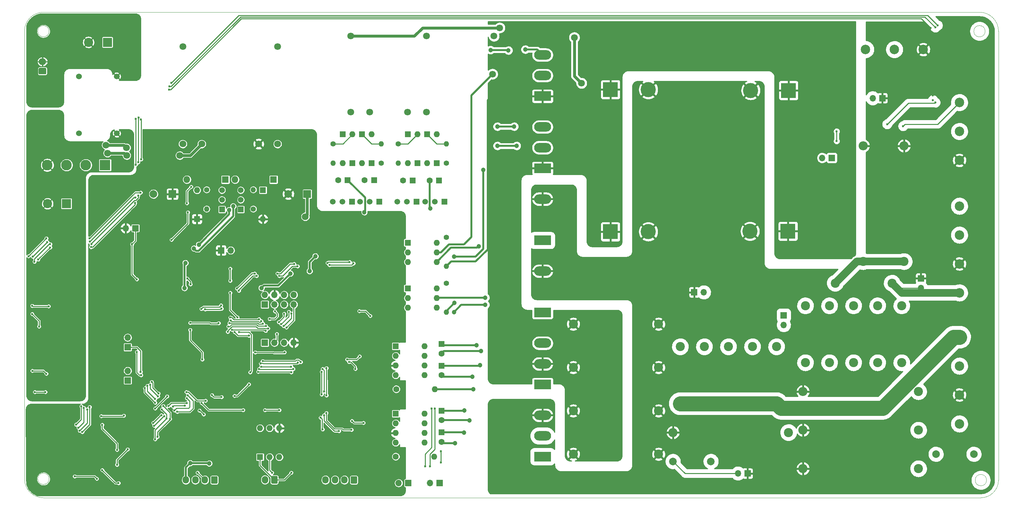
<source format=gbr>
%TF.GenerationSoftware,KiCad,Pcbnew,5.99.0-unknown-1f9723c~101~ubuntu18.04.1*%
%TF.CreationDate,2020-06-24T15:00:17+03:00*%
%TF.ProjectId,WaveUltrasonics,57617665-556c-4747-9261-736f6e696373,rev?*%
%TF.SameCoordinates,Original*%
%TF.FileFunction,Copper,L2,Bot*%
%TF.FilePolarity,Positive*%
%FSLAX46Y46*%
G04 Gerber Fmt 4.6, Leading zero omitted, Abs format (unit mm)*
G04 Created by KiCad (PCBNEW 5.99.0-unknown-1f9723c~101~ubuntu18.04.1) date 2020-06-24 15:00:17*
%MOMM*%
%LPD*%
G01*
G04 APERTURE LIST*
%TA.AperFunction,Profile*%
%ADD10C,0.050000*%
%TD*%
%TA.AperFunction,ComponentPad*%
%ADD11O,1.600000X1.600000*%
%TD*%
%TA.AperFunction,ComponentPad*%
%ADD12R,1.600000X1.600000*%
%TD*%
%TA.AperFunction,ComponentPad*%
%ADD13O,1.700000X1.700000*%
%TD*%
%TA.AperFunction,ComponentPad*%
%ADD14R,1.700000X1.700000*%
%TD*%
%TA.AperFunction,ComponentPad*%
%ADD15C,2.500000*%
%TD*%
%TA.AperFunction,ComponentPad*%
%ADD16O,2.400000X2.400000*%
%TD*%
%TA.AperFunction,ComponentPad*%
%ADD17C,2.400000*%
%TD*%
%TA.AperFunction,ComponentPad*%
%ADD18C,1.524000*%
%TD*%
%TA.AperFunction,ComponentPad*%
%ADD19C,1.800000*%
%TD*%
%TA.AperFunction,ComponentPad*%
%ADD20O,1.400000X1.400000*%
%TD*%
%TA.AperFunction,ComponentPad*%
%ADD21C,1.400000*%
%TD*%
%TA.AperFunction,ComponentPad*%
%ADD22O,1.700000X1.950000*%
%TD*%
%TA.AperFunction,ComponentPad*%
%ADD23O,1.700000X2.000000*%
%TD*%
%TA.AperFunction,ComponentPad*%
%ADD24O,2.000000X1.700000*%
%TD*%
%TA.AperFunction,ComponentPad*%
%ADD25R,2.400000X2.400000*%
%TD*%
%TA.AperFunction,ComponentPad*%
%ADD26C,2.000000*%
%TD*%
%TA.AperFunction,ComponentPad*%
%ADD27C,4.000000*%
%TD*%
%TA.AperFunction,ComponentPad*%
%ADD28R,4.000000X4.000000*%
%TD*%
%TA.AperFunction,ComponentPad*%
%ADD29R,1.500000X1.500000*%
%TD*%
%TA.AperFunction,ComponentPad*%
%ADD30C,1.500000*%
%TD*%
%TA.AperFunction,ComponentPad*%
%ADD31C,1.600000*%
%TD*%
%TA.AperFunction,ComponentPad*%
%ADD32O,4.500000X2.500000*%
%TD*%
%TA.AperFunction,ComponentPad*%
%ADD33R,4.500000X2.500000*%
%TD*%
%TA.AperFunction,ComponentPad*%
%ADD34R,2.800000X2.800000*%
%TD*%
%TA.AperFunction,ComponentPad*%
%ADD35C,2.800000*%
%TD*%
%TA.AperFunction,ComponentPad*%
%ADD36O,1.800000X1.800000*%
%TD*%
%TA.AperFunction,ComponentPad*%
%ADD37R,1.800000X1.800000*%
%TD*%
%TA.AperFunction,ComponentPad*%
%ADD38R,2.000000X2.000000*%
%TD*%
%TA.AperFunction,ViaPad*%
%ADD39C,0.600000*%
%TD*%
%TA.AperFunction,ViaPad*%
%ADD40C,1.200000*%
%TD*%
%TA.AperFunction,ViaPad*%
%ADD41C,1.800000*%
%TD*%
%TA.AperFunction,ViaPad*%
%ADD42C,3.000000*%
%TD*%
%TA.AperFunction,Conductor*%
%ADD43C,0.250000*%
%TD*%
%TA.AperFunction,Conductor*%
%ADD44C,0.500000*%
%TD*%
%TA.AperFunction,Conductor*%
%ADD45C,0.750000*%
%TD*%
%TA.AperFunction,Conductor*%
%ADD46C,2.000000*%
%TD*%
%TA.AperFunction,Conductor*%
%ADD47C,4.000000*%
%TD*%
%TA.AperFunction,Conductor*%
%ADD48C,0.254000*%
%TD*%
G04 APERTURE END LIST*
D10*
X66500000Y-63000000D02*
G75*
G02*
X71500000Y-58000000I5000000J0D01*
G01*
X73000000Y-63000000D02*
G75*
G03*
X73000000Y-63000000I-1500000J0D01*
G01*
X73000000Y-181000000D02*
G75*
G03*
X73000000Y-181000000I-1500000J0D01*
G01*
X71500000Y-186000000D02*
G75*
G02*
X66500000Y-181000000I0J5000000D01*
G01*
X319984000Y-63008000D02*
G75*
G03*
X319984000Y-63008000I-1500000J0D01*
G01*
X320348000Y-181348000D02*
G75*
G03*
X320348000Y-181348000I-1500000J0D01*
G01*
X323500000Y-181348000D02*
G75*
G02*
X318848000Y-186000000I-4652000J0D01*
G01*
X318500000Y-58000000D02*
G75*
G02*
X323500000Y-63000000I0J-5000000D01*
G01*
X66500000Y-181000000D02*
X66500000Y-63000000D01*
X318848000Y-186000000D02*
X71500000Y-186000000D01*
X323500000Y-63000000D02*
X323500000Y-181348000D01*
X71500000Y-58000000D02*
X318500000Y-58000000D01*
D11*
%TO.P,U15,6*%
%TO.N,Net-(R27-Pad2)*%
X128651000Y-167640000D03*
%TO.P,U15,3,NC*%
%TO.N,N/C*%
X133731000Y-175260000D03*
%TO.P,U15,5*%
%TO.N,/TRIGOUT*%
X131191000Y-167640000D03*
%TO.P,U15,2*%
%TO.N,Net-(D29-Pad2)*%
X131191000Y-175260000D03*
%TO.P,U15,4*%
%TO.N,GND*%
X133731000Y-167640000D03*
D12*
%TO.P,U15,1*%
%TO.N,Net-(D29-Pad1)*%
X128651000Y-175260000D03*
%TD*%
D13*
%TO.P,TP9,2,2*%
%TO.N,/ISENS+*%
X93726000Y-152527000D03*
D14*
%TO.P,TP9,1,1*%
%TO.N,/ISENS-*%
X93726000Y-155067000D03*
%TD*%
D13*
%TO.P,TP8,2,2*%
%TO.N,/VSENS+*%
X93726000Y-143764000D03*
D14*
%TO.P,TP8,1,1*%
%TO.N,/VSENS-*%
X93726000Y-146304000D03*
%TD*%
D13*
%TO.P,J2,8,Pin_8*%
%TO.N,/Mcu/MISC1*%
X137541000Y-132524500D03*
%TO.P,J2,7,Pin_7*%
%TO.N,/Mcu/MISC0*%
X137541000Y-135064500D03*
%TO.P,J2,6,Pin_6*%
%TO.N,/Mcu/MISC2*%
X135001000Y-132524500D03*
%TO.P,J2,5,Pin_5*%
%TO.N,/Mcu/HMI_SELF_TX*%
X135001000Y-135064500D03*
%TO.P,J2,4,Pin_4*%
%TO.N,GND*%
X132461000Y-132524500D03*
%TO.P,J2,3,Pin_3*%
%TO.N,/Mcu/HMI_SELF_RX*%
X132461000Y-135064500D03*
%TO.P,J2,2,Pin_2*%
%TO.N,VDD*%
X129921000Y-132524500D03*
D14*
%TO.P,J2,1,Pin_1*%
%TO.N,+5V*%
X129921000Y-135064500D03*
%TD*%
D15*
%TO.P,J1,3,Pin_3*%
%TO.N,-VDC*%
X303657000Y-67818000D03*
%TO.P,J1,2,Pin_2*%
%TO.N,NEUT*%
X296037000Y-67818000D03*
%TO.P,J1,1,Pin_1*%
%TO.N,LINE*%
X288417000Y-67818000D03*
%TD*%
D11*
%TO.P,U9,8,VCC*%
%TO.N,/GATE2_V+*%
X172085000Y-163830000D03*
%TO.P,U9,4,NC*%
%TO.N,N/C*%
X164465000Y-171450000D03*
%TO.P,U9,7,VO*%
%TO.N,Net-(R15-Pad1)*%
X172085000Y-166370000D03*
%TO.P,U9,3,C*%
%TO.N,GND*%
X164465000Y-168910000D03*
%TO.P,U9,6,VO*%
%TO.N,Net-(R15-Pad1)*%
X172085000Y-168910000D03*
%TO.P,U9,2,A*%
%TO.N,Net-(Q23-Pad3)*%
X164465000Y-166370000D03*
%TO.P,U9,5,VEE*%
%TO.N,/GATE2_V-*%
X172085000Y-171450000D03*
D12*
%TO.P,U9,1,NC*%
%TO.N,N/C*%
X164465000Y-163830000D03*
%TD*%
D13*
%TO.P,TP13,2,2*%
%TO.N,GND*%
X93218000Y-114935000D03*
D14*
%TO.P,TP13,1,1*%
%TO.N,/PHASE+*%
X95758000Y-114935000D03*
%TD*%
D16*
%TO.P,R76,2*%
%TO.N,-VDC*%
X271907000Y-178308000D03*
D17*
%TO.P,R76,1*%
%TO.N,Net-(C73-Pad2)*%
X302387000Y-178308000D03*
%TD*%
%TO.P,C37,2*%
%TO.N,+VDC*%
X211307000Y-174498000D03*
%TO.P,C37,1*%
%TO.N,-VDC*%
X233807000Y-174498000D03*
%TD*%
D18*
%TO.P,L1,1,1*%
%TO.N,Vdrive*%
X80852000Y-89923000D03*
%TO.P,L1,4,4*%
%TO.N,GND1*%
X90852000Y-89923000D03*
%TO.P,L1,3,3*%
%TO.N,GND2*%
X90852000Y-74923000D03*
%TO.P,L1,2,2*%
%TO.N,VEE*%
X80852000Y-74923000D03*
%TD*%
D19*
%TO.P,T2,6,SD*%
%TO.N,Net-(D7-Pad3)*%
X108277000Y-92733000D03*
%TO.P,T2,5,SC*%
%TO.N,Net-(D7-Pad2)*%
X113277000Y-92733000D03*
%TO.P,T2,4,SB*%
%TO.N,GND*%
X128277000Y-92733000D03*
%TO.P,T2,3,SA*%
%TO.N,/PHASE+*%
X133277000Y-92733000D03*
%TO.P,T2,2,AB*%
%TO.N,NEUT*%
X133277000Y-67033000D03*
%TO.P,T2,1,AA*%
%TO.N,LINE*%
X108277000Y-67033000D03*
%TD*%
D13*
%TO.P,TP14,2,2*%
%TO.N,/ZERO_CROSSING*%
X120904000Y-120777000D03*
D14*
%TO.P,TP14,1,1*%
%TO.N,GND*%
X118364000Y-120777000D03*
%TD*%
D16*
%TO.P,R77,2*%
%TO.N,-VDC*%
X271907000Y-168148000D03*
D17*
%TO.P,R77,1*%
%TO.N,Net-(C73-Pad2)*%
X302387000Y-168148000D03*
%TD*%
D16*
%TO.P,R75,2*%
%TO.N,-VDC*%
X271907000Y-157988000D03*
D17*
%TO.P,R75,1*%
%TO.N,Net-(C73-Pad2)*%
X302387000Y-157988000D03*
%TD*%
D16*
%TO.P,R74,2*%
%TO.N,-VDC*%
X298577000Y-93218000D03*
D17*
%TO.P,R74,1*%
%TO.N,Net-(C25-Pad2)*%
X298577000Y-123698000D03*
%TD*%
D16*
%TO.P,R73,2*%
%TO.N,-VDC*%
X287782000Y-93218000D03*
D17*
%TO.P,R73,1*%
%TO.N,Net-(C25-Pad2)*%
X287782000Y-123698000D03*
%TD*%
D20*
%TO.P,R2,2*%
%TO.N,+VDC*%
X177800000Y-137033000D03*
D21*
%TO.P,R2,1*%
%TO.N,Net-(R2-Pad1)*%
X177800000Y-129413000D03*
%TD*%
D20*
%TO.P,R1,2*%
%TO.N,+VDC*%
X177800000Y-124968000D03*
D21*
%TO.P,R1,1*%
%TO.N,Net-(R1-Pad1)*%
X177800000Y-117348000D03*
%TD*%
D15*
%TO.P,J10,4,Pin_4*%
%TO.N,Net-(C25-Pad1)*%
X313182000Y-131953000D03*
%TO.P,J10,3,Pin_3*%
%TO.N,-VDC*%
X313182000Y-124333000D03*
%TO.P,J10,2,Pin_2*%
%TO.N,Net-(C27-Pad1)*%
X313182000Y-116713000D03*
%TO.P,J10,1,Pin_1*%
%TO.N,Net-(C27-Pad2)*%
X313182000Y-109093000D03*
%TD*%
%TO.P,J9,4,Pin_4*%
%TO.N,Net-(C25-Pad1)*%
X313182000Y-166497000D03*
%TO.P,J9,3,Pin_3*%
%TO.N,-VDC*%
X313182000Y-158877000D03*
%TO.P,J9,2,Pin_2*%
%TO.N,Net-(C27-Pad1)*%
X313182000Y-151257000D03*
%TO.P,J9,1,Pin_1*%
%TO.N,Net-(C29-Pad1)*%
X313182000Y-143637000D03*
%TD*%
D22*
%TO.P,J8,4,Pin_4*%
%TO.N,Net-(J8-Pad4)*%
X145916000Y-181292500D03*
%TO.P,J8,3,Pin_3*%
%TO.N,Net-(J8-Pad3)*%
X148416000Y-181292500D03*
%TO.P,J8,2,Pin_2*%
%TO.N,Net-(J8-Pad2)*%
X150916000Y-181292500D03*
%TO.P,J8,1,Pin_1*%
%TO.N,Net-(J8-Pad1)*%
%TA.AperFunction,ComponentPad*%
G36*
G01*
X154266000Y-180567500D02*
X154266000Y-182017500D01*
G75*
G02*
X154016000Y-182267500I-250000J0D01*
G01*
X152816000Y-182267500D01*
G75*
G02*
X152566000Y-182017500I0J250000D01*
G01*
X152566000Y-180567500D01*
G75*
G02*
X152816000Y-180317500I250000J0D01*
G01*
X154016000Y-180317500D01*
G75*
G02*
X154266000Y-180567500I0J-250000D01*
G01*
G37*
%TD.AperFunction*%
%TD*%
D23*
%TO.P,J7,2,Pin_2*%
%TO.N,Net-(D29-Pad2)*%
X129961000Y-181262500D03*
%TO.P,J7,1,Pin_1*%
%TO.N,Net-(D29-Pad1)*%
%TA.AperFunction,ComponentPad*%
G36*
G01*
X133311000Y-180512500D02*
X133311000Y-182012500D01*
G75*
G02*
X133061000Y-182262500I-250000J0D01*
G01*
X131861000Y-182262500D01*
G75*
G02*
X131611000Y-182012500I0J250000D01*
G01*
X131611000Y-180512500D01*
G75*
G02*
X131861000Y-180262500I250000J0D01*
G01*
X133061000Y-180262500D01*
G75*
G02*
X133311000Y-180512500I0J-250000D01*
G01*
G37*
%TD.AperFunction*%
%TD*%
D22*
%TO.P,J6,4,Pin_4*%
%TO.N,Net-(C66-Pad1)*%
X109086000Y-181292500D03*
%TO.P,J6,3,Pin_3*%
%TO.N,Net-(J6-Pad3)*%
X111586000Y-181292500D03*
%TO.P,J6,2,Pin_2*%
%TO.N,Net-(J6-Pad2)*%
X114086000Y-181292500D03*
%TO.P,J6,1,Pin_1*%
%TO.N,Net-(C66-Pad2)*%
%TA.AperFunction,ComponentPad*%
G36*
G01*
X117436000Y-180567500D02*
X117436000Y-182017500D01*
G75*
G02*
X117186000Y-182267500I-250000J0D01*
G01*
X115986000Y-182267500D01*
G75*
G02*
X115736000Y-182017500I0J250000D01*
G01*
X115736000Y-180567500D01*
G75*
G02*
X115986000Y-180317500I250000J0D01*
G01*
X117186000Y-180317500D01*
G75*
G02*
X117436000Y-180567500I0J-250000D01*
G01*
G37*
%TD.AperFunction*%
%TD*%
D24*
%TO.P,J4,2,Pin_2*%
%TO.N,GND2*%
X71247000Y-71017543D03*
%TO.P,J4,1,Pin_1*%
%TO.N,Vdrive*%
%TA.AperFunction,ComponentPad*%
G36*
G01*
X71997000Y-74367543D02*
X70497000Y-74367543D01*
G75*
G02*
X70247000Y-74117543I0J250000D01*
G01*
X70247000Y-72917543D01*
G75*
G02*
X70497000Y-72667543I250000J0D01*
G01*
X71997000Y-72667543D01*
G75*
G02*
X72247000Y-72917543I0J-250000D01*
G01*
X72247000Y-74117543D01*
G75*
G02*
X71997000Y-74367543I-250000J0D01*
G01*
G37*
%TD.AperFunction*%
%TD*%
D17*
%TO.P,C76,2*%
%TO.N,GND2*%
X83392000Y-65913000D03*
D25*
%TO.P,C76,1*%
%TO.N,Vdrive*%
X88392000Y-65913000D03*
%TD*%
D26*
%TO.P,C73,2*%
%TO.N,Net-(C73-Pad2)*%
X306992000Y-174498000D03*
%TO.P,C73,1*%
%TO.N,Net-(C25-Pad1)*%
X316992000Y-174498000D03*
%TD*%
D17*
%TO.P,C72,2*%
%TO.N,/GATE1_GND*%
X239522000Y-146163000D03*
%TO.P,C72,1*%
%TO.N,Net-(C29-Pad1)*%
X239522000Y-161163000D03*
%TD*%
D27*
%TO.P,C69,2*%
%TO.N,-VDC*%
X257937000Y-115726000D03*
D28*
%TO.P,C69,1*%
%TO.N,+VDC*%
X267937000Y-115726000D03*
%TD*%
D17*
%TO.P,C35,2*%
%TO.N,/GATE1_GND*%
X264922000Y-146163000D03*
%TO.P,C35,1*%
%TO.N,Net-(C29-Pad1)*%
X264922000Y-161163000D03*
%TD*%
%TO.P,C33,2*%
%TO.N,/GATE1_GND*%
X258572000Y-146163000D03*
%TO.P,C33,1*%
%TO.N,Net-(C29-Pad1)*%
X258572000Y-161163000D03*
%TD*%
%TO.P,C31,2*%
%TO.N,/GATE1_GND*%
X252222000Y-146163000D03*
%TO.P,C31,1*%
%TO.N,Net-(C29-Pad1)*%
X252222000Y-161163000D03*
%TD*%
%TO.P,C29,2*%
%TO.N,/GATE1_GND*%
X245872000Y-146163000D03*
%TO.P,C29,1*%
%TO.N,Net-(C29-Pad1)*%
X245872000Y-161163000D03*
%TD*%
D13*
%TO.P,J5,4,Pin_4*%
%TO.N,GND*%
X137541000Y-145097500D03*
%TO.P,J5,3,Pin_3*%
%TO.N,/Mcu/SWDIO*%
X135001000Y-145097500D03*
%TO.P,J5,2,Pin_2*%
%TO.N,/Mcu/SWCLK*%
X132461000Y-145097500D03*
D14*
%TO.P,J5,1,Pin_1*%
%TO.N,/Mcu/NRST*%
X129921000Y-145097500D03*
%TD*%
D11*
%TO.P,U8,8,VCC*%
%TO.N,/GATE1_V+*%
X172085000Y-146050000D03*
%TO.P,U8,4,NC*%
%TO.N,N/C*%
X164465000Y-153670000D03*
%TO.P,U8,7,VO*%
%TO.N,Net-(R14-Pad1)*%
X172085000Y-148590000D03*
%TO.P,U8,3,C*%
%TO.N,GND*%
X164465000Y-151130000D03*
%TO.P,U8,6,VO*%
%TO.N,Net-(R14-Pad1)*%
X172085000Y-151130000D03*
%TO.P,U8,2,A*%
%TO.N,Net-(Q24-Pad3)*%
X164465000Y-148590000D03*
%TO.P,U8,5,VEE*%
%TO.N,/GATE1_V-*%
X172085000Y-153670000D03*
D12*
%TO.P,U8,1,NC*%
%TO.N,N/C*%
X164465000Y-146050000D03*
%TD*%
D29*
%TO.P,Q10,1,C*%
%TO.N,Net-(C54-Pad2)*%
X152908000Y-107910000D03*
D30*
%TO.P,Q10,3,E*%
%TO.N,/GATE2_V-*%
X147828000Y-107910000D03*
%TO.P,Q10,2,B*%
%TO.N,Net-(D21-Pad2)*%
X150368000Y-107910000D03*
%TD*%
D29*
%TO.P,Q9,1,C*%
%TO.N,Net-(C53-Pad1)*%
X160147000Y-107910000D03*
D30*
%TO.P,Q9,3,E*%
%TO.N,/GATE2_V+*%
X155067000Y-107910000D03*
%TO.P,Q9,2,B*%
%TO.N,Net-(D20-Pad1)*%
X157607000Y-107910000D03*
%TD*%
D29*
%TO.P,Q8,1,C*%
%TO.N,Net-(C52-Pad2)*%
X169926000Y-107950000D03*
D30*
%TO.P,Q8,3,E*%
%TO.N,/GATE1_V-*%
X164846000Y-107950000D03*
%TO.P,Q8,2,B*%
%TO.N,Net-(D19-Pad2)*%
X167386000Y-107950000D03*
%TD*%
D29*
%TO.P,Q7,1,C*%
%TO.N,Net-(C51-Pad1)*%
X177292000Y-107950000D03*
D30*
%TO.P,Q7,3,E*%
%TO.N,/GATE1_V+*%
X172212000Y-107950000D03*
%TO.P,Q7,2,B*%
%TO.N,Net-(D18-Pad1)*%
X174752000Y-107950000D03*
%TD*%
D29*
%TO.P,Q6,1,C*%
%TO.N,Net-(C46-Pad2)*%
X118618000Y-109982000D03*
D30*
%TO.P,Q6,3,E*%
%TO.N,-15V*%
X118618000Y-104902000D03*
%TO.P,Q6,2,B*%
%TO.N,Net-(D9-Pad2)*%
X118618000Y-107442000D03*
%TD*%
D29*
%TO.P,Q5,1,C*%
%TO.N,VCC*%
X123571000Y-109982000D03*
D30*
%TO.P,Q5,3,E*%
%TO.N,+15V*%
X123571000Y-104902000D03*
%TO.P,Q5,2,B*%
%TO.N,Net-(D8-Pad1)*%
X123571000Y-107442000D03*
%TD*%
D17*
%TO.P,C21,2*%
%TO.N,+VDC*%
X211307000Y-151638000D03*
%TO.P,C21,1*%
%TO.N,-VDC*%
X233807000Y-151638000D03*
%TD*%
D27*
%TO.P,C3,2*%
%TO.N,-VDC*%
X231107000Y-78388000D03*
D28*
%TO.P,C3,1*%
%TO.N,+VDC*%
X221107000Y-78388000D03*
%TD*%
%TO.P,C2,1*%
%TO.N,+VDC*%
X268097000Y-78613000D03*
D27*
%TO.P,C2,2*%
%TO.N,-VDC*%
X258097000Y-78613000D03*
%TD*%
%TO.P,C1,2*%
%TO.N,-VDC*%
X231107000Y-115853000D03*
D28*
%TO.P,C1,1*%
%TO.N,+VDC*%
X221107000Y-115853000D03*
%TD*%
D13*
%TO.P,TP11,2,2*%
%TO.N,Net-(C25-Pad1)*%
X303022000Y-130683000D03*
D14*
%TO.P,TP11,1,1*%
%TO.N,-VDC*%
X303022000Y-128143000D03*
%TD*%
D13*
%TO.P,TP7,2,2*%
%TO.N,/GATE1_GND*%
X254762000Y-179578000D03*
D14*
%TO.P,TP7,1,1*%
%TO.N,-VDC*%
X257302000Y-179578000D03*
%TD*%
D13*
%TO.P,TP6,2,2*%
%TO.N,Net-(C27-Pad1)*%
X266827000Y-140455000D03*
D14*
%TO.P,TP6,1,1*%
%TO.N,Net-(C27-Pad2)*%
X266827000Y-137915000D03*
%TD*%
D13*
%TO.P,TP5,2,2*%
%TO.N,Net-(Q2-Pad1)*%
X165227000Y-182118000D03*
D14*
%TO.P,TP5,1,1*%
%TO.N,-VDC*%
X167767000Y-182118000D03*
%TD*%
D13*
%TO.P,TP4,2,2*%
%TO.N,Net-(Q1-Pad1)*%
X173482000Y-182118000D03*
D14*
%TO.P,TP4,1,1*%
%TO.N,/GATE1_GND*%
X176022000Y-182118000D03*
%TD*%
D13*
%TO.P,TP3,2,2*%
%TO.N,/RSHUNT*%
X290322000Y-80645000D03*
D14*
%TO.P,TP3,1,1*%
%TO.N,-VDC*%
X292862000Y-80645000D03*
%TD*%
D13*
%TO.P,TP2,2,2*%
%TO.N,/VDIV*%
X276987000Y-96393000D03*
D14*
%TO.P,TP2,1,1*%
%TO.N,-VDC*%
X279527000Y-96393000D03*
%TD*%
D13*
%TO.P,TP1,2,2*%
%TO.N,+VDC*%
X245745000Y-131826000D03*
D14*
%TO.P,TP1,1,1*%
%TO.N,-VDC*%
X243205000Y-131826000D03*
%TD*%
D16*
%TO.P,R19,2*%
%TO.N,-VDC*%
X237617000Y-168783000D03*
D17*
%TO.P,R19,1*%
%TO.N,Net-(C23-Pad2)*%
X268097000Y-168783000D03*
%TD*%
%TO.P,C34,2*%
%TO.N,Net-(C27-Pad2)*%
X291592000Y-135368000D03*
%TO.P,C34,1*%
%TO.N,Net-(C27-Pad1)*%
X291592000Y-150368000D03*
%TD*%
%TO.P,C32,2*%
%TO.N,Net-(C27-Pad2)*%
X278892000Y-135368000D03*
%TO.P,C32,1*%
%TO.N,Net-(C27-Pad1)*%
X278892000Y-150368000D03*
%TD*%
%TO.P,C30,2*%
%TO.N,Net-(C27-Pad2)*%
X297942000Y-135368000D03*
%TO.P,C30,1*%
%TO.N,Net-(C27-Pad1)*%
X297942000Y-150368000D03*
%TD*%
%TO.P,C28,2*%
%TO.N,Net-(C27-Pad2)*%
X285242000Y-135368000D03*
%TO.P,C28,1*%
%TO.N,Net-(C27-Pad1)*%
X285242000Y-150368000D03*
%TD*%
%TO.P,C27,2*%
%TO.N,Net-(C27-Pad2)*%
X272542000Y-135368000D03*
%TO.P,C27,1*%
%TO.N,Net-(C27-Pad1)*%
X272542000Y-150368000D03*
%TD*%
%TO.P,C25,2*%
%TO.N,Net-(C25-Pad2)*%
X280402000Y-129413000D03*
%TO.P,C25,1*%
%TO.N,Net-(C25-Pad1)*%
X295402000Y-129413000D03*
%TD*%
D26*
%TO.P,C23,2*%
%TO.N,Net-(C23-Pad2)*%
X247617000Y-176403000D03*
%TO.P,C23,1*%
%TO.N,/GATE1_GND*%
X237617000Y-176403000D03*
%TD*%
D11*
%TO.P,U2,6,DGAT*%
%TO.N,Net-(R2-Pad1)*%
X175260000Y-130810000D03*
%TO.P,U2,3,NC*%
%TO.N,N/C*%
X167640000Y-135890000D03*
%TO.P,U2,5,DAN*%
%TO.N,NEUT*%
X175260000Y-133350000D03*
%TO.P,U2,2,ECAT*%
%TO.N,Net-(Q22-Pad3)*%
X167640000Y-133350000D03*
%TO.P,U2,4,DCAT*%
%TO.N,Net-(D3-Pad3)*%
X175260000Y-135890000D03*
D12*
%TO.P,U2,1,EAN*%
%TO.N,Net-(R4-Pad1)*%
X167640000Y-130810000D03*
%TD*%
D11*
%TO.P,U1,6,DGAT*%
%TO.N,Net-(R1-Pad1)*%
X175260000Y-118745000D03*
%TO.P,U1,3,NC*%
%TO.N,N/C*%
X167640000Y-123825000D03*
%TO.P,U1,5,DAN*%
%TO.N,LINE*%
X175260000Y-121285000D03*
%TO.P,U1,2,ECAT*%
%TO.N,Net-(Q21-Pad3)*%
X167640000Y-121285000D03*
%TO.P,U1,4,DCAT*%
%TO.N,Net-(D1-Pad3)*%
X175260000Y-123825000D03*
D12*
%TO.P,U1,1,EAN*%
%TO.N,Net-(R3-Pad1)*%
X167640000Y-118745000D03*
%TD*%
D19*
%TO.P,T3,6,SD*%
%TO.N,Net-(D12-Pad2)*%
X152560000Y-84295000D03*
%TO.P,T3,5,SC*%
%TO.N,-VDC*%
X157560000Y-84295000D03*
%TO.P,T3,4,SB*%
%TO.N,/GATE1_GND*%
X167560000Y-84295000D03*
%TO.P,T3,3,SA*%
%TO.N,Net-(D10-Pad2)*%
X172560000Y-84295000D03*
%TO.P,T3,2,AB*%
%TO.N,LINE*%
X172560000Y-64295000D03*
%TO.P,T3,1,AA*%
%TO.N,NEUT*%
X152560000Y-64295000D03*
%TD*%
D20*
%TO.P,R42,2*%
%TO.N,Net-(C54-Pad2)*%
X147955000Y-97750000D03*
D21*
%TO.P,R42,1*%
%TO.N,Net-(D21-Pad2)*%
X147955000Y-92670000D03*
%TD*%
D20*
%TO.P,R41,2*%
%TO.N,Net-(D20-Pad1)*%
X160655000Y-92710000D03*
D21*
%TO.P,R41,1*%
%TO.N,Net-(C53-Pad1)*%
X160655000Y-97790000D03*
%TD*%
D20*
%TO.P,R40,2*%
%TO.N,Net-(C52-Pad2)*%
X165100000Y-97790000D03*
D21*
%TO.P,R40,1*%
%TO.N,Net-(D19-Pad2)*%
X165100000Y-92710000D03*
%TD*%
D20*
%TO.P,R39,2*%
%TO.N,Net-(D18-Pad1)*%
X177800000Y-92710000D03*
D21*
%TO.P,R39,1*%
%TO.N,Net-(C51-Pad1)*%
X177800000Y-97790000D03*
%TD*%
D20*
%TO.P,R38,2*%
%TO.N,Net-(C46-Pad2)*%
X114554000Y-109855000D03*
D21*
%TO.P,R38,1*%
%TO.N,Net-(D9-Pad2)*%
X114554000Y-104775000D03*
%TD*%
D20*
%TO.P,R37,2*%
%TO.N,Net-(D8-Pad1)*%
X126873000Y-104775000D03*
D21*
%TO.P,R37,1*%
%TO.N,VCC*%
X126873000Y-109855000D03*
%TD*%
D11*
%TO.P,R15,2*%
%TO.N,Net-(Q2-Pad1)*%
X174625000Y-175133000D03*
D31*
%TO.P,R15,1*%
%TO.N,Net-(R15-Pad1)*%
X164465000Y-175133000D03*
%TD*%
D11*
%TO.P,R14,2*%
%TO.N,Net-(Q1-Pad1)*%
X174752000Y-157353000D03*
D31*
%TO.P,R14,1*%
%TO.N,Net-(R14-Pad1)*%
X164592000Y-157353000D03*
%TD*%
D32*
%TO.P,Q2,3,E*%
%TO.N,-VDC*%
X203200000Y-164233000D03*
%TO.P,Q2,2,C*%
%TO.N,/GATE1_GND*%
X203200000Y-169683000D03*
D33*
%TO.P,Q2,1,G*%
%TO.N,Net-(Q2-Pad1)*%
X203200000Y-175133000D03*
%TD*%
D32*
%TO.P,Q1,3,E*%
%TO.N,/GATE1_GND*%
X203200000Y-145233000D03*
%TO.P,Q1,2,C*%
%TO.N,+VDC*%
X203200000Y-150683000D03*
D33*
%TO.P,Q1,1,G*%
%TO.N,Net-(Q1-Pad1)*%
X203200000Y-156133000D03*
%TD*%
D15*
%TO.P,J3,3,Pin_3*%
%TO.N,-VDC*%
X313182000Y-97028000D03*
%TO.P,J3,2,Pin_2*%
%TO.N,/RSHUNT*%
X313182000Y-89408000D03*
%TO.P,J3,1,Pin_1*%
%TO.N,Net-(C25-Pad1)*%
X313182000Y-81788000D03*
%TD*%
D11*
%TO.P,D21,2,A*%
%TO.N,Net-(D21-Pad2)*%
X153035000Y-90170000D03*
D12*
%TO.P,D21,1,K*%
%TO.N,-VDC*%
X153035000Y-97790000D03*
%TD*%
D11*
%TO.P,D20,2,A*%
%TO.N,-VDC*%
X155575000Y-97790000D03*
D12*
%TO.P,D20,1,K*%
%TO.N,Net-(D20-Pad1)*%
X155575000Y-90170000D03*
%TD*%
D11*
%TO.P,D19,2,A*%
%TO.N,Net-(D19-Pad2)*%
X170180000Y-90170000D03*
D12*
%TO.P,D19,1,K*%
%TO.N,/GATE1_GND*%
X170180000Y-97790000D03*
%TD*%
D11*
%TO.P,D18,2,A*%
%TO.N,/GATE1_GND*%
X172720000Y-97790000D03*
D12*
%TO.P,D18,1,K*%
%TO.N,Net-(D18-Pad1)*%
X172720000Y-90170000D03*
%TD*%
D11*
%TO.P,D13,2,A*%
%TO.N,Net-(C54-Pad2)*%
X150495000Y-97750000D03*
D12*
%TO.P,D13,1,K*%
%TO.N,Net-(D12-Pad2)*%
X150495000Y-90130000D03*
%TD*%
D11*
%TO.P,D12,2,A*%
%TO.N,Net-(D12-Pad2)*%
X158115000Y-90130000D03*
D12*
%TO.P,D12,1,K*%
%TO.N,Net-(C53-Pad1)*%
X158115000Y-97750000D03*
%TD*%
D11*
%TO.P,D11,2,A*%
%TO.N,Net-(C52-Pad2)*%
X167640000Y-97790000D03*
D12*
%TO.P,D11,1,K*%
%TO.N,Net-(D10-Pad2)*%
X167640000Y-90170000D03*
%TD*%
D11*
%TO.P,D10,2,A*%
%TO.N,Net-(D10-Pad2)*%
X175260000Y-90170000D03*
D12*
%TO.P,D10,1,K*%
%TO.N,Net-(C51-Pad1)*%
X175260000Y-97790000D03*
%TD*%
D11*
%TO.P,D9,2,A*%
%TO.N,Net-(D9-Pad2)*%
X112014000Y-104902000D03*
D12*
%TO.P,D9,1,K*%
%TO.N,GND*%
X112014000Y-112522000D03*
%TD*%
D11*
%TO.P,D8,2,A*%
%TO.N,GND*%
X129413000Y-112522000D03*
D12*
%TO.P,D8,1,K*%
%TO.N,Net-(D8-Pad1)*%
X129413000Y-104902000D03*
%TD*%
D34*
%TO.P,D7,1,+*%
%TO.N,VEE*%
X87757000Y-98298000D03*
D35*
%TO.P,D7,2,~~*%
%TO.N,Net-(D7-Pad2)*%
X82677000Y-98298000D03*
%TO.P,D7,3,~~*%
%TO.N,Net-(D7-Pad3)*%
X77597000Y-98298000D03*
%TO.P,D7,4,-*%
%TO.N,GND1*%
X72517000Y-98298000D03*
%TD*%
D36*
%TO.P,D6,2,A*%
%TO.N,Net-(C46-Pad2)*%
X109347000Y-102108000D03*
D37*
%TO.P,D6,1,K*%
%TO.N,/PHASE+*%
X119507000Y-102108000D03*
%TD*%
D36*
%TO.P,D5,2,A*%
%TO.N,/PHASE+*%
X122047000Y-102108000D03*
D37*
%TO.P,D5,1,K*%
%TO.N,VCC*%
X132207000Y-102108000D03*
%TD*%
D32*
%TO.P,D4,2,A*%
%TO.N,-VDC*%
X203200000Y-126233000D03*
D33*
%TO.P,D4,1,K*%
%TO.N,NEUT*%
X203200000Y-137133000D03*
%TD*%
D32*
%TO.P,D3,3,G*%
%TO.N,Net-(D3-Pad3)*%
X203200000Y-88233000D03*
%TO.P,D3,2,A*%
%TO.N,NEUT*%
X203200000Y-93683000D03*
D33*
%TO.P,D3,1,K*%
%TO.N,+VDC*%
X203200000Y-99133000D03*
%TD*%
D32*
%TO.P,D2,2,A*%
%TO.N,-VDC*%
X203200000Y-107233000D03*
D33*
%TO.P,D2,1,K*%
%TO.N,LINE*%
X203200000Y-118133000D03*
%TD*%
D32*
%TO.P,D1,3,G*%
%TO.N,Net-(D1-Pad3)*%
X203200000Y-69233000D03*
%TO.P,D1,2,A*%
%TO.N,LINE*%
X203200000Y-74683000D03*
D33*
%TO.P,D1,1,K*%
%TO.N,+VDC*%
X203200000Y-80133000D03*
%TD*%
D31*
%TO.P,C54,2*%
%TO.N,Net-(C54-Pad2)*%
X149265000Y-102235000D03*
D12*
%TO.P,C54,1*%
%TO.N,-VDC*%
X151765000Y-102235000D03*
%TD*%
D31*
%TO.P,C53,2*%
%TO.N,-VDC*%
X156250000Y-102235000D03*
D12*
%TO.P,C53,1*%
%TO.N,Net-(C53-Pad1)*%
X158750000Y-102235000D03*
%TD*%
D31*
%TO.P,C52,2*%
%TO.N,Net-(C52-Pad2)*%
X166410000Y-102362000D03*
D12*
%TO.P,C52,1*%
%TO.N,/GATE1_GND*%
X168910000Y-102362000D03*
%TD*%
D31*
%TO.P,C51,2*%
%TO.N,/GATE1_GND*%
X173395000Y-102362000D03*
D12*
%TO.P,C51,1*%
%TO.N,Net-(C51-Pad1)*%
X175895000Y-102362000D03*
%TD*%
D17*
%TO.P,C47,2*%
%TO.N,GND1*%
X72597000Y-108458000D03*
D25*
%TO.P,C47,1*%
%TO.N,VEE*%
X77597000Y-108458000D03*
%TD*%
D26*
%TO.P,C46,2*%
%TO.N,Net-(C46-Pad2)*%
X100537000Y-105918000D03*
D38*
%TO.P,C46,1*%
%TO.N,GND*%
X105537000Y-105918000D03*
%TD*%
D26*
%TO.P,C45,2*%
%TO.N,GND*%
X136097000Y-105918000D03*
D38*
%TO.P,C45,1*%
%TO.N,VCC*%
X141097000Y-105918000D03*
%TD*%
D17*
%TO.P,C36,2*%
%TO.N,+VDC*%
X211307000Y-163068000D03*
%TO.P,C36,1*%
%TO.N,-VDC*%
X233807000Y-163068000D03*
%TD*%
%TO.P,C20,2*%
%TO.N,+VDC*%
X211307000Y-140208000D03*
%TO.P,C20,1*%
%TO.N,-VDC*%
X233807000Y-140208000D03*
%TD*%
D31*
%TO.P,C19,2*%
%TO.N,/GATE2_V-*%
X176530000Y-171251250D03*
D12*
%TO.P,C19,1*%
%TO.N,-VDC*%
X176530000Y-168751250D03*
%TD*%
D31*
%TO.P,C18,2*%
%TO.N,-VDC*%
X176530000Y-165536250D03*
D12*
%TO.P,C18,1*%
%TO.N,/GATE2_V+*%
X176530000Y-163036250D03*
%TD*%
D31*
%TO.P,C17,2*%
%TO.N,/GATE1_V-*%
X176530000Y-153670000D03*
D12*
%TO.P,C17,1*%
%TO.N,/GATE1_GND*%
X176530000Y-151170000D03*
%TD*%
D31*
%TO.P,C16,2*%
%TO.N,/GATE1_GND*%
X176530000Y-147955000D03*
D12*
%TO.P,C16,1*%
%TO.N,/GATE1_V+*%
X176530000Y-145455000D03*
%TD*%
D39*
%TO.N,/CURRENT_PRO_SENS*%
X109220000Y-158115000D03*
X114300000Y-160401000D03*
X104140000Y-159258000D03*
X100965000Y-162433000D03*
%TO.N,/VSENS+*%
X101722479Y-159285127D03*
%TO.N,/VSENS-*%
X100076000Y-155448000D03*
X97155000Y-152781000D03*
X101854000Y-158496000D03*
%TO.N,/VSENS+*%
X104509147Y-161781045D03*
X97282000Y-153670000D03*
X99695000Y-156210000D03*
X96139000Y-147574000D03*
%TO.N,/ISENS+*%
X103124000Y-161798000D03*
X98933000Y-156464000D03*
%TO.N,/ISENS-*%
X98270614Y-157089010D03*
%TO.N,/ISENS+*%
X100965000Y-159893000D03*
%TO.N,/VSENS-*%
X103387990Y-164465000D03*
%TO.N,/ISENS-*%
X102743000Y-162687000D03*
X100965000Y-160909000D03*
%TO.N,/ISENS+*%
X101600000Y-169926000D03*
X104902000Y-165227000D03*
X106807000Y-163322000D03*
%TO.N,/VSENS-*%
X108839000Y-161738979D03*
%TO.N,/ISENS-*%
X106045000Y-162941000D03*
X104013000Y-165100000D03*
X100965000Y-170561000D03*
%TO.N,/VSENS-*%
X100711000Y-167005000D03*
X105664000Y-161925000D03*
%TO.N,/VSENS+*%
X100457000Y-166243000D03*
X102616000Y-164211000D03*
%TO.N,Net-(R17-Pad1)*%
X90932000Y-177292000D03*
X85598000Y-180975000D03*
X93726000Y-173228000D03*
X79756000Y-180340000D03*
%TO.N,Net-(R5-Pad2)*%
X92710000Y-164338000D03*
X86741000Y-164465000D03*
D40*
%TO.N,GND*%
X92837000Y-168656000D03*
D39*
%TO.N,Net-(R20-Pad1)*%
X86995000Y-166751000D03*
X90932000Y-173355000D03*
%TO.N,Net-(R18-Pad1)*%
X86995000Y-178689000D03*
X91313000Y-182118000D03*
D40*
%TO.N,GND*%
X71979750Y-167894000D03*
X72106750Y-176784000D03*
X88235750Y-173736000D03*
X88616750Y-171831000D03*
X85568750Y-172720000D03*
D39*
%TO.N,Net-(U10-Pad7)*%
X80107750Y-166692510D03*
%TO.N,Net-(U3-Pad12)*%
X81758750Y-168656000D03*
X83693000Y-162052000D03*
%TO.N,Net-(R33-Pad2)*%
X81043198Y-168298224D03*
X83058000Y-162687000D03*
%TO.N,Net-(U10-Pad7)*%
X81482995Y-161894397D03*
%TO.N,Net-(U10-Pad6)*%
X80742750Y-167513000D03*
X82169000Y-162306000D03*
D40*
%TO.N,GND*%
X91313000Y-161036000D03*
X92964000Y-178689000D03*
X72868750Y-172974000D03*
D39*
%TO.N,/RSHUNT*%
X68580000Y-152527000D03*
%TO.N,/LED_GREEN*%
X145161000Y-152019000D03*
%TO.N,/LED_BLUE*%
X146177000Y-151813215D03*
X146177000Y-159004000D03*
%TO.N,/LED_GREEN*%
X145532010Y-158004669D03*
X149482228Y-168428600D03*
X145532010Y-164217618D03*
%TO.N,/LED_RED*%
X144621250Y-164877750D03*
%TO.N,/LED_BLUE*%
X146157020Y-163629200D03*
%TO.N,/LED_GREEN*%
X137439513Y-152028990D03*
%TO.N,/ZERO_CROSSING*%
X126061553Y-152917510D03*
%TO.N,/LED_BLUE*%
X136865530Y-151471708D03*
%TO.N,/LED_RED*%
X136906000Y-152908000D03*
X144907000Y-152781000D03*
X144907000Y-158750000D03*
X128143000Y-152781000D03*
%TO.N,/LED_GREEN*%
X128397000Y-152019000D03*
%TO.N,/LED_BLUE*%
X128962694Y-151453306D03*
%TO.N,/Mcu/NRST*%
X117729000Y-139954000D03*
%TO.N,/ZERO_CROSSING*%
X123152653Y-142349985D03*
%TO.N,/Mcu/NRST*%
X121974049Y-142349985D03*
%TO.N,/Mcu/SWCLK*%
X130159089Y-141976010D03*
%TO.N,/Mcu/MISC1*%
X130213798Y-140725990D03*
X136915990Y-137414000D03*
%TO.N,/Mcu/MISC0*%
X120142000Y-142240000D03*
%TO.N,/Mcu/HMI_SELF_RX*%
X128381095Y-138896554D03*
%TO.N,/Mcu/SWCLK*%
X121286923Y-141724975D03*
%TO.N,/Mcu/MISC2*%
X136245113Y-136978176D03*
%TO.N,/Mcu/MISC0*%
X130810000Y-141351000D03*
%TO.N,/Mcu/HMI_SELF_TX*%
X128982687Y-139438651D03*
%TO.N,/Mcu/MISC2*%
X129431396Y-140100980D03*
%TO.N,/Mcu/MISC1*%
X134898587Y-140725990D03*
%TO.N,/Mcu/MISC0*%
X135636000Y-141097000D03*
%TO.N,/ZERO_CROSSING*%
X122682012Y-138417946D03*
%TO.N,/Mcu/HMI_SELF_RX*%
X120778079Y-138461010D03*
%TO.N,/Mcu/MISC1*%
X120269000Y-140843000D03*
%TO.N,/Mcu/HMI_SELF_TX*%
X120930511Y-139246366D03*
%TO.N,/Mcu/MISC2*%
X120576910Y-139963990D03*
X134248990Y-140214884D03*
D40*
%TO.N,GND*%
X107188000Y-138176000D03*
%TO.N,+5V*%
X136652000Y-126873000D03*
D39*
%TO.N,/THRISTOR0_DRV*%
X133731000Y-127508000D03*
%TO.N,/THRISTOR1_DRV*%
X133223000Y-126873000D03*
%TO.N,/Mcu/HMI_SELF_RX*%
X131169466Y-138823516D03*
%TO.N,/Mcu/HMI_SELF_TX*%
X133586499Y-139682499D03*
%TO.N,/~HBRIDGE_LSIDE*%
X153797000Y-152019000D03*
%TO.N,/~HBRIDGE_HSIDE*%
X151638000Y-149542500D03*
%TO.N,/~HBRIDGE_LSIDE*%
X152146000Y-150177500D03*
%TO.N,/VDIV*%
X307467000Y-61468000D03*
X306832000Y-81788000D03*
%TO.N,/RSHUNT*%
X306832000Y-62006818D03*
%TO.N,-VDC*%
X305560590Y-62104410D03*
D40*
%TO.N,GND*%
X104902000Y-156845000D03*
D39*
%TO.N,/RSHUNT*%
X69145989Y-123755989D03*
D40*
%TO.N,+VDC*%
X191262000Y-99568000D03*
X187579000Y-99568000D03*
X195961000Y-99060000D03*
X179832000Y-122428000D03*
X179959000Y-134620000D03*
%TO.N,Net-(D1-Pad3)*%
X186336979Y-119726990D03*
D39*
%TO.N,/Mcu/NRST*%
X125730000Y-143256000D03*
%TO.N,/ZERO_CROSSING*%
X121920000Y-159131000D03*
X125730000Y-156083000D03*
%TO.N,/~HBRIDGE_LSIDE*%
X129358107Y-149948303D03*
%TO.N,/~HBRIDGE_HSIDE*%
X128837021Y-150573313D03*
%TO.N,/Mcu/NRST*%
X110236000Y-141732000D03*
D40*
%TO.N,GND*%
X111506000Y-137377990D03*
D39*
%TO.N,/THRISTOR1_DRV*%
X113157000Y-136207500D03*
%TO.N,/THRISTOR0_DRV*%
X118491000Y-136144000D03*
%TO.N,/THRISTOR1_DRV*%
X118364000Y-135255000D03*
D40*
%TO.N,GND*%
X125095000Y-137033000D03*
D39*
%TO.N,/Mcu/SWDIO*%
X127381000Y-147667490D03*
%TO.N,/~HBRIDGE_HSIDE*%
X138605655Y-150337186D03*
%TO.N,/~HBRIDGE_LSIDE*%
X139396159Y-150214209D03*
D40*
%TO.N,-VDC*%
X156185407Y-110708479D03*
%TO.N,GND*%
X125222000Y-130429000D03*
D39*
%TO.N,/PHASE+*%
X109601000Y-110744000D03*
X96139000Y-128397000D03*
X109347000Y-108331000D03*
X105283000Y-117983000D03*
X94869000Y-119126000D03*
X110490000Y-104013000D03*
D40*
%TO.N,-15V*%
X112522000Y-119253000D03*
X120523000Y-110109000D03*
%TO.N,+15V*%
X111215465Y-120266475D03*
%TO.N,-15V*%
X108712000Y-130683000D03*
D39*
%TO.N,Net-(D26-Pad2)*%
X109462010Y-128218624D03*
D40*
%TO.N,-15V*%
X108966000Y-124079000D03*
%TO.N,+15V*%
X121573010Y-109146797D03*
%TO.N,GND*%
X138303000Y-117602000D03*
D41*
%TO.N,VCC*%
X140589000Y-111887000D03*
D40*
%TO.N,+5V*%
X143256000Y-122301000D03*
X141732000Y-126238000D03*
D41*
%TO.N,Net-(D7-Pad2)*%
X93472000Y-95758000D03*
%TO.N,Net-(D7-Pad3)*%
X87974701Y-93029143D03*
X93429016Y-93715003D03*
%TO.N,Net-(D7-Pad2)*%
X107442000Y-95758000D03*
X88392000Y-95123000D03*
D39*
%TO.N,-VDC*%
X73276449Y-120012449D03*
X70109659Y-123179240D03*
%TO.N,/RSHUNT*%
X73276395Y-119128605D03*
%TO.N,/VDIV*%
X72517000Y-118618000D03*
X68707000Y-122428000D03*
%TO.N,-VDC*%
X67564000Y-122301000D03*
X72263000Y-117602000D03*
%TO.N,/RSHUNT*%
X96582392Y-85738681D03*
%TO.N,/VDIV*%
X95874560Y-86111498D03*
%TO.N,-VDC*%
X104644740Y-78378383D03*
%TO.N,/RSHUNT*%
X104777444Y-77589454D03*
%TO.N,-VDC*%
X97201932Y-86274957D03*
X83693000Y-117602000D03*
X84070572Y-119924175D03*
%TO.N,/VDIV*%
X83725204Y-118453695D03*
%TO.N,/RSHUNT*%
X84154756Y-119128605D03*
%TO.N,-VDC*%
X95679193Y-108277706D03*
D40*
%TO.N,GND2*%
X73787000Y-81788000D03*
D39*
%TO.N,/TRIGOUT*%
X113260421Y-161044455D03*
%TO.N,/VSENS+*%
X109347000Y-161036000D03*
%TO.N,/ISENS-*%
X109347000Y-159766000D03*
%TO.N,/ISENS+*%
X109601000Y-159004000D03*
D40*
%TO.N,GND*%
X90787983Y-148605988D03*
X89154000Y-146050000D03*
X87122000Y-160274000D03*
D39*
%TO.N,/VDIV*%
X95743263Y-106826839D03*
%TO.N,-VDC*%
X69215000Y-158115000D03*
X68520979Y-137541000D03*
X72009000Y-158115000D03*
%TO.N,/VDIV*%
X68520979Y-135382000D03*
%TO.N,/RSHUNT*%
X72263000Y-153289000D03*
%TO.N,-VDC*%
X70358000Y-140843000D03*
%TO.N,/VDIV*%
X72898000Y-135509000D03*
X294132000Y-87503000D03*
D40*
%TO.N,GND*%
X86399500Y-127992000D03*
X87122000Y-144653000D03*
X89027000Y-130048000D03*
%TO.N,GND1*%
X74969500Y-121221500D03*
X78779500Y-126936500D03*
X72517000Y-156083000D03*
X79502000Y-155448000D03*
X80772000Y-147828000D03*
X75057000Y-144653000D03*
X79502000Y-141478000D03*
X80772000Y-131953000D03*
%TO.N,GND*%
X142671000Y-118110000D03*
D39*
%TO.N,-VDC*%
X280797000Y-91948000D03*
X280797000Y-89408000D03*
%TO.N,/VDIV*%
X105283000Y-76581000D03*
X95885000Y-98171000D03*
D40*
%TO.N,-VDC*%
X289687000Y-85598000D03*
D39*
%TO.N,Net-(C25-Pad1)*%
X298323000Y-88011000D03*
%TO.N,/ZERO_CROSSING*%
X120777000Y-125603000D03*
X120777000Y-128778000D03*
X120777000Y-131953000D03*
D40*
%TO.N,+5V*%
X129032000Y-130683000D03*
D39*
%TO.N,/THRISTOR0_DRV*%
X123071821Y-131420669D03*
%TO.N,/THRISTOR1_DRV*%
X122555000Y-130810000D03*
%TO.N,/THRISTOR0_DRV*%
X153286449Y-124208551D03*
%TO.N,/THRISTOR1_DRV*%
X154813000Y-136779000D03*
X127254000Y-126873000D03*
X137668000Y-124333000D03*
X146431000Y-124079000D03*
X157734000Y-138049000D03*
%TO.N,/THRISTOR0_DRV*%
X146989905Y-124651403D03*
%TO.N,/THRISTOR1_DRV*%
X152273000Y-123825000D03*
%TO.N,/THRISTOR0_DRV*%
X127762000Y-127508000D03*
X138557000Y-124968000D03*
D40*
%TO.N,Net-(Q1-Pad1)*%
X184912000Y-157353000D03*
D39*
%TO.N,/GATE1_GND*%
X173482000Y-177673000D03*
%TO.N,Net-(Q1-Pad1)*%
X173951987Y-162433000D03*
%TO.N,/GATE1_GND*%
X174752000Y-162433000D03*
%TO.N,Net-(Q1-Pad1)*%
X172212000Y-177673000D03*
D41*
%TO.N,NEUT*%
X191897000Y-62103000D03*
X213487000Y-76708000D03*
X211582000Y-64643000D03*
%TO.N,LINE*%
X190373000Y-64295009D03*
D40*
%TO.N,NEUT*%
X191262000Y-93218000D03*
%TO.N,Net-(D3-Pad3)*%
X191262000Y-88138000D03*
%TO.N,NEUT*%
X188087000Y-133223000D03*
X196342000Y-93218000D03*
%TO.N,Net-(D3-Pad3)*%
X179832000Y-137033000D03*
X188087000Y-135128000D03*
X195707000Y-88138000D03*
%TO.N,+VDC*%
X194437000Y-80518000D03*
%TO.N,Net-(D1-Pad3)*%
X194183000Y-68072000D03*
X198628000Y-67818000D03*
X189484000Y-67945000D03*
D41*
%TO.N,LINE*%
X189992000Y-74295000D03*
D40*
%TO.N,/GATE2_V+*%
X182557988Y-163022214D03*
%TO.N,-VDC*%
X183889875Y-165614125D03*
X182499000Y-168783000D03*
%TO.N,/GATE1_GND*%
X186690000Y-151003000D03*
X173609000Y-109728000D03*
X186944000Y-147320000D03*
%TO.N,/GATE1_V+*%
X185801000Y-145796000D03*
%TO.N,/GATE1_V-*%
X184658000Y-154051000D03*
%TO.N,/GATE2_V-*%
X180086000Y-171577000D03*
D39*
%TO.N,-VDC*%
X176403000Y-176657000D03*
X176403000Y-173736000D03*
%TO.N,/~HBRIDGE_LSIDE*%
X155956000Y-166243000D03*
X152908000Y-165735000D03*
%TO.N,/~HBRIDGE_HSIDE*%
X154940000Y-148717000D03*
D40*
%TO.N,GND*%
X97917000Y-123063000D03*
X102362000Y-120523000D03*
X113792000Y-121158000D03*
X124587000Y-123698000D03*
X106172000Y-134493000D03*
D39*
X113157000Y-150495000D03*
D40*
X88310750Y-119951750D03*
D42*
%TO.N,-VDC*%
X297688000Y-77216000D03*
D39*
X97282000Y-96774000D03*
X97155000Y-105537000D03*
%TO.N,/RSHUNT*%
X96520000Y-106299000D03*
X96520000Y-97536000D03*
X306197000Y-81153000D03*
%TO.N,-VDC*%
X306197000Y-79883000D03*
D40*
%TO.N,GND*%
X112964502Y-141192890D03*
D39*
%TO.N,/THRISTOR0_DRV*%
X114173000Y-136334500D03*
D40*
%TO.N,GND*%
X108331000Y-167957500D03*
X115951000Y-167957500D03*
D39*
%TO.N,/Mcu/NRST*%
X110236000Y-139890500D03*
%TO.N,GND*%
X105410000Y-150558500D03*
X103886000Y-152082500D03*
X101600000Y-152209500D03*
X99949000Y-150685500D03*
X99187000Y-148526500D03*
X100711000Y-146875500D03*
X102362000Y-145224500D03*
X104140000Y-143446500D03*
X106426000Y-142557500D03*
X108077000Y-144081500D03*
X108331000Y-147637500D03*
X109347000Y-145986500D03*
%TO.N,/Mcu/NRST*%
X113411000Y-149542500D03*
%TO.N,Net-(D29-Pad2)*%
X131826000Y-179387500D03*
%TO.N,Net-(D29-Pad1)*%
X136906000Y-179387500D03*
D40*
%TO.N,GND*%
X134322000Y-120903000D03*
D39*
%TO.N,Net-(D26-Pad2)*%
X110299500Y-129730500D03*
%TO.N,/ZERO_CROSSING*%
X115951000Y-158940500D03*
X118491000Y-159448500D03*
%TO.N,/LED_BLUE*%
X152781000Y-168084500D03*
%TO.N,/LED_RED*%
X145161000Y-167957500D03*
%TO.N,/TRIGOUT*%
X124206000Y-162877500D03*
X129921000Y-162877500D03*
X133731000Y-162877500D03*
D40*
%TO.N,GND*%
X125476000Y-164147500D03*
X136906000Y-173037500D03*
X123571000Y-172402500D03*
D39*
%TO.N,/RS485_DE~RE*%
X112649000Y-163004500D03*
X113792000Y-164020500D03*
D40*
%TO.N,Net-(C66-Pad1)*%
X115260228Y-176942510D03*
X110236000Y-176847500D03*
D39*
%TO.N,Net-(J6-Pad2)*%
X112141000Y-179387500D03*
%TO.N,/Mcu/SWDIO*%
X135128000Y-147637500D03*
%TO.N,/Mcu/SWCLK*%
X133096000Y-142811500D03*
%TO.N,/Mcu/HMI_SELF_RX*%
X132588000Y-136842500D03*
%TO.N,/Mcu/HMI_SELF_TX*%
X135001000Y-137477500D03*
D40*
%TO.N,GND*%
X124460000Y-146367500D03*
X119888000Y-169070510D03*
X141859000Y-174307500D03*
X149157000Y-113701000D03*
X119126000Y-157797500D03*
X165227000Y-137033000D03*
X165227000Y-125603000D03*
X157607000Y-171323000D03*
X158242000Y-151003000D03*
X114744500Y-132905500D03*
X117919500Y-125920500D03*
%TD*%
D43*
%TO.N,/CURRENT_PRO_SENS*%
X109728000Y-158115000D02*
X109220000Y-158115000D01*
X114300000Y-160401000D02*
X112014000Y-160401000D01*
X104140000Y-159258000D02*
X100965000Y-162433000D01*
X112014000Y-160401000D02*
X109728000Y-158115000D01*
%TO.N,/VSENS-*%
X97155000Y-152781000D02*
X97155000Y-147320000D01*
%TO.N,/VSENS+*%
X105254192Y-161036000D02*
X104509147Y-161781045D01*
X99695000Y-157257648D02*
X101722479Y-159285127D01*
X96857736Y-153670000D02*
X96139000Y-152951264D01*
X96139000Y-152951264D02*
X96139000Y-147574000D01*
X97282000Y-153670000D02*
X96857736Y-153670000D01*
%TO.N,/VSENS-*%
X96139000Y-146304000D02*
X93726000Y-146304000D01*
X101854000Y-158496000D02*
X100330000Y-156972000D01*
%TO.N,/VSENS+*%
X109347000Y-161036000D02*
X105254192Y-161036000D01*
X99695000Y-156210000D02*
X99695000Y-157257648D01*
%TO.N,/VSENS-*%
X100330000Y-156972000D02*
X100330000Y-155702000D01*
X97155000Y-147320000D02*
X96139000Y-146304000D01*
X100330000Y-155702000D02*
X100076000Y-155448000D01*
%TO.N,/ISENS+*%
X98933000Y-157861000D02*
X98933000Y-156464000D01*
X104902000Y-163576000D02*
X103124000Y-161798000D01*
X99187000Y-158115000D02*
X98933000Y-157861000D01*
X104902000Y-165227000D02*
X104902000Y-163576000D01*
%TO.N,/ISENS-*%
X98270614Y-158214614D02*
X98270614Y-157089010D01*
%TO.N,/ISENS+*%
X100965000Y-159893000D02*
X99187000Y-158115000D01*
%TO.N,/ISENS-*%
X100965000Y-160909000D02*
X98270614Y-158214614D01*
X102743000Y-162687000D02*
X104013000Y-163957000D01*
%TO.N,/VSENS-*%
X100711000Y-167005000D02*
X103251000Y-164465000D01*
X103251000Y-164465000D02*
X103387990Y-164465000D01*
%TO.N,/ISENS-*%
X104013000Y-163957000D02*
X104013000Y-165100000D01*
%TO.N,/VSENS-*%
X105664000Y-161925000D02*
X105850021Y-161738979D01*
%TO.N,/ISENS+*%
X110109000Y-163322000D02*
X110998000Y-162433000D01*
%TO.N,/ISENS-*%
X106045000Y-162941000D02*
X106622011Y-162363989D01*
X109797011Y-162363989D02*
X110109000Y-162052000D01*
%TO.N,/ISENS+*%
X101600000Y-169926000D02*
X101600000Y-168656000D01*
X101600000Y-168656000D02*
X104902000Y-165354000D01*
%TO.N,/VSENS-*%
X105850021Y-161738979D02*
X108839000Y-161738979D01*
%TO.N,/ISENS-*%
X110109000Y-160528000D02*
X109347000Y-159766000D01*
X100965000Y-168148000D02*
X104013000Y-165100000D01*
%TO.N,/ISENS+*%
X106807000Y-163322000D02*
X110109000Y-163322000D01*
%TO.N,/ISENS-*%
X110109000Y-162052000D02*
X110109000Y-160528000D01*
X106622011Y-162363989D02*
X109797011Y-162363989D01*
X100965000Y-170561000D02*
X100965000Y-168148000D01*
%TO.N,/ISENS+*%
X104902000Y-165354000D02*
X104902000Y-165227000D01*
X110998000Y-162433000D02*
X110998000Y-160401000D01*
X110998000Y-160401000D02*
X109601000Y-159004000D01*
%TO.N,/VSENS+*%
X102489000Y-164211000D02*
X102616000Y-164211000D01*
X100457000Y-166243000D02*
X102489000Y-164211000D01*
%TO.N,Net-(R17-Pad1)*%
X90932000Y-176022000D02*
X93726000Y-173228000D01*
X90932000Y-177292000D02*
X90932000Y-176022000D01*
X79756000Y-180340000D02*
X84963000Y-180340000D01*
X84963000Y-180340000D02*
X85598000Y-180975000D01*
%TO.N,Net-(R5-Pad2)*%
X86741000Y-164465000D02*
X92583000Y-164465000D01*
X92583000Y-164465000D02*
X92710000Y-164338000D01*
%TO.N,Net-(R20-Pad1)*%
X90932000Y-171704000D02*
X90932000Y-173355000D01*
X86995000Y-166751000D02*
X86995000Y-167767000D01*
X86995000Y-167767000D02*
X90932000Y-171704000D01*
%TO.N,Net-(R18-Pad1)*%
X86995000Y-178689000D02*
X90424000Y-182118000D01*
X90424000Y-182118000D02*
X91313000Y-182118000D01*
%TO.N,Net-(U3-Pad12)*%
X83693000Y-162052000D02*
X83693000Y-166721750D01*
X83693000Y-166721750D02*
X82266750Y-168148000D01*
%TO.N,Net-(R33-Pad2)*%
X83058000Y-162687000D02*
X83058000Y-166283422D01*
X83058000Y-166283422D02*
X81631750Y-167709672D01*
%TO.N,Net-(U10-Pad6)*%
X82169000Y-162306000D02*
X82169000Y-166086750D01*
X82169000Y-166086750D02*
X80742750Y-167513000D01*
%TO.N,Net-(U10-Pad7)*%
X81482995Y-161894397D02*
X81482995Y-165317265D01*
X81482995Y-165317265D02*
X80107750Y-166692510D01*
X80056745Y-166641505D02*
X80107750Y-166692510D01*
%TO.N,Net-(R33-Pad2)*%
X81631750Y-167709672D02*
X81043198Y-168298224D01*
%TO.N,Net-(U3-Pad12)*%
X82266750Y-168148000D02*
X81758750Y-168656000D01*
%TO.N,/LED_GREEN*%
X145161000Y-152019000D02*
X145532010Y-152390010D01*
X145532010Y-152390010D02*
X145532010Y-152481008D01*
X145532010Y-152481008D02*
X145532010Y-158004669D01*
%TO.N,/LED_BLUE*%
X146177000Y-151813215D02*
X146157020Y-152222119D01*
X146157020Y-152222119D02*
X146177000Y-159004000D01*
%TO.N,/LED_RED*%
X144907000Y-158750000D02*
X144907000Y-152781000D01*
X144621250Y-164877750D02*
X145034000Y-165290500D01*
X145034000Y-165290500D02*
X145034000Y-167830500D01*
X145034000Y-167830500D02*
X145161000Y-167957500D01*
%TO.N,/LED_GREEN*%
X145532010Y-165726421D02*
X148234189Y-168428600D01*
X145532010Y-164217618D02*
X145532010Y-165726421D01*
X148234189Y-168428600D02*
X149482228Y-168428600D01*
%TO.N,/LED_BLUE*%
X146157020Y-163629200D02*
X146157020Y-165715020D01*
X150612320Y-168084500D02*
X150331410Y-167803590D01*
X146157020Y-165715020D02*
X148245590Y-167803590D01*
X148245590Y-167803590D02*
X150331410Y-167803590D01*
X152781000Y-168084500D02*
X150612320Y-168084500D01*
%TO.N,/LED_GREEN*%
X137322503Y-152146000D02*
X137439513Y-152028990D01*
%TO.N,/ZERO_CROSSING*%
X126361552Y-152617511D02*
X126061553Y-152917510D01*
%TO.N,/LED_RED*%
X128143000Y-152781000D02*
X136779000Y-152781000D01*
%TO.N,/ZERO_CROSSING*%
X126361552Y-142998552D02*
X126361552Y-152617511D01*
%TO.N,/LED_GREEN*%
X128397000Y-152019000D02*
X128524000Y-152146000D01*
%TO.N,/LED_BLUE*%
X136847128Y-151453306D02*
X136865530Y-151471708D01*
%TO.N,/ZERO_CROSSING*%
X123152653Y-142349985D02*
X125712985Y-142349985D01*
%TO.N,/LED_RED*%
X136779000Y-152781000D02*
X136906000Y-152908000D01*
%TO.N,/LED_GREEN*%
X128524000Y-152146000D02*
X137322503Y-152146000D01*
%TO.N,/LED_BLUE*%
X128962694Y-151453306D02*
X136847128Y-151453306D01*
%TO.N,/ZERO_CROSSING*%
X125712985Y-142349985D02*
X126361552Y-142998552D01*
%TO.N,/Mcu/NRST*%
X115570000Y-140081000D02*
X115379500Y-139890500D01*
X115570000Y-140081000D02*
X117602000Y-140081000D01*
X117602000Y-140081000D02*
X117729000Y-139954000D01*
%TO.N,/Mcu/MISC0*%
X121285000Y-140843000D02*
X127635000Y-140843000D01*
X120142000Y-142240000D02*
X120142000Y-141986000D01*
%TO.N,/Mcu/SWCLK*%
X129984089Y-141801010D02*
X130159089Y-141976010D01*
%TO.N,/Mcu/MISC0*%
X120142000Y-141986000D02*
X121285000Y-140843000D01*
X127635000Y-140843000D02*
X128066964Y-141274964D01*
X128066964Y-141274964D02*
X129719375Y-141274964D01*
X129795411Y-141351000D02*
X130810000Y-141351000D01*
X129719375Y-141274964D02*
X129795411Y-141351000D01*
%TO.N,/Mcu/SWCLK*%
X126611975Y-141724975D02*
X129532976Y-141724975D01*
X129532976Y-141724975D02*
X129609011Y-141801010D01*
X129609011Y-141801010D02*
X129984089Y-141801010D01*
%TO.N,/Mcu/NRST*%
X122880064Y-143256000D02*
X121974049Y-142349985D01*
X121977076Y-142349985D02*
X121974049Y-142349985D01*
X125730000Y-143256000D02*
X122880064Y-143256000D01*
X122273946Y-142646855D02*
X121977076Y-142349985D01*
%TO.N,/Mcu/SWCLK*%
X121286923Y-141724975D02*
X126611975Y-141724975D01*
%TO.N,/Mcu/HMI_SELF_RX*%
X131169466Y-138823516D02*
X132575484Y-138823516D01*
X132575484Y-138823516D02*
X133223000Y-138176000D01*
X133223000Y-138176000D02*
X133223000Y-137477500D01*
X133223000Y-137477500D02*
X132588000Y-136842500D01*
%TO.N,/Mcu/MISC0*%
X137541000Y-135064500D02*
X137541000Y-139192000D01*
X137541000Y-139192000D02*
X135636000Y-141097000D01*
%TO.N,/Mcu/MISC1*%
X121098600Y-140392989D02*
X127821400Y-140392989D01*
%TO.N,/ZERO_CROSSING*%
X120777000Y-131953000D02*
X120777000Y-136512934D01*
%TO.N,/Mcu/MISC1*%
X136915990Y-138708587D02*
X136915990Y-137414000D01*
%TO.N,/Mcu/MISC2*%
X120597922Y-139942978D02*
X128007800Y-139942978D01*
X129335396Y-140196980D02*
X129431396Y-140100980D01*
%TO.N,/Mcu/HMI_SELF_RX*%
X120778079Y-138461010D02*
X121202343Y-138461010D01*
%TO.N,/Mcu/MISC2*%
X120576910Y-139963990D02*
X120597922Y-139942978D01*
X128261802Y-140196980D02*
X129335396Y-140196980D01*
%TO.N,/Mcu/HMI_SELF_TX*%
X121177112Y-139492967D02*
X128194200Y-139492967D01*
%TO.N,/Mcu/MISC1*%
X120269000Y-140843000D02*
X120648589Y-140843000D01*
%TO.N,/Mcu/HMI_SELF_RX*%
X128234693Y-139042956D02*
X128381095Y-138896554D01*
%TO.N,/Mcu/HMI_SELF_TX*%
X120930511Y-139246366D02*
X121177112Y-139492967D01*
%TO.N,/Mcu/MISC2*%
X136245113Y-138218761D02*
X136245113Y-136978176D01*
%TO.N,/ZERO_CROSSING*%
X120777000Y-136512934D02*
X122682012Y-138417946D01*
%TO.N,/Mcu/MISC1*%
X127821400Y-140392989D02*
X128154401Y-140725990D01*
%TO.N,/Mcu/HMI_SELF_TX*%
X128439883Y-139738650D02*
X128682688Y-139738650D01*
%TO.N,/Mcu/MISC2*%
X128007800Y-139942978D02*
X128261802Y-140196980D01*
%TO.N,/Mcu/HMI_SELF_TX*%
X128682688Y-139738650D02*
X128982687Y-139438651D01*
%TO.N,/Mcu/MISC2*%
X134248990Y-140214884D02*
X136245113Y-138218761D01*
%TO.N,/Mcu/MISC1*%
X128154401Y-140725990D02*
X130213798Y-140725990D01*
%TO.N,/Mcu/HMI_SELF_TX*%
X128194200Y-139492967D02*
X128439883Y-139738650D01*
%TO.N,/Mcu/MISC1*%
X120648589Y-140843000D02*
X121098600Y-140392989D01*
X134898587Y-140725990D02*
X136915990Y-138708587D01*
%TO.N,/Mcu/HMI_SELF_RX*%
X121202343Y-138461010D02*
X121784289Y-139042956D01*
X121784289Y-139042956D02*
X128234693Y-139042956D01*
D44*
%TO.N,+5V*%
X133096000Y-130048000D02*
X129667000Y-130048000D01*
X136652000Y-126873000D02*
X133477000Y-130048000D01*
X133477000Y-130048000D02*
X133096000Y-130048000D01*
X129667000Y-130048000D02*
X129032000Y-130683000D01*
D43*
%TO.N,/THRISTOR1_DRV*%
X133223000Y-126873000D02*
X134041196Y-126873000D01*
X134041196Y-126873000D02*
X136581196Y-124333000D01*
%TO.N,/THRISTOR0_DRV*%
X133731000Y-127508000D02*
X134620000Y-127508000D01*
X134620000Y-127508000D02*
X137160000Y-124968000D01*
X137160000Y-124968000D02*
X138557000Y-124968000D01*
%TO.N,/THRISTOR1_DRV*%
X136581196Y-124333000D02*
X137668000Y-124333000D01*
%TO.N,/Mcu/HMI_SELF_TX*%
X135001000Y-137477500D02*
X135001000Y-138267998D01*
X135001000Y-138267998D02*
X133586499Y-139682499D01*
%TO.N,/~HBRIDGE_LSIDE*%
X153797000Y-152019000D02*
X153797000Y-151384000D01*
X152590500Y-150177500D02*
X152146000Y-150177500D01*
X153797000Y-151384000D02*
X152590500Y-150177500D01*
%TO.N,/~HBRIDGE_HSIDE*%
X154114500Y-149542500D02*
X154940000Y-148717000D01*
X151638000Y-149542500D02*
X154114500Y-149542500D01*
%TO.N,/VDIV*%
X304800000Y-58801000D02*
X304551184Y-58801000D01*
X307467000Y-61468000D02*
X304800000Y-58801000D01*
X294132000Y-87503000D02*
X299720000Y-81915000D01*
X304551184Y-58801000D02*
X123063000Y-58801000D01*
X123063000Y-58801000D02*
X105283000Y-76581000D01*
X299720000Y-81915000D02*
X306705000Y-81915000D01*
X306705000Y-81915000D02*
X306832000Y-81788000D01*
%TO.N,/RSHUNT*%
X306832000Y-62006818D02*
X304076193Y-59251011D01*
X123540151Y-59251011D02*
X105201708Y-77589454D01*
X304076193Y-59251011D02*
X123540151Y-59251011D01*
%TO.N,-VDC*%
X305560590Y-62104410D02*
X303157201Y-59701022D01*
%TO.N,/RSHUNT*%
X105201708Y-77589454D02*
X104777444Y-77589454D01*
X69469000Y-122682000D02*
X73022395Y-119128605D01*
X69215000Y-122936000D02*
X69469000Y-122682000D01*
X69145989Y-123755989D02*
X69145989Y-123005011D01*
X69145989Y-123005011D02*
X69469000Y-122682000D01*
D44*
%TO.N,+VDC*%
X195961000Y-99060000D02*
X191770000Y-99060000D01*
X191770000Y-99060000D02*
X191262000Y-99568000D01*
X185547000Y-122428000D02*
X187579000Y-120396000D01*
X179832000Y-122428000D02*
X185547000Y-122428000D01*
X187579000Y-120396000D02*
X187579000Y-99568000D01*
%TO.N,Net-(D1-Pad3)*%
X185986980Y-120076989D02*
X186336979Y-119726990D01*
X179008011Y-120076989D02*
X185986980Y-120076989D01*
X175260000Y-123825000D02*
X179008011Y-120076989D01*
%TO.N,+VDC*%
X177800000Y-136779000D02*
X179959000Y-134620000D01*
X177800000Y-137033000D02*
X177800000Y-136779000D01*
D43*
%TO.N,/Mcu/NRST*%
X125730000Y-143129000D02*
X125730000Y-143256000D01*
%TO.N,/ZERO_CROSSING*%
X121920000Y-159131000D02*
X122682000Y-159131000D01*
X122682000Y-159131000D02*
X125730000Y-156083000D01*
%TO.N,/~HBRIDGE_LSIDE*%
X138830254Y-149648304D02*
X138260696Y-149648304D01*
X129358107Y-149948303D02*
X137960697Y-149948303D01*
X137960697Y-149948303D02*
X138260696Y-149648304D01*
X139396159Y-150214209D02*
X138830254Y-149648304D01*
%TO.N,/~HBRIDGE_HSIDE*%
X128837021Y-150573313D02*
X129488823Y-150573313D01*
X129488823Y-150573313D02*
X129493999Y-150578489D01*
X128793840Y-150812844D02*
X128793840Y-150616494D01*
X128793840Y-150616494D02*
X128837021Y-150573313D01*
X138605655Y-150337186D02*
X138364352Y-150578489D01*
X138364352Y-150578489D02*
X129493999Y-150578489D01*
%TO.N,/Mcu/NRST*%
X110236000Y-144462500D02*
X113411000Y-147637500D01*
X110236000Y-141732000D02*
X110236000Y-144462500D01*
X113411000Y-147637500D02*
X113411000Y-149542500D01*
X110236000Y-139890500D02*
X115379500Y-139890500D01*
%TO.N,/THRISTOR1_DRV*%
X113665000Y-135699500D02*
X113157000Y-136207500D01*
X117919500Y-135699500D02*
X113665000Y-135699500D01*
X118364000Y-135255000D02*
X117919500Y-135699500D01*
%TO.N,/Mcu/SWDIO*%
X132207000Y-147764500D02*
X132109990Y-147667490D01*
X132109990Y-147667490D02*
X127381000Y-147667490D01*
%TO.N,/Mcu/MISC1*%
X138112500Y-131953000D02*
X137541000Y-132524500D01*
D44*
%TO.N,-VDC*%
X151765000Y-102235000D02*
X156406999Y-106876999D01*
X156406999Y-110486887D02*
X156185407Y-110708479D01*
X156406999Y-106876999D02*
X156406999Y-110486887D01*
D43*
%TO.N,/THRISTOR0_DRV*%
X127762000Y-127508000D02*
X126773998Y-127508000D01*
X123071821Y-131210177D02*
X123071821Y-131420669D01*
X126773998Y-127508000D02*
X123071821Y-131210177D01*
%TO.N,/PHASE+*%
X109347000Y-108331000D02*
X109347000Y-105156000D01*
X109347000Y-105156000D02*
X110490000Y-104013000D01*
X109601000Y-113665000D02*
X109601000Y-110744000D01*
X109347000Y-113919000D02*
X109601000Y-113665000D01*
X105283000Y-117983000D02*
X109347000Y-113919000D01*
X95758000Y-114935000D02*
X95758000Y-118237000D01*
X95758000Y-118237000D02*
X94869000Y-119126000D01*
X96139000Y-128397000D02*
X94869000Y-127127000D01*
X94869000Y-127127000D02*
X94869000Y-126492000D01*
X94869000Y-119126000D02*
X94869000Y-126492000D01*
D44*
%TO.N,-15V*%
X108712000Y-130683000D02*
X108712000Y-124333000D01*
X108712000Y-124333000D02*
X108966000Y-124079000D01*
X120523000Y-111252000D02*
X112522000Y-119253000D01*
D43*
%TO.N,Net-(D26-Pad2)*%
X110299500Y-129056114D02*
X109462010Y-128218624D01*
D44*
%TO.N,+15V*%
X121573010Y-111755994D02*
X112462530Y-120866474D01*
%TO.N,-15V*%
X120523000Y-110109000D02*
X120523000Y-111252000D01*
%TO.N,+15V*%
X121573010Y-109146797D02*
X121573010Y-111755994D01*
X112462530Y-120866474D02*
X111815464Y-120866474D01*
X111815464Y-120866474D02*
X111215465Y-120266475D01*
D43*
%TO.N,Net-(D26-Pad2)*%
X110299500Y-129730500D02*
X110299500Y-129056114D01*
D45*
%TO.N,VCC*%
X141097000Y-111379000D02*
X140589000Y-111887000D01*
X141097000Y-105918000D02*
X141097000Y-111379000D01*
D44*
%TO.N,+5V*%
X141732000Y-126238000D02*
X141732000Y-123825000D01*
X141732000Y-123825000D02*
X143256000Y-122301000D01*
D45*
%TO.N,Net-(D7-Pad3)*%
X92743156Y-93029143D02*
X93429016Y-93715003D01*
%TO.N,Net-(D7-Pad2)*%
X92837000Y-95123000D02*
X93472000Y-95758000D01*
X110252000Y-95758000D02*
X113277000Y-92733000D01*
%TO.N,Net-(D7-Pad3)*%
X87974701Y-93029143D02*
X92743156Y-93029143D01*
%TO.N,Net-(D7-Pad2)*%
X88392000Y-95123000D02*
X92837000Y-95123000D01*
X107442000Y-95758000D02*
X110252000Y-95758000D01*
D43*
%TO.N,-VDC*%
X67564000Y-122301000D02*
X72263000Y-117602000D01*
%TO.N,/VDIV*%
X68707000Y-122428000D02*
X72517000Y-118618000D01*
%TO.N,-VDC*%
X70409658Y-122879240D02*
X73276449Y-120012449D01*
X70109659Y-123179240D02*
X70409658Y-122879240D01*
%TO.N,/RSHUNT*%
X73022395Y-119128605D02*
X73276395Y-119128605D01*
X96520000Y-97536000D02*
X96520000Y-85801073D01*
X96520000Y-85801073D02*
X96582392Y-85738681D01*
%TO.N,/VDIV*%
X95885000Y-98171000D02*
X95885000Y-86121938D01*
X95885000Y-86121938D02*
X95874560Y-86111498D01*
%TO.N,-VDC*%
X303157201Y-59701022D02*
X123746365Y-59701022D01*
X105069004Y-78378383D02*
X104644740Y-78378383D01*
X123746365Y-59701022D02*
X105069004Y-78378383D01*
X97282000Y-86355025D02*
X97201932Y-86274957D01*
X97282000Y-96774000D02*
X97282000Y-86355025D01*
X95123000Y-106172000D02*
X83693000Y-117602000D01*
X97155000Y-105537000D02*
X95758000Y-105537000D01*
X95758000Y-105537000D02*
X95123000Y-106172000D01*
%TO.N,/RSHUNT*%
X84154756Y-118918244D02*
X84154756Y-119128605D01*
%TO.N,-VDC*%
X84494836Y-119924175D02*
X84070572Y-119924175D01*
%TO.N,/VDIV*%
X83693000Y-118421491D02*
X83725204Y-118453695D01*
%TO.N,-VDC*%
X95679193Y-108739818D02*
X84494836Y-119924175D01*
X95679193Y-108277706D02*
X95679193Y-108739818D01*
%TO.N,/VDIV*%
X83856004Y-118364000D02*
X83693000Y-118364000D01*
X95743263Y-106826839D02*
X95393165Y-106826839D01*
%TO.N,/RSHUNT*%
X95250000Y-107823000D02*
X84154756Y-118918244D01*
%TO.N,/VDIV*%
X95393165Y-106826839D02*
X83856004Y-118364000D01*
X83693000Y-118364000D02*
X83693000Y-118421491D01*
%TO.N,/RSHUNT*%
X95377000Y-107696000D02*
X95250000Y-107823000D01*
X95631000Y-107569000D02*
X95504000Y-107569000D01*
X95504000Y-107569000D02*
X95250000Y-107823000D01*
%TO.N,/TRIGOUT*%
X115093466Y-162877500D02*
X113260421Y-161044455D01*
X124206000Y-162877500D02*
X115093466Y-162877500D01*
%TO.N,/VDIV*%
X95682101Y-106888001D02*
X95743263Y-106826839D01*
%TO.N,/RSHUNT*%
X95885000Y-107569000D02*
X96520000Y-106934000D01*
X96520000Y-106934000D02*
X96520000Y-106299000D01*
X95631000Y-107569000D02*
X95885000Y-107569000D01*
%TO.N,/VDIV*%
X68647979Y-135509000D02*
X68520979Y-135382000D01*
X72898000Y-135509000D02*
X68647979Y-135509000D01*
%TO.N,-VDC*%
X70358000Y-140843000D02*
X70358000Y-139378021D01*
X72009000Y-158115000D02*
X69215000Y-158115000D01*
X70358000Y-139378021D02*
X68520979Y-137541000D01*
%TO.N,/RSHUNT*%
X68580000Y-152527000D02*
X71501000Y-152527000D01*
X71501000Y-152527000D02*
X72263000Y-153289000D01*
%TO.N,-VDC*%
X280797000Y-91948000D02*
X280797000Y-89408000D01*
%TO.N,Net-(C25-Pad1)*%
X298831000Y-87503000D02*
X298323000Y-88011000D01*
X307467000Y-87503000D02*
X298831000Y-87503000D01*
X307467000Y-87503000D02*
X313182000Y-81788000D01*
%TO.N,/ZERO_CROSSING*%
X120777000Y-125603000D02*
X120777000Y-128778000D01*
%TO.N,/THRISTOR1_DRV*%
X122555000Y-130810000D02*
X126492000Y-126873000D01*
X126492000Y-126873000D02*
X127254000Y-126873000D01*
%TO.N,/THRISTOR0_DRV*%
X146989905Y-124651403D02*
X152843597Y-124651403D01*
%TO.N,/THRISTOR1_DRV*%
X146685000Y-123825000D02*
X152273000Y-123825000D01*
X156464000Y-136779000D02*
X157734000Y-138049000D01*
%TO.N,/THRISTOR0_DRV*%
X152843597Y-124651403D02*
X153286449Y-124208551D01*
%TO.N,/THRISTOR1_DRV*%
X154813000Y-136779000D02*
X156464000Y-136779000D01*
X146431000Y-124079000D02*
X146685000Y-123825000D01*
%TO.N,/THRISTOR0_DRV*%
X114173000Y-136334500D02*
X118300500Y-136334500D01*
D44*
%TO.N,Net-(Q1-Pad1)*%
X184912000Y-157353000D02*
X174752000Y-157353000D01*
D43*
%TO.N,/GATE1_GND*%
X174752000Y-173228000D02*
X174752000Y-162433000D01*
X173482000Y-174498000D02*
X174752000Y-173228000D01*
%TO.N,Net-(Q1-Pad1)*%
X172212000Y-174498000D02*
X173951987Y-172758013D01*
X172212000Y-177673000D02*
X172212000Y-174498000D01*
%TO.N,/GATE1_GND*%
X173482000Y-177673000D02*
X173482000Y-174498000D01*
%TO.N,Net-(Q1-Pad1)*%
X173951987Y-172758013D02*
X173951987Y-162433000D01*
D45*
%TO.N,NEUT*%
X169385000Y-64295000D02*
X171577000Y-62103000D01*
X211582000Y-74803000D02*
X213487000Y-76708000D01*
X168054000Y-64295000D02*
X169385000Y-64295000D01*
X171577000Y-62103000D02*
X191897000Y-62103000D01*
X211582000Y-64643000D02*
X211582000Y-74803000D01*
D44*
%TO.N,+VDC*%
X179070000Y-123698000D02*
X177800000Y-124968000D01*
X185547000Y-123698000D02*
X179070000Y-123698000D01*
X188722000Y-120523000D02*
X185547000Y-123698000D01*
X188722000Y-81153000D02*
X188722000Y-120523000D01*
X194437000Y-80518000D02*
X189357000Y-80518000D01*
%TO.N,LINE*%
X184404000Y-113272370D02*
X184404000Y-79883000D01*
X182441315Y-119183685D02*
X184404000Y-117221000D01*
X184404000Y-79883000D02*
X189992000Y-74295000D01*
X184404000Y-117221000D02*
X184404000Y-113272370D01*
X178492685Y-119183685D02*
X182441315Y-119183685D01*
X175260000Y-121285000D02*
X176391370Y-121285000D01*
X176391370Y-121285000D02*
X178492685Y-119183685D01*
%TO.N,+VDC*%
X189357000Y-80518000D02*
X188722000Y-81153000D01*
D45*
%TO.N,NEUT*%
X152560000Y-64295000D02*
X168054000Y-64295000D01*
D44*
X196342000Y-93218000D02*
X191262000Y-93218000D01*
%TO.N,Net-(D3-Pad3)*%
X195707000Y-88138000D02*
X191262000Y-88138000D01*
%TO.N,NEUT*%
X188087000Y-133223000D02*
X175387000Y-133223000D01*
X175387000Y-133223000D02*
X175260000Y-133350000D01*
%TO.N,Net-(D3-Pad3)*%
X181737000Y-135128000D02*
X179832000Y-137033000D01*
X188087000Y-135128000D02*
X181737000Y-135128000D01*
%TO.N,+VDC*%
X202815000Y-80518000D02*
X203200000Y-80133000D01*
%TO.N,Net-(D1-Pad3)*%
X194056000Y-67945000D02*
X194183000Y-68072000D01*
X198628000Y-67818000D02*
X201785000Y-67818000D01*
X189484000Y-67945000D02*
X194056000Y-67945000D01*
X201785000Y-67818000D02*
X203200000Y-69233000D01*
%TO.N,/GATE2_V+*%
X182543952Y-163036250D02*
X182557988Y-163022214D01*
X176530000Y-163036250D02*
X182543952Y-163036250D01*
%TO.N,-VDC*%
X183812000Y-165536250D02*
X183889875Y-165614125D01*
X181030250Y-165536250D02*
X183812000Y-165536250D01*
X176530000Y-168751250D02*
X182467250Y-168751250D01*
X182467250Y-168751250D02*
X182499000Y-168783000D01*
X176530000Y-165536250D02*
X181030250Y-165536250D01*
%TO.N,/GATE2_V+*%
X176530000Y-163036250D02*
X180431617Y-163036250D01*
%TO.N,/GATE1_GND*%
X186523000Y-151170000D02*
X186690000Y-151003000D01*
X176530000Y-151170000D02*
X186523000Y-151170000D01*
X173412001Y-109531001D02*
X173609000Y-109728000D01*
X177165000Y-147320000D02*
X176530000Y-147955000D01*
X173395000Y-102362000D02*
X173412001Y-102379001D01*
X173412001Y-102379001D02*
X173412001Y-109531001D01*
X186944000Y-147320000D02*
X177165000Y-147320000D01*
%TO.N,/GATE1_V+*%
X185801000Y-145796000D02*
X176871000Y-145796000D01*
X176871000Y-145796000D02*
X176530000Y-145455000D01*
%TO.N,/GATE1_V-*%
X176911000Y-154051000D02*
X176530000Y-153670000D01*
X184658000Y-154051000D02*
X176911000Y-154051000D01*
%TO.N,/GATE2_V-*%
X180086000Y-171577000D02*
X176855750Y-171577000D01*
X176855750Y-171577000D02*
X176530000Y-171251250D01*
D43*
%TO.N,-VDC*%
X176403000Y-176657000D02*
X176403000Y-173736000D01*
%TO.N,/~HBRIDGE_LSIDE*%
X153416000Y-166243000D02*
X152908000Y-165735000D01*
X155956000Y-166243000D02*
X153416000Y-166243000D01*
D46*
%TO.N,Net-(C25-Pad1)*%
X313182000Y-131953000D02*
X297942000Y-131953000D01*
X297942000Y-131953000D02*
X295402000Y-129413000D01*
D43*
%TO.N,/GATE1_GND*%
X254762000Y-179578000D02*
X240792000Y-179578000D01*
X240792000Y-179578000D02*
X237617000Y-176403000D01*
D46*
%TO.N,Net-(C25-Pad2)*%
X287782000Y-123698000D02*
X286117000Y-123698000D01*
X286117000Y-123698000D02*
X280402000Y-129413000D01*
D43*
%TO.N,Net-(C25-Pad1)*%
X303022000Y-130683000D02*
X296672000Y-130683000D01*
X296672000Y-130683000D02*
X295402000Y-129413000D01*
D46*
%TO.N,Net-(C25-Pad2)*%
X287782000Y-123698000D02*
X298577000Y-123698000D01*
D47*
%TO.N,Net-(C29-Pad1)*%
X296949999Y-158392999D02*
X311705998Y-143637000D01*
X288487001Y-162362999D02*
X292979999Y-162362999D01*
X292979999Y-162362999D02*
X296949999Y-158392999D01*
X311705998Y-143637000D02*
X313182000Y-143637000D01*
X264922000Y-161163000D02*
X266121999Y-162362999D01*
X266121999Y-162362999D02*
X288487001Y-162362999D01*
X258572000Y-161163000D02*
X264922000Y-161163000D01*
X252222000Y-161163000D02*
X258572000Y-161163000D01*
X245872000Y-161163000D02*
X252222000Y-161163000D01*
X245872000Y-161163000D02*
X239522000Y-161163000D01*
D43*
%TO.N,Net-(Q2-Pad1)*%
X165200000Y-182091000D02*
X165227000Y-182118000D01*
%TO.N,-VDC*%
X203200000Y-164233000D02*
X204265000Y-164233000D01*
%TO.N,/ZERO_CROSSING*%
X121158000Y-121031000D02*
X120904000Y-120777000D01*
%TO.N,Net-(D29-Pad2)*%
X131191000Y-178752500D02*
X131826000Y-179387500D01*
X131191000Y-175260000D02*
X131191000Y-178752500D01*
%TO.N,Net-(D29-Pad1)*%
X135031000Y-181262500D02*
X136906000Y-179387500D01*
X132461000Y-181262500D02*
X135031000Y-181262500D01*
%TO.N,/ZERO_CROSSING*%
X116459000Y-159448500D02*
X118491000Y-159448500D01*
X115951000Y-158940500D02*
X116459000Y-159448500D01*
%TO.N,/TRIGOUT*%
X133731000Y-162877500D02*
X129921000Y-162877500D01*
%TO.N,Net-(D29-Pad1)*%
X128651000Y-175260000D02*
X128651000Y-177452500D01*
X128651000Y-177452500D02*
X132461000Y-181262500D01*
%TO.N,/RS485_DE~RE*%
X112649000Y-163004500D02*
X112776000Y-163004500D01*
X112776000Y-163004500D02*
X113792000Y-164020500D01*
D44*
%TO.N,Net-(C66-Pad1)*%
X109086000Y-181292500D02*
X109086000Y-177997500D01*
X109086000Y-177997500D02*
X110236000Y-176847500D01*
X115165218Y-176847500D02*
X115260228Y-176942510D01*
X110236000Y-176847500D02*
X115165218Y-176847500D01*
D43*
%TO.N,Net-(J6-Pad2)*%
X114046000Y-181292500D02*
X114086000Y-181292500D01*
X112141000Y-179387500D02*
X114046000Y-181292500D01*
%TO.N,/Mcu/SWDIO*%
X132207000Y-147764500D02*
X132334000Y-147764500D01*
X135001000Y-147764500D02*
X135128000Y-147637500D01*
X132207000Y-147764500D02*
X135001000Y-147764500D01*
%TO.N,/Mcu/SWCLK*%
X133096000Y-142811500D02*
X133096000Y-144462500D01*
X133096000Y-144462500D02*
X132461000Y-145097500D01*
D44*
%TO.N,/GATE2_V+*%
X176976752Y-163483002D02*
X176530000Y-163036250D01*
D43*
%TO.N,Net-(D18-Pad1)*%
X172720000Y-90170000D02*
X175260000Y-92710000D01*
X175260000Y-92710000D02*
X177800000Y-92710000D01*
%TO.N,Net-(D19-Pad2)*%
X165100000Y-92710000D02*
X167640000Y-92710000D01*
X167640000Y-92710000D02*
X170180000Y-90170000D01*
%TO.N,Net-(D20-Pad1)*%
X155575000Y-90170000D02*
X158115000Y-92710000D01*
X158115000Y-92710000D02*
X160655000Y-92710000D01*
%TO.N,Net-(D21-Pad2)*%
X147955000Y-92670000D02*
X150535000Y-92670000D01*
X150535000Y-92670000D02*
X153035000Y-90170000D01*
%TD*%
%TO.N,-VDC*%
G36*
X318444734Y-59129731D02*
G01*
X318448025Y-59129964D01*
X318843814Y-59147590D01*
X319184922Y-59193407D01*
X319520580Y-59269359D01*
X319848184Y-59374855D01*
X320165098Y-59509052D01*
X320468825Y-59670886D01*
X320756981Y-59859090D01*
X321027253Y-60072157D01*
X321277510Y-60308400D01*
X321505789Y-60565968D01*
X321710247Y-60842783D01*
X321889312Y-61136716D01*
X322041530Y-61445382D01*
X322165699Y-61766336D01*
X322260859Y-62097109D01*
X322326231Y-62434998D01*
X322362215Y-62786207D01*
X322369404Y-63035758D01*
X322369910Y-63042117D01*
X322374000Y-63073392D01*
X322374001Y-181254186D01*
X322370318Y-181291750D01*
X322370083Y-181295040D01*
X322353193Y-181666994D01*
X322309855Y-181983363D01*
X322238020Y-182294515D01*
X322138286Y-182597859D01*
X322011462Y-182890931D01*
X321858607Y-183171288D01*
X321680969Y-183436641D01*
X321480012Y-183684802D01*
X321257384Y-183913735D01*
X321014926Y-184121548D01*
X320754651Y-184306515D01*
X320478657Y-184467148D01*
X320189243Y-184602104D01*
X319888791Y-184710273D01*
X319579780Y-184790764D01*
X319264752Y-184842918D01*
X318928523Y-184867608D01*
X318829016Y-184868998D01*
X318822650Y-184869409D01*
X318782974Y-184874000D01*
X189379165Y-184874000D01*
X189250711Y-184764289D01*
X189110726Y-184600388D01*
X188998105Y-184416610D01*
X188915619Y-184217470D01*
X188865301Y-184007881D01*
X188848000Y-183788044D01*
X188848000Y-164447257D01*
X200327710Y-164447257D01*
X200351376Y-164621157D01*
X200353320Y-164630304D01*
X200429055Y-164890138D01*
X200432330Y-164898897D01*
X200545639Y-165144682D01*
X200550172Y-165152860D01*
X200698565Y-165379198D01*
X200704258Y-165386616D01*
X200884477Y-165588534D01*
X200891203Y-165595029D01*
X201099287Y-165768092D01*
X201106900Y-165773522D01*
X201338279Y-165913925D01*
X201346610Y-165918170D01*
X201596200Y-166022832D01*
X201605067Y-166025799D01*
X201867787Y-166092522D01*
X201877820Y-166094223D01*
X202135419Y-166116760D01*
X202140913Y-166117000D01*
X202998191Y-166117000D01*
X203072000Y-166043191D01*
X203327999Y-166043191D01*
X203401808Y-166117000D01*
X204268665Y-166117000D01*
X204273335Y-166116827D01*
X204474577Y-166101872D01*
X204483825Y-166100490D01*
X204747799Y-166040758D01*
X204756741Y-166038024D01*
X205008985Y-165939933D01*
X205017424Y-165935907D01*
X205252399Y-165801607D01*
X205260151Y-165796379D01*
X205472695Y-165628824D01*
X205479589Y-165622506D01*
X205665031Y-165425375D01*
X205670916Y-165418108D01*
X205825183Y-165195732D01*
X205829929Y-165187675D01*
X205949633Y-164944940D01*
X205953136Y-164936271D01*
X206035646Y-164678508D01*
X206037829Y-164669416D01*
X206073604Y-164449758D01*
X205998132Y-164361000D01*
X203401809Y-164360999D01*
X203328000Y-164434808D01*
X203327999Y-166043191D01*
X203072000Y-166043191D01*
X203072001Y-164434809D01*
X202998192Y-164361000D01*
X200403025Y-164360999D01*
X200327710Y-164447257D01*
X188848000Y-164447257D01*
X188848000Y-164016242D01*
X200326396Y-164016242D01*
X200401868Y-164105000D01*
X202998191Y-164105001D01*
X203072000Y-164031192D01*
X203072000Y-164031191D01*
X203327999Y-164031191D01*
X203401808Y-164105000D01*
X205996975Y-164105001D01*
X206072290Y-164018743D01*
X206048624Y-163844843D01*
X206046680Y-163835696D01*
X205970945Y-163575862D01*
X205967670Y-163567103D01*
X205854361Y-163321318D01*
X205849828Y-163313140D01*
X205701435Y-163086802D01*
X205695742Y-163079384D01*
X205515523Y-162877466D01*
X205508797Y-162870971D01*
X205300713Y-162697908D01*
X205293100Y-162692478D01*
X205061721Y-162552075D01*
X205053390Y-162547830D01*
X204803800Y-162443168D01*
X204794933Y-162440201D01*
X204532213Y-162373478D01*
X204522180Y-162371777D01*
X204264581Y-162349240D01*
X204259087Y-162349000D01*
X203401809Y-162349000D01*
X203328000Y-162422809D01*
X203327999Y-164031191D01*
X203072000Y-164031191D01*
X203072001Y-162422809D01*
X202998192Y-162349000D01*
X202131335Y-162349000D01*
X202126665Y-162349173D01*
X201925423Y-162364128D01*
X201916175Y-162365510D01*
X201652201Y-162425242D01*
X201643259Y-162427976D01*
X201391015Y-162526067D01*
X201382576Y-162530093D01*
X201147601Y-162664393D01*
X201139849Y-162669621D01*
X200927305Y-162837176D01*
X200920411Y-162843494D01*
X200734969Y-163040625D01*
X200729084Y-163047892D01*
X200574817Y-163270268D01*
X200570071Y-163278325D01*
X200450367Y-163521060D01*
X200446864Y-163529729D01*
X200364354Y-163787492D01*
X200362171Y-163796584D01*
X200326396Y-164016242D01*
X188848000Y-164016242D01*
X188848000Y-161397956D01*
X188865301Y-161178119D01*
X188915619Y-160968530D01*
X188998105Y-160769390D01*
X189110726Y-160585612D01*
X189250711Y-160421711D01*
X189414612Y-160281726D01*
X189598390Y-160169105D01*
X189797530Y-160086619D01*
X190007119Y-160036301D01*
X190226956Y-160019000D01*
X204997044Y-160019000D01*
X205216881Y-160036301D01*
X205426470Y-160086619D01*
X205625610Y-160169105D01*
X205809388Y-160281726D01*
X205973289Y-160421711D01*
X206113274Y-160585612D01*
X206225895Y-160769390D01*
X206308381Y-160968530D01*
X206358699Y-161178119D01*
X206376000Y-161397956D01*
X206376000Y-168723436D01*
X206263918Y-168496159D01*
X206259794Y-168489015D01*
X206091349Y-168236917D01*
X206086326Y-168230371D01*
X205886415Y-168002418D01*
X205880582Y-167996585D01*
X205652629Y-167796674D01*
X205646083Y-167791651D01*
X205393985Y-167623206D01*
X205386841Y-167619082D01*
X205114914Y-167484981D01*
X205107292Y-167481824D01*
X204820187Y-167384365D01*
X204812219Y-167382230D01*
X204514850Y-167323079D01*
X204506671Y-167322003D01*
X204279830Y-167307135D01*
X204275709Y-167307000D01*
X202124291Y-167307000D01*
X202120170Y-167307135D01*
X201893329Y-167322003D01*
X201885150Y-167323079D01*
X201587781Y-167382230D01*
X201579813Y-167384365D01*
X201292708Y-167481824D01*
X201285086Y-167484981D01*
X201013159Y-167619082D01*
X201006015Y-167623206D01*
X200753917Y-167791651D01*
X200747371Y-167796674D01*
X200519418Y-167996585D01*
X200513585Y-168002418D01*
X200313674Y-168230371D01*
X200308651Y-168236917D01*
X200140206Y-168489014D01*
X200136081Y-168496158D01*
X200001981Y-168768086D01*
X199998824Y-168775708D01*
X199901365Y-169062813D01*
X199899230Y-169070781D01*
X199840079Y-169368150D01*
X199839003Y-169376329D01*
X199819173Y-169678875D01*
X199819173Y-169687125D01*
X199839003Y-169989671D01*
X199840079Y-169997850D01*
X199899230Y-170295219D01*
X199901365Y-170303187D01*
X199998824Y-170590292D01*
X200001981Y-170597914D01*
X200136082Y-170869841D01*
X200140206Y-170876985D01*
X200308651Y-171129083D01*
X200313674Y-171135629D01*
X200513585Y-171363582D01*
X200519418Y-171369415D01*
X200747371Y-171569326D01*
X200753917Y-171574349D01*
X201006015Y-171742794D01*
X201013159Y-171746918D01*
X201285086Y-171881019D01*
X201292708Y-171884176D01*
X201579813Y-171981635D01*
X201587781Y-171983770D01*
X201885150Y-172042921D01*
X201893329Y-172043997D01*
X202120170Y-172058865D01*
X202124291Y-172059000D01*
X204275709Y-172059000D01*
X204279830Y-172058865D01*
X204506671Y-172043997D01*
X204514850Y-172042921D01*
X204812219Y-171983770D01*
X204820187Y-171981635D01*
X205107292Y-171884176D01*
X205114914Y-171881019D01*
X205386841Y-171746918D01*
X205393985Y-171742794D01*
X205646083Y-171574349D01*
X205652629Y-171569326D01*
X205880582Y-171369415D01*
X205886415Y-171363582D01*
X206086326Y-171135629D01*
X206091349Y-171129083D01*
X206259794Y-170876986D01*
X206263919Y-170869842D01*
X206376000Y-170642564D01*
X206376000Y-173230211D01*
X206207251Y-173039733D01*
X206195842Y-173029625D01*
X205983441Y-172883014D01*
X205969943Y-172875930D01*
X205728627Y-172784412D01*
X205713827Y-172780764D01*
X205461408Y-172750115D01*
X205453807Y-172749655D01*
X200944287Y-172749655D01*
X200932907Y-172750689D01*
X200560702Y-172818898D01*
X200542678Y-172825118D01*
X200312459Y-172945945D01*
X200299914Y-172954605D01*
X200106733Y-173125749D01*
X200096625Y-173137158D01*
X199950014Y-173349559D01*
X199942930Y-173363057D01*
X199851412Y-173604373D01*
X199847764Y-173619173D01*
X199817115Y-173871592D01*
X199816655Y-173879193D01*
X199816655Y-176388713D01*
X199817689Y-176400093D01*
X199885898Y-176772298D01*
X199892118Y-176790322D01*
X200012945Y-177020541D01*
X200021605Y-177033086D01*
X200192749Y-177226267D01*
X200204158Y-177236375D01*
X200416559Y-177382986D01*
X200430057Y-177390070D01*
X200671373Y-177481588D01*
X200686173Y-177485236D01*
X200938592Y-177515885D01*
X200946193Y-177516345D01*
X205455713Y-177516345D01*
X205467093Y-177515311D01*
X205839298Y-177447102D01*
X205857322Y-177440882D01*
X206087541Y-177320055D01*
X206100086Y-177311395D01*
X206293267Y-177140251D01*
X206303375Y-177128842D01*
X206376000Y-177023627D01*
X206376000Y-177445474D01*
X206376194Y-177450419D01*
X206395244Y-177692473D01*
X206396793Y-177702252D01*
X206454052Y-177940753D01*
X206457112Y-177950169D01*
X206550976Y-178176778D01*
X206555471Y-178185600D01*
X206683629Y-178394734D01*
X206689449Y-178402744D01*
X206848744Y-178589255D01*
X206855745Y-178596256D01*
X207042256Y-178755551D01*
X207050266Y-178761371D01*
X207259400Y-178889529D01*
X207268222Y-178894024D01*
X207494831Y-178987888D01*
X207504247Y-178990948D01*
X207742748Y-179048207D01*
X207752527Y-179049756D01*
X207994581Y-179068806D01*
X207999526Y-179069000D01*
X225324474Y-179069000D01*
X225329419Y-179068806D01*
X225571473Y-179049756D01*
X225581252Y-179048207D01*
X225819753Y-178990948D01*
X225829169Y-178987888D01*
X226055778Y-178894024D01*
X226064600Y-178889529D01*
X226273734Y-178761371D01*
X226281744Y-178755551D01*
X226468255Y-178596256D01*
X226475256Y-178589255D01*
X226634551Y-178402744D01*
X226640371Y-178394734D01*
X226768529Y-178185600D01*
X226773024Y-178176778D01*
X226866888Y-177950169D01*
X226869948Y-177940753D01*
X226927207Y-177702252D01*
X226928756Y-177692473D01*
X226947806Y-177450419D01*
X226948000Y-177445474D01*
X226948000Y-176482215D01*
X235487360Y-176482215D01*
X235487710Y-176491118D01*
X235519768Y-176781494D01*
X235521369Y-176790259D01*
X235594020Y-177073220D01*
X235596840Y-177081672D01*
X235708637Y-177351574D01*
X235712620Y-177359545D01*
X235861331Y-177611002D01*
X235866397Y-177618332D01*
X236049055Y-177846326D01*
X236055103Y-177852869D01*
X236268064Y-178052853D01*
X236274974Y-178058478D01*
X236513988Y-178226460D01*
X236521622Y-178231055D01*
X236781919Y-178363684D01*
X236790124Y-178367159D01*
X237066513Y-178461788D01*
X237075126Y-178464071D01*
X237362091Y-178518813D01*
X237370940Y-178519860D01*
X237662755Y-178533621D01*
X237671662Y-178533411D01*
X237949171Y-178507179D01*
X239897027Y-180455035D01*
X239990101Y-180550080D01*
X240001020Y-180558984D01*
X240059860Y-180596905D01*
X240114545Y-180640559D01*
X240126467Y-180648067D01*
X240177619Y-180672794D01*
X240225391Y-180703581D01*
X240238011Y-180709846D01*
X240303776Y-180733782D01*
X240366788Y-180764243D01*
X240380076Y-180768923D01*
X240435435Y-180781703D01*
X240489051Y-180801217D01*
X240503185Y-180804584D01*
X240568045Y-180812319D01*
X240640167Y-180828969D01*
X240654162Y-180830589D01*
X240725735Y-180830838D01*
X240728453Y-180831000D01*
X240772019Y-180831000D01*
X240921090Y-180831521D01*
X240925885Y-180831000D01*
X253229281Y-180831000D01*
X253240463Y-180846504D01*
X253246326Y-180853504D01*
X253439517Y-181052861D01*
X253446329Y-181058941D01*
X253666275Y-181228322D01*
X253673893Y-181233355D01*
X253915986Y-181369211D01*
X253924251Y-181373091D01*
X254183420Y-181472576D01*
X254192158Y-181475223D01*
X254462973Y-181536254D01*
X254472002Y-181537611D01*
X254748791Y-181558909D01*
X254757921Y-181558949D01*
X255034886Y-181540068D01*
X255043927Y-181538789D01*
X255315265Y-181480124D01*
X255324026Y-181477553D01*
X255584053Y-181380333D01*
X255592352Y-181376525D01*
X255835620Y-181242786D01*
X255843282Y-181237820D01*
X255910805Y-181186753D01*
X316222001Y-181186753D01*
X316222001Y-181509247D01*
X316222498Y-181517150D01*
X316262917Y-181837099D01*
X316264401Y-181844879D01*
X316344602Y-182157240D01*
X316347050Y-182164772D01*
X316465767Y-182464617D01*
X316469139Y-182471783D01*
X316624501Y-182754386D01*
X316628744Y-182761072D01*
X316818300Y-183021974D01*
X316823348Y-183028076D01*
X317044110Y-183263163D01*
X317049882Y-183268585D01*
X317298368Y-183474150D01*
X317304775Y-183478805D01*
X317577064Y-183651604D01*
X317584004Y-183655419D01*
X317875804Y-183792730D01*
X317883167Y-183795645D01*
X318189876Y-183895302D01*
X318197546Y-183897271D01*
X318514328Y-183957700D01*
X318522185Y-183958693D01*
X318844040Y-183978942D01*
X318851960Y-183978942D01*
X319173815Y-183958693D01*
X319181672Y-183957700D01*
X319498454Y-183897271D01*
X319506124Y-183895302D01*
X319812833Y-183795645D01*
X319820196Y-183792730D01*
X320111996Y-183655419D01*
X320118936Y-183651604D01*
X320391225Y-183478805D01*
X320397632Y-183474150D01*
X320646118Y-183268585D01*
X320651890Y-183263163D01*
X320872652Y-183028076D01*
X320877700Y-183021974D01*
X321067256Y-182761072D01*
X321071499Y-182754386D01*
X321226861Y-182471783D01*
X321230233Y-182464617D01*
X321348950Y-182164772D01*
X321351398Y-182157240D01*
X321431599Y-181844879D01*
X321433083Y-181837099D01*
X321473502Y-181517150D01*
X321473999Y-181509247D01*
X321473999Y-181186753D01*
X321473502Y-181178850D01*
X321433083Y-180858901D01*
X321431599Y-180851121D01*
X321351398Y-180538760D01*
X321348950Y-180531228D01*
X321230233Y-180231383D01*
X321226861Y-180224217D01*
X321071499Y-179941614D01*
X321067256Y-179934928D01*
X320877700Y-179674026D01*
X320872652Y-179667924D01*
X320651890Y-179432837D01*
X320646118Y-179427415D01*
X320397632Y-179221850D01*
X320391225Y-179217195D01*
X320118936Y-179044396D01*
X320111996Y-179040581D01*
X319820196Y-178903270D01*
X319812833Y-178900355D01*
X319506124Y-178800698D01*
X319498454Y-178798729D01*
X319181672Y-178738300D01*
X319173815Y-178737307D01*
X318851960Y-178717058D01*
X318844040Y-178717058D01*
X318522185Y-178737307D01*
X318514328Y-178738300D01*
X318197546Y-178798729D01*
X318189876Y-178800698D01*
X317883167Y-178900355D01*
X317875804Y-178903270D01*
X317584004Y-179040581D01*
X317577064Y-179044396D01*
X317304775Y-179217195D01*
X317298368Y-179221850D01*
X317049882Y-179427415D01*
X317044110Y-179432837D01*
X316823348Y-179667924D01*
X316818300Y-179674026D01*
X316628744Y-179934928D01*
X316624501Y-179941614D01*
X316469139Y-180224217D01*
X316465767Y-180231383D01*
X316347050Y-180531228D01*
X316344602Y-180538760D01*
X316264401Y-180851121D01*
X316262917Y-180858901D01*
X316222498Y-181178850D01*
X316222001Y-181186753D01*
X255910805Y-181186753D01*
X256064697Y-181070366D01*
X256071562Y-181064346D01*
X256149425Y-180985388D01*
X256222120Y-181027359D01*
X256242837Y-181034900D01*
X256435538Y-181068878D01*
X256446499Y-181069837D01*
X257100191Y-181069837D01*
X257174000Y-180996028D01*
X257429999Y-180996028D01*
X257503808Y-181069837D01*
X258160258Y-181069837D01*
X258176634Y-181067681D01*
X258455859Y-180992863D01*
X258480339Y-180980120D01*
X258636590Y-180849010D01*
X258650761Y-180832121D01*
X258751359Y-180657880D01*
X258758900Y-180637163D01*
X258792878Y-180444462D01*
X258793837Y-180433501D01*
X258793837Y-179779809D01*
X258720028Y-179706000D01*
X257503809Y-179705999D01*
X257430000Y-179779808D01*
X257429999Y-180996028D01*
X257174000Y-180996028D01*
X257174001Y-179779808D01*
X257174000Y-179779807D01*
X257174000Y-179376191D01*
X257429999Y-179376191D01*
X257503808Y-179450000D01*
X258720028Y-179450001D01*
X258793837Y-179376192D01*
X258793837Y-178719742D01*
X258791681Y-178703366D01*
X258744796Y-178528387D01*
X270080434Y-178528387D01*
X270135721Y-178802581D01*
X270138319Y-178811792D01*
X270230912Y-179064815D01*
X270234873Y-179073528D01*
X270364674Y-179309634D01*
X270369907Y-179317647D01*
X270533928Y-179531401D01*
X270540313Y-179538531D01*
X270734779Y-179725017D01*
X270742169Y-179731098D01*
X270962606Y-179886024D01*
X270970832Y-179890918D01*
X271212165Y-180010716D01*
X271221036Y-180014309D01*
X271477715Y-180096226D01*
X271487027Y-180098436D01*
X271690661Y-180130688D01*
X271779000Y-180055240D01*
X271779000Y-180054794D01*
X272034999Y-180054794D01*
X272122337Y-180130183D01*
X272308201Y-180102736D01*
X272317535Y-180100624D01*
X272575058Y-180021400D01*
X272583966Y-180017900D01*
X272826541Y-179900634D01*
X272834818Y-179895827D01*
X273056864Y-179743218D01*
X273064317Y-179737215D01*
X273260726Y-179552775D01*
X273267186Y-179545713D01*
X273433436Y-179333687D01*
X273438753Y-179325729D01*
X273571018Y-179090996D01*
X273575070Y-179082325D01*
X273670308Y-178830285D01*
X273673003Y-178821102D01*
X273735004Y-178529411D01*
X273659361Y-178436000D01*
X272108809Y-178435999D01*
X272035000Y-178509808D01*
X272034999Y-180054794D01*
X271779000Y-180054794D01*
X271779001Y-178509809D01*
X271705192Y-178436000D01*
X270156053Y-178435999D01*
X270080434Y-178528387D01*
X258744796Y-178528387D01*
X258716863Y-178424142D01*
X258704120Y-178399662D01*
X258582928Y-178255229D01*
X300056670Y-178255229D01*
X300069260Y-178555583D01*
X300070162Y-178563893D01*
X300122364Y-178859944D01*
X300124358Y-178868062D01*
X300215256Y-179154608D01*
X300218306Y-179162391D01*
X300346302Y-179434398D01*
X300350355Y-179441710D01*
X300513202Y-179694399D01*
X300518186Y-179701110D01*
X300713022Y-179930041D01*
X300718850Y-179936034D01*
X300942253Y-180137187D01*
X300948822Y-180142357D01*
X301196866Y-180312196D01*
X301204062Y-180316451D01*
X301472388Y-180451992D01*
X301480083Y-180455259D01*
X301763979Y-180554122D01*
X301772039Y-180556342D01*
X302066517Y-180616790D01*
X302074799Y-180617924D01*
X302374683Y-180638895D01*
X302383043Y-180638924D01*
X302683067Y-180620048D01*
X302691357Y-180618971D01*
X302986250Y-180560580D01*
X302994325Y-180558417D01*
X303278904Y-180461538D01*
X303286622Y-180458325D01*
X303555888Y-180324660D01*
X303563113Y-180320455D01*
X303812336Y-180152352D01*
X303818942Y-180147229D01*
X304043743Y-179947640D01*
X304049613Y-179941688D01*
X304246043Y-179714123D01*
X304251074Y-179707446D01*
X304415680Y-179455900D01*
X304419784Y-179448617D01*
X304549677Y-179177510D01*
X304552782Y-179169748D01*
X304645677Y-178883845D01*
X304647727Y-178875741D01*
X304702134Y-178579304D01*
X304703151Y-178569456D01*
X304713158Y-178160000D01*
X304712623Y-178150114D01*
X304672762Y-177851374D01*
X304671110Y-177843179D01*
X304592292Y-177553078D01*
X304589570Y-177545173D01*
X304473076Y-177268046D01*
X304469333Y-177260571D01*
X304317211Y-177001284D01*
X304312512Y-176994369D01*
X304127433Y-176757480D01*
X304121861Y-176751248D01*
X303907078Y-176540917D01*
X303900731Y-176535477D01*
X303660017Y-176355400D01*
X303653006Y-176350847D01*
X303390591Y-176204188D01*
X303383039Y-176200602D01*
X303103532Y-176089937D01*
X303095573Y-176087382D01*
X302803884Y-176014656D01*
X302795657Y-176013175D01*
X302496913Y-175979666D01*
X302488562Y-175979287D01*
X302188010Y-175985582D01*
X302179682Y-175986311D01*
X301882604Y-176032302D01*
X301874446Y-176034125D01*
X301586059Y-176119002D01*
X301578214Y-176121888D01*
X301303586Y-176244160D01*
X301296191Y-176248059D01*
X301040148Y-176405579D01*
X301033334Y-176410421D01*
X300800371Y-176600420D01*
X300794257Y-176606121D01*
X300588471Y-176825262D01*
X300583164Y-176831722D01*
X300408168Y-177076154D01*
X300403763Y-177083259D01*
X300262631Y-177348688D01*
X300259204Y-177356313D01*
X300154418Y-177638077D01*
X300152030Y-177646088D01*
X300085428Y-177939235D01*
X300084120Y-177947492D01*
X300056875Y-178246872D01*
X300056670Y-178255229D01*
X258582928Y-178255229D01*
X258573010Y-178243410D01*
X258556121Y-178229239D01*
X258381880Y-178128641D01*
X258361163Y-178121100D01*
X258222335Y-178096621D01*
X270085022Y-178096621D01*
X270160097Y-178180000D01*
X271705191Y-178180001D01*
X271779000Y-178106192D01*
X271779000Y-178106191D01*
X272034999Y-178106191D01*
X272108808Y-178180000D01*
X273653993Y-178180001D01*
X273729412Y-178092163D01*
X273699610Y-177897408D01*
X273697449Y-177888084D01*
X273616878Y-177630980D01*
X273613332Y-177622090D01*
X273494797Y-177380132D01*
X273489947Y-177371882D01*
X273336178Y-177150637D01*
X273330135Y-177143215D01*
X273144670Y-176947775D01*
X273137575Y-176941352D01*
X272924680Y-176776215D01*
X272916695Y-176770939D01*
X272681272Y-176639904D01*
X272672580Y-176635898D01*
X272420046Y-176541980D01*
X272410848Y-176539334D01*
X272127899Y-176480739D01*
X272035000Y-176556370D01*
X272034999Y-178106191D01*
X271779000Y-178106191D01*
X271779001Y-176560873D01*
X271696112Y-176485845D01*
X271590789Y-176496357D01*
X271581364Y-176498027D01*
X271320396Y-176565033D01*
X271311333Y-176568109D01*
X271063503Y-176673818D01*
X271055010Y-176678230D01*
X270826021Y-176820209D01*
X270818292Y-176825855D01*
X270613414Y-177000838D01*
X270606629Y-177007587D01*
X270430576Y-177211546D01*
X270424890Y-177219245D01*
X270281713Y-177447487D01*
X270277256Y-177455957D01*
X270170251Y-177703231D01*
X270167128Y-177712278D01*
X270098757Y-177972891D01*
X270097037Y-177982306D01*
X270085022Y-178096621D01*
X258222335Y-178096621D01*
X258168462Y-178087122D01*
X258157501Y-178086163D01*
X257503809Y-178086163D01*
X257430000Y-178159972D01*
X257429999Y-179376191D01*
X257174000Y-179376191D01*
X257174001Y-178159972D01*
X257100192Y-178086163D01*
X256443742Y-178086163D01*
X256427366Y-178088319D01*
X256148407Y-178163066D01*
X256143496Y-178158266D01*
X255931461Y-177979083D01*
X255924079Y-177973710D01*
X255688399Y-177827011D01*
X255680318Y-177822760D01*
X255425929Y-177711620D01*
X255417319Y-177708579D01*
X255149552Y-177635326D01*
X255140594Y-177633561D01*
X254865055Y-177599729D01*
X254855936Y-177599275D01*
X254578399Y-177605573D01*
X254569310Y-177606440D01*
X254295591Y-177652737D01*
X254286722Y-177654907D01*
X254022553Y-177740231D01*
X254014091Y-177743659D01*
X253765004Y-177866224D01*
X253757125Y-177870837D01*
X253528341Y-178028077D01*
X253521211Y-178033779D01*
X253317522Y-178222397D01*
X253311289Y-178229069D01*
X253233883Y-178325000D01*
X248537621Y-178325000D01*
X248543514Y-178322170D01*
X248797276Y-178177426D01*
X248804684Y-178172476D01*
X249035520Y-177993422D01*
X249042157Y-177987477D01*
X249245461Y-177777685D01*
X249251195Y-177770864D01*
X249422910Y-177534518D01*
X249427625Y-177526957D01*
X249564325Y-177268775D01*
X249567928Y-177260626D01*
X249666887Y-176985756D01*
X249669306Y-176977181D01*
X249728748Y-176690141D01*
X249730029Y-176679324D01*
X249743210Y-176259899D01*
X249742611Y-176249023D01*
X249701308Y-175958817D01*
X249699433Y-175950106D01*
X249617929Y-175669567D01*
X249614845Y-175661208D01*
X249494625Y-175394951D01*
X249490394Y-175387109D01*
X249333858Y-175140447D01*
X249328564Y-175133280D01*
X249138835Y-174911136D01*
X249132584Y-174904786D01*
X248913448Y-174711591D01*
X248906365Y-174706185D01*
X248710027Y-174577215D01*
X304862360Y-174577215D01*
X304862710Y-174586118D01*
X304894768Y-174876494D01*
X304896369Y-174885259D01*
X304969020Y-175168220D01*
X304971840Y-175176672D01*
X305083637Y-175446574D01*
X305087620Y-175454545D01*
X305236331Y-175706002D01*
X305241397Y-175713332D01*
X305424055Y-175941326D01*
X305430103Y-175947869D01*
X305643064Y-176147853D01*
X305649974Y-176153478D01*
X305888988Y-176321460D01*
X305896622Y-176326055D01*
X306156919Y-176458684D01*
X306165124Y-176462159D01*
X306441513Y-176556788D01*
X306450126Y-176559071D01*
X306737091Y-176613813D01*
X306745940Y-176614860D01*
X307037755Y-176628621D01*
X307046662Y-176628411D01*
X307337505Y-176600919D01*
X307346294Y-176599456D01*
X307630362Y-176531258D01*
X307638858Y-176528571D01*
X307910482Y-176421027D01*
X307918514Y-176417170D01*
X308172276Y-176272426D01*
X308179684Y-176267476D01*
X308410520Y-176088422D01*
X308417157Y-176082477D01*
X308620461Y-175872685D01*
X308626195Y-175865864D01*
X308797910Y-175629518D01*
X308802625Y-175621957D01*
X308939325Y-175363775D01*
X308942928Y-175355626D01*
X309041887Y-175080756D01*
X309044306Y-175072181D01*
X309103748Y-174785141D01*
X309105029Y-174774324D01*
X309111223Y-174577215D01*
X314862360Y-174577215D01*
X314862710Y-174586118D01*
X314894768Y-174876494D01*
X314896369Y-174885259D01*
X314969020Y-175168220D01*
X314971840Y-175176672D01*
X315083637Y-175446574D01*
X315087620Y-175454545D01*
X315236331Y-175706002D01*
X315241397Y-175713332D01*
X315424055Y-175941326D01*
X315430103Y-175947869D01*
X315643064Y-176147853D01*
X315649974Y-176153478D01*
X315888988Y-176321460D01*
X315896622Y-176326055D01*
X316156919Y-176458684D01*
X316165124Y-176462159D01*
X316441513Y-176556788D01*
X316450126Y-176559071D01*
X316737091Y-176613813D01*
X316745940Y-176614860D01*
X317037755Y-176628621D01*
X317046662Y-176628411D01*
X317337505Y-176600919D01*
X317346294Y-176599456D01*
X317630362Y-176531258D01*
X317638858Y-176528571D01*
X317910482Y-176421027D01*
X317918514Y-176417170D01*
X318172276Y-176272426D01*
X318179684Y-176267476D01*
X318410520Y-176088422D01*
X318417157Y-176082477D01*
X318620461Y-175872685D01*
X318626195Y-175865864D01*
X318797910Y-175629518D01*
X318802625Y-175621957D01*
X318939325Y-175363775D01*
X318942928Y-175355626D01*
X319041887Y-175080756D01*
X319044306Y-175072181D01*
X319103748Y-174785141D01*
X319105029Y-174774324D01*
X319118210Y-174354899D01*
X319117611Y-174344023D01*
X319076308Y-174053817D01*
X319074433Y-174045106D01*
X318992929Y-173764567D01*
X318989845Y-173756208D01*
X318869625Y-173489951D01*
X318865394Y-173482109D01*
X318708858Y-173235447D01*
X318703564Y-173228280D01*
X318513835Y-173006136D01*
X318507584Y-172999786D01*
X318288448Y-172806591D01*
X318281365Y-172801185D01*
X318037191Y-172640793D01*
X318029417Y-172636440D01*
X317765082Y-172512053D01*
X317756772Y-172508838D01*
X317477547Y-172422937D01*
X317468867Y-172420925D01*
X317180323Y-172375224D01*
X317171446Y-172374456D01*
X316879343Y-172369868D01*
X316870447Y-172370357D01*
X316580611Y-172406972D01*
X316571872Y-172408710D01*
X316290087Y-172485797D01*
X316281680Y-172488750D01*
X316013568Y-172604772D01*
X316005661Y-172608880D01*
X315756571Y-172761522D01*
X315749321Y-172766703D01*
X315524224Y-172952919D01*
X315517777Y-172959069D01*
X315321163Y-173175146D01*
X315315647Y-173182143D01*
X315151440Y-173423765D01*
X315146965Y-173431470D01*
X315018441Y-173693819D01*
X315015096Y-173702078D01*
X314924820Y-173979919D01*
X314922672Y-173988566D01*
X314872444Y-174276356D01*
X314871536Y-174285219D01*
X314862360Y-174577215D01*
X309111223Y-174577215D01*
X309118210Y-174354899D01*
X309117611Y-174344023D01*
X309076308Y-174053817D01*
X309074433Y-174045106D01*
X308992929Y-173764567D01*
X308989845Y-173756208D01*
X308869625Y-173489951D01*
X308865394Y-173482109D01*
X308708858Y-173235447D01*
X308703564Y-173228280D01*
X308513835Y-173006136D01*
X308507584Y-172999786D01*
X308288448Y-172806591D01*
X308281365Y-172801185D01*
X308037191Y-172640793D01*
X308029417Y-172636440D01*
X307765082Y-172512053D01*
X307756772Y-172508838D01*
X307477547Y-172422937D01*
X307468867Y-172420925D01*
X307180323Y-172375224D01*
X307171446Y-172374456D01*
X306879343Y-172369868D01*
X306870447Y-172370357D01*
X306580611Y-172406972D01*
X306571872Y-172408710D01*
X306290087Y-172485797D01*
X306281680Y-172488750D01*
X306013568Y-172604772D01*
X306005661Y-172608880D01*
X305756571Y-172761522D01*
X305749321Y-172766703D01*
X305524224Y-172952919D01*
X305517777Y-172959069D01*
X305321163Y-173175146D01*
X305315647Y-173182143D01*
X305151440Y-173423765D01*
X305146965Y-173431470D01*
X305018441Y-173693819D01*
X305015096Y-173702078D01*
X304924820Y-173979919D01*
X304922672Y-173988566D01*
X304872444Y-174276356D01*
X304871536Y-174285219D01*
X304862360Y-174577215D01*
X248710027Y-174577215D01*
X248662191Y-174545793D01*
X248654417Y-174541440D01*
X248390082Y-174417053D01*
X248381772Y-174413838D01*
X248102547Y-174327937D01*
X248093867Y-174325925D01*
X247805323Y-174280224D01*
X247796446Y-174279456D01*
X247504343Y-174274868D01*
X247495447Y-174275357D01*
X247205611Y-174311972D01*
X247196872Y-174313710D01*
X246915087Y-174390797D01*
X246906680Y-174393750D01*
X246638568Y-174509772D01*
X246630661Y-174513880D01*
X246381571Y-174666522D01*
X246374321Y-174671703D01*
X246149224Y-174857919D01*
X246142777Y-174864069D01*
X245946163Y-175080146D01*
X245940647Y-175087143D01*
X245776440Y-175328765D01*
X245771965Y-175336470D01*
X245643441Y-175598819D01*
X245640096Y-175607078D01*
X245549820Y-175884919D01*
X245547672Y-175893566D01*
X245497444Y-176181356D01*
X245496536Y-176190219D01*
X245487360Y-176482215D01*
X245487710Y-176491118D01*
X245519768Y-176781494D01*
X245521369Y-176790259D01*
X245594020Y-177073220D01*
X245596840Y-177081672D01*
X245708637Y-177351574D01*
X245712620Y-177359545D01*
X245861331Y-177611002D01*
X245866397Y-177618332D01*
X246049055Y-177846326D01*
X246055103Y-177852869D01*
X246268064Y-178052853D01*
X246274974Y-178058478D01*
X246513988Y-178226460D01*
X246521622Y-178231055D01*
X246705998Y-178325000D01*
X241311008Y-178325000D01*
X239719725Y-176733717D01*
X239728749Y-176690141D01*
X239730029Y-176679324D01*
X239743210Y-176259899D01*
X239742611Y-176249023D01*
X239701308Y-175958817D01*
X239699433Y-175950106D01*
X239617929Y-175669567D01*
X239614845Y-175661208D01*
X239494625Y-175394951D01*
X239490394Y-175387109D01*
X239333858Y-175140447D01*
X239328564Y-175133280D01*
X239138835Y-174911136D01*
X239132584Y-174904786D01*
X238913448Y-174711591D01*
X238906365Y-174706185D01*
X238662191Y-174545793D01*
X238654417Y-174541440D01*
X238390082Y-174417053D01*
X238381772Y-174413838D01*
X238102547Y-174327937D01*
X238093867Y-174325925D01*
X237805323Y-174280224D01*
X237796446Y-174279456D01*
X237504343Y-174274868D01*
X237495447Y-174275357D01*
X237205611Y-174311972D01*
X237196872Y-174313710D01*
X236915087Y-174390797D01*
X236906680Y-174393750D01*
X236638568Y-174509772D01*
X236630661Y-174513880D01*
X236381571Y-174666522D01*
X236374321Y-174671703D01*
X236149224Y-174857919D01*
X236142777Y-174864069D01*
X235946163Y-175080146D01*
X235940647Y-175087143D01*
X235776440Y-175328765D01*
X235771965Y-175336470D01*
X235643441Y-175598819D01*
X235640096Y-175607078D01*
X235549820Y-175884919D01*
X235547672Y-175893566D01*
X235497444Y-176181356D01*
X235496536Y-176190219D01*
X235487360Y-176482215D01*
X226948000Y-176482215D01*
X226948000Y-175824722D01*
X232661297Y-175824722D01*
X232671425Y-175941660D01*
X232862607Y-176076025D01*
X232870832Y-176080918D01*
X233112165Y-176200716D01*
X233121036Y-176204309D01*
X233377715Y-176286226D01*
X233387027Y-176288436D01*
X233653143Y-176330585D01*
X233662682Y-176331361D01*
X233932112Y-176332771D01*
X233941658Y-176332095D01*
X234208200Y-176292736D01*
X234217535Y-176290624D01*
X234475058Y-176211400D01*
X234483966Y-176207900D01*
X234726542Y-176090634D01*
X234734818Y-176085827D01*
X234942544Y-175943060D01*
X234953357Y-175825376D01*
X233859191Y-174731210D01*
X233754809Y-174731210D01*
X232661297Y-175824722D01*
X226948000Y-175824722D01*
X226948000Y-174449830D01*
X231968598Y-174449830D01*
X231981290Y-174718964D01*
X231982465Y-174728463D01*
X232035721Y-174992581D01*
X232038319Y-175001792D01*
X232130912Y-175254815D01*
X232134873Y-175263528D01*
X232264674Y-175499633D01*
X232269907Y-175507646D01*
X232367606Y-175634971D01*
X232481542Y-175642439D01*
X233573790Y-174550191D01*
X233573790Y-174445809D01*
X234040210Y-174445809D01*
X234040210Y-174550191D01*
X235132477Y-175642458D01*
X235245658Y-175635635D01*
X235333436Y-175523686D01*
X235338753Y-175515729D01*
X235471018Y-175280996D01*
X235475070Y-175272325D01*
X235570308Y-175020285D01*
X235573003Y-175011102D01*
X235629210Y-174746667D01*
X235630564Y-174735360D01*
X235641203Y-174366005D01*
X235640503Y-174354639D01*
X235599610Y-174087408D01*
X235597449Y-174078084D01*
X235516878Y-173820980D01*
X235513332Y-173812090D01*
X235394797Y-173570132D01*
X235389947Y-173561882D01*
X235251343Y-173362457D01*
X235134032Y-173351987D01*
X234040210Y-174445809D01*
X233573790Y-174445809D01*
X232479780Y-173351799D01*
X232369988Y-173355850D01*
X232330550Y-173401580D01*
X232324882Y-173409257D01*
X232181713Y-173637487D01*
X232177256Y-173645957D01*
X232070251Y-173893231D01*
X232067128Y-173902278D01*
X231998757Y-174162891D01*
X231997037Y-174172306D01*
X231968874Y-174440264D01*
X231968598Y-174449830D01*
X226948000Y-174449830D01*
X226948000Y-173171118D01*
X232661137Y-173171118D01*
X233754809Y-174264790D01*
X233859191Y-174264790D01*
X234951432Y-173172549D01*
X234944287Y-173058992D01*
X234824680Y-172966215D01*
X234816695Y-172960939D01*
X234581272Y-172829904D01*
X234572580Y-172825898D01*
X234320046Y-172731980D01*
X234310848Y-172729334D01*
X234047013Y-172674697D01*
X234037521Y-172673473D01*
X233768458Y-172659371D01*
X233758889Y-172659597D01*
X233490788Y-172686357D01*
X233481364Y-172688027D01*
X233220396Y-172755033D01*
X233211333Y-172758109D01*
X232963503Y-172863818D01*
X232955010Y-172868230D01*
X232726020Y-173010210D01*
X232718290Y-173015857D01*
X232665463Y-173060979D01*
X232661137Y-173171118D01*
X226948000Y-173171118D01*
X226948000Y-169003387D01*
X235790434Y-169003387D01*
X235845721Y-169277581D01*
X235848319Y-169286792D01*
X235940912Y-169539815D01*
X235944873Y-169548528D01*
X236074674Y-169784634D01*
X236079907Y-169792647D01*
X236243928Y-170006401D01*
X236250313Y-170013531D01*
X236444779Y-170200017D01*
X236452169Y-170206098D01*
X236672606Y-170361024D01*
X236680832Y-170365918D01*
X236922165Y-170485716D01*
X236931036Y-170489309D01*
X237187715Y-170571226D01*
X237197027Y-170573436D01*
X237400661Y-170605688D01*
X237489000Y-170530240D01*
X237489000Y-170529794D01*
X237744999Y-170529794D01*
X237832337Y-170605183D01*
X238018201Y-170577736D01*
X238027535Y-170575624D01*
X238285058Y-170496400D01*
X238293966Y-170492900D01*
X238536541Y-170375634D01*
X238544818Y-170370827D01*
X238766864Y-170218218D01*
X238774317Y-170212215D01*
X238970726Y-170027775D01*
X238977186Y-170020713D01*
X239143436Y-169808687D01*
X239148753Y-169800729D01*
X239281018Y-169565996D01*
X239285070Y-169557325D01*
X239380308Y-169305285D01*
X239383003Y-169296102D01*
X239445004Y-169004411D01*
X239369361Y-168911000D01*
X237818809Y-168910999D01*
X237745000Y-168984808D01*
X237744999Y-170529794D01*
X237489000Y-170529794D01*
X237489001Y-168984809D01*
X237415192Y-168911000D01*
X235866053Y-168910999D01*
X235790434Y-169003387D01*
X226948000Y-169003387D01*
X226948000Y-168730229D01*
X265766670Y-168730229D01*
X265779260Y-169030583D01*
X265780162Y-169038893D01*
X265832364Y-169334944D01*
X265834358Y-169343062D01*
X265925256Y-169629608D01*
X265928306Y-169637391D01*
X266056302Y-169909398D01*
X266060355Y-169916710D01*
X266223202Y-170169399D01*
X266228186Y-170176110D01*
X266423022Y-170405041D01*
X266428850Y-170411034D01*
X266652253Y-170612187D01*
X266658822Y-170617357D01*
X266906866Y-170787196D01*
X266914062Y-170791451D01*
X267182388Y-170926992D01*
X267190083Y-170930259D01*
X267473979Y-171029122D01*
X267482039Y-171031342D01*
X267776517Y-171091790D01*
X267784799Y-171092924D01*
X268084683Y-171113895D01*
X268093043Y-171113924D01*
X268393067Y-171095048D01*
X268401357Y-171093971D01*
X268696250Y-171035580D01*
X268704325Y-171033417D01*
X268988904Y-170936538D01*
X268996622Y-170933325D01*
X269265888Y-170799660D01*
X269273113Y-170795455D01*
X269522336Y-170627352D01*
X269528942Y-170622229D01*
X269753743Y-170422640D01*
X269759613Y-170416688D01*
X269956043Y-170189123D01*
X269961074Y-170182446D01*
X270125680Y-169930900D01*
X270129784Y-169923617D01*
X270259677Y-169652510D01*
X270262782Y-169644748D01*
X270355677Y-169358845D01*
X270357727Y-169350741D01*
X270388677Y-169182109D01*
X270533928Y-169371401D01*
X270540313Y-169378531D01*
X270734779Y-169565017D01*
X270742169Y-169571098D01*
X270962606Y-169726024D01*
X270970832Y-169730918D01*
X271212165Y-169850716D01*
X271221036Y-169854309D01*
X271477715Y-169936226D01*
X271487027Y-169938436D01*
X271690661Y-169970688D01*
X271779000Y-169895240D01*
X271779000Y-169894794D01*
X272034999Y-169894794D01*
X272122337Y-169970183D01*
X272308201Y-169942736D01*
X272317535Y-169940624D01*
X272575058Y-169861400D01*
X272583966Y-169857900D01*
X272826541Y-169740634D01*
X272834818Y-169735827D01*
X273056864Y-169583218D01*
X273064317Y-169577215D01*
X273260726Y-169392775D01*
X273267186Y-169385713D01*
X273433436Y-169173687D01*
X273438753Y-169165729D01*
X273571018Y-168930996D01*
X273575070Y-168922325D01*
X273670308Y-168670285D01*
X273673003Y-168661102D01*
X273735004Y-168369411D01*
X273659361Y-168276000D01*
X272108809Y-168275999D01*
X272035000Y-168349808D01*
X272034999Y-169894794D01*
X271779000Y-169894794D01*
X271779001Y-168349808D01*
X271779000Y-168349807D01*
X271779000Y-168095229D01*
X300056670Y-168095229D01*
X300069260Y-168395583D01*
X300070162Y-168403893D01*
X300122364Y-168699944D01*
X300124358Y-168708062D01*
X300215256Y-168994608D01*
X300218306Y-169002391D01*
X300346302Y-169274398D01*
X300350355Y-169281710D01*
X300513202Y-169534399D01*
X300518186Y-169541110D01*
X300713022Y-169770041D01*
X300718850Y-169776034D01*
X300942253Y-169977187D01*
X300948822Y-169982357D01*
X301196866Y-170152196D01*
X301204062Y-170156451D01*
X301472388Y-170291992D01*
X301480083Y-170295259D01*
X301763979Y-170394122D01*
X301772039Y-170396342D01*
X302066517Y-170456790D01*
X302074799Y-170457924D01*
X302374683Y-170478895D01*
X302383043Y-170478924D01*
X302683067Y-170460048D01*
X302691357Y-170458971D01*
X302986250Y-170400580D01*
X302994325Y-170398417D01*
X303278904Y-170301538D01*
X303286622Y-170298325D01*
X303555888Y-170164660D01*
X303563113Y-170160455D01*
X303812336Y-169992352D01*
X303818942Y-169987229D01*
X304043743Y-169787640D01*
X304049613Y-169781688D01*
X304246043Y-169554123D01*
X304251074Y-169547446D01*
X304415680Y-169295900D01*
X304419784Y-169288617D01*
X304549677Y-169017510D01*
X304552782Y-169009748D01*
X304645677Y-168723845D01*
X304647727Y-168715741D01*
X304702134Y-168419304D01*
X304703151Y-168409456D01*
X304713158Y-168000000D01*
X304712623Y-167990114D01*
X304672762Y-167691374D01*
X304671110Y-167683179D01*
X304592292Y-167393078D01*
X304589570Y-167385173D01*
X304473076Y-167108046D01*
X304469333Y-167100571D01*
X304317211Y-166841284D01*
X304312512Y-166834369D01*
X304127433Y-166597480D01*
X304121861Y-166591248D01*
X303970481Y-166443005D01*
X310801573Y-166443005D01*
X310814441Y-166749995D01*
X310815343Y-166758305D01*
X310868698Y-167060897D01*
X310870692Y-167069016D01*
X310963599Y-167361893D01*
X310966649Y-167369676D01*
X311097473Y-167647693D01*
X311101526Y-167655005D01*
X311267971Y-167913277D01*
X311272955Y-167919988D01*
X311472096Y-168153978D01*
X311477924Y-168159971D01*
X311706263Y-168365568D01*
X311712833Y-168370738D01*
X311966357Y-168544329D01*
X311973552Y-168548584D01*
X312247808Y-168687121D01*
X312255503Y-168690388D01*
X312545672Y-168791435D01*
X312553732Y-168793655D01*
X312854716Y-168855438D01*
X312862998Y-168856573D01*
X313169508Y-168878006D01*
X313177868Y-168878035D01*
X313484522Y-168858742D01*
X313492812Y-168857665D01*
X313794220Y-168797986D01*
X313802295Y-168795822D01*
X314093162Y-168696802D01*
X314100879Y-168693589D01*
X314376096Y-168556971D01*
X314383321Y-168552766D01*
X314638051Y-168380948D01*
X314644656Y-168375825D01*
X314874424Y-168171828D01*
X314880294Y-168165875D01*
X315081064Y-167933281D01*
X315086095Y-167926605D01*
X315254339Y-167669500D01*
X315258443Y-167662217D01*
X315391205Y-167385120D01*
X315394309Y-167377358D01*
X315489258Y-167085138D01*
X315491308Y-167077034D01*
X315546914Y-166774063D01*
X315547931Y-166764215D01*
X315558160Y-166345679D01*
X315557625Y-166335793D01*
X315516886Y-166030469D01*
X315515234Y-166022274D01*
X315434673Y-165725762D01*
X315431951Y-165717858D01*
X315312884Y-165434608D01*
X315309141Y-165427133D01*
X315153658Y-165162117D01*
X315148959Y-165155202D01*
X314959790Y-164913079D01*
X314954218Y-164906847D01*
X314734690Y-164691869D01*
X314728343Y-164686429D01*
X314482310Y-164502373D01*
X314475299Y-164497820D01*
X314207086Y-164347920D01*
X314199534Y-164344334D01*
X313913851Y-164231224D01*
X313905892Y-164228669D01*
X313607759Y-164154336D01*
X313599531Y-164152855D01*
X313294186Y-164118605D01*
X313285835Y-164118226D01*
X312978643Y-164124661D01*
X312970315Y-164125390D01*
X312666672Y-164172397D01*
X312658514Y-164174220D01*
X312363755Y-164260972D01*
X312355910Y-164263858D01*
X312075215Y-164388832D01*
X312067820Y-164392731D01*
X311806119Y-164553731D01*
X311799304Y-164558573D01*
X311561195Y-164752771D01*
X311555081Y-164758472D01*
X311344748Y-164982454D01*
X311339442Y-164988914D01*
X311160578Y-165238747D01*
X311156173Y-165245852D01*
X311011923Y-165517146D01*
X311008496Y-165524771D01*
X310901394Y-165812761D01*
X310899006Y-165820772D01*
X310830933Y-166120396D01*
X310829625Y-166128653D01*
X310801778Y-166434648D01*
X310801573Y-166443005D01*
X303970481Y-166443005D01*
X303907078Y-166380917D01*
X303900731Y-166375477D01*
X303660017Y-166195400D01*
X303653006Y-166190847D01*
X303390591Y-166044188D01*
X303383039Y-166040602D01*
X303103532Y-165929937D01*
X303095573Y-165927382D01*
X302803884Y-165854656D01*
X302795657Y-165853175D01*
X302496913Y-165819666D01*
X302488562Y-165819287D01*
X302188010Y-165825582D01*
X302179682Y-165826311D01*
X301882604Y-165872302D01*
X301874446Y-165874125D01*
X301586059Y-165959002D01*
X301578214Y-165961888D01*
X301303586Y-166084160D01*
X301296191Y-166088059D01*
X301040148Y-166245579D01*
X301033334Y-166250421D01*
X300800371Y-166440420D01*
X300794257Y-166446121D01*
X300588471Y-166665262D01*
X300583164Y-166671722D01*
X300408168Y-166916154D01*
X300403763Y-166923259D01*
X300262631Y-167188688D01*
X300259204Y-167196313D01*
X300154418Y-167478077D01*
X300152030Y-167486088D01*
X300085428Y-167779235D01*
X300084120Y-167787492D01*
X300056875Y-168086872D01*
X300056670Y-168095229D01*
X271779000Y-168095229D01*
X271779000Y-167946191D01*
X272034999Y-167946191D01*
X272108808Y-168020000D01*
X273653993Y-168020001D01*
X273729412Y-167932163D01*
X273699610Y-167737408D01*
X273697449Y-167728084D01*
X273616878Y-167470980D01*
X273613332Y-167462090D01*
X273494797Y-167220132D01*
X273489947Y-167211882D01*
X273336178Y-166990637D01*
X273330135Y-166983215D01*
X273144670Y-166787775D01*
X273137575Y-166781352D01*
X272924680Y-166616215D01*
X272916695Y-166610939D01*
X272681272Y-166479904D01*
X272672580Y-166475898D01*
X272420046Y-166381980D01*
X272410848Y-166379334D01*
X272127899Y-166320739D01*
X272035000Y-166396370D01*
X272034999Y-167946191D01*
X271779000Y-167946191D01*
X271779001Y-166400873D01*
X271696112Y-166325845D01*
X271590789Y-166336357D01*
X271581364Y-166338027D01*
X271320396Y-166405033D01*
X271311333Y-166408109D01*
X271063503Y-166513818D01*
X271055010Y-166518230D01*
X270826021Y-166660209D01*
X270818292Y-166665855D01*
X270613414Y-166840838D01*
X270606629Y-166847587D01*
X270430576Y-167051546D01*
X270424890Y-167059245D01*
X270281713Y-167287487D01*
X270277256Y-167295957D01*
X270170251Y-167543231D01*
X270167128Y-167552278D01*
X270137671Y-167664560D01*
X270027211Y-167476284D01*
X270022512Y-167469369D01*
X269837433Y-167232480D01*
X269831861Y-167226248D01*
X269617078Y-167015917D01*
X269610731Y-167010477D01*
X269370017Y-166830400D01*
X269363006Y-166825847D01*
X269100591Y-166679188D01*
X269093039Y-166675602D01*
X268813532Y-166564937D01*
X268805573Y-166562382D01*
X268513884Y-166489656D01*
X268505657Y-166488175D01*
X268206913Y-166454666D01*
X268198562Y-166454287D01*
X267898010Y-166460582D01*
X267889682Y-166461311D01*
X267592604Y-166507302D01*
X267584446Y-166509125D01*
X267296059Y-166594002D01*
X267288214Y-166596888D01*
X267013586Y-166719160D01*
X267006191Y-166723059D01*
X266750148Y-166880579D01*
X266743334Y-166885421D01*
X266510371Y-167075420D01*
X266504257Y-167081121D01*
X266298471Y-167300262D01*
X266293164Y-167306722D01*
X266118168Y-167551154D01*
X266113763Y-167558259D01*
X265972631Y-167823688D01*
X265969204Y-167831313D01*
X265864418Y-168113077D01*
X265862030Y-168121088D01*
X265795428Y-168414235D01*
X265794120Y-168422492D01*
X265766875Y-168721872D01*
X265766670Y-168730229D01*
X226948000Y-168730229D01*
X226948000Y-168571621D01*
X235795022Y-168571621D01*
X235870097Y-168655000D01*
X237415191Y-168655001D01*
X237489000Y-168581192D01*
X237489000Y-168581191D01*
X237744999Y-168581191D01*
X237818808Y-168655000D01*
X239363993Y-168655001D01*
X239439412Y-168567163D01*
X239409610Y-168372408D01*
X239407449Y-168363084D01*
X239326878Y-168105980D01*
X239323332Y-168097090D01*
X239204797Y-167855132D01*
X239199947Y-167846882D01*
X239046178Y-167625637D01*
X239040135Y-167618215D01*
X238854670Y-167422775D01*
X238847575Y-167416352D01*
X238634680Y-167251215D01*
X238626695Y-167245939D01*
X238391272Y-167114904D01*
X238382580Y-167110898D01*
X238130046Y-167016980D01*
X238120848Y-167014334D01*
X237837899Y-166955739D01*
X237745000Y-167031370D01*
X237744999Y-168581191D01*
X237489000Y-168581191D01*
X237489001Y-167035873D01*
X237406112Y-166960845D01*
X237300789Y-166971357D01*
X237291364Y-166973027D01*
X237030396Y-167040033D01*
X237021333Y-167043109D01*
X236773503Y-167148818D01*
X236765010Y-167153230D01*
X236536021Y-167295209D01*
X236528292Y-167300855D01*
X236323414Y-167475838D01*
X236316629Y-167482587D01*
X236140576Y-167686546D01*
X236134890Y-167694245D01*
X235991713Y-167922487D01*
X235987256Y-167930957D01*
X235880251Y-168178231D01*
X235877128Y-168187278D01*
X235808757Y-168447891D01*
X235807037Y-168457306D01*
X235795022Y-168571621D01*
X226948000Y-168571621D01*
X226948000Y-164394722D01*
X232661297Y-164394722D01*
X232671425Y-164511660D01*
X232862607Y-164646025D01*
X232870832Y-164650918D01*
X233112165Y-164770716D01*
X233121036Y-164774309D01*
X233377715Y-164856226D01*
X233387027Y-164858436D01*
X233653143Y-164900585D01*
X233662682Y-164901361D01*
X233932112Y-164902771D01*
X233941658Y-164902095D01*
X234208200Y-164862736D01*
X234217535Y-164860624D01*
X234475058Y-164781400D01*
X234483966Y-164777900D01*
X234726542Y-164660634D01*
X234734818Y-164655827D01*
X234942544Y-164513060D01*
X234953357Y-164395376D01*
X233859191Y-163301210D01*
X233754809Y-163301210D01*
X232661297Y-164394722D01*
X226948000Y-164394722D01*
X226948000Y-163019830D01*
X231968598Y-163019830D01*
X231981290Y-163288964D01*
X231982465Y-163298463D01*
X232035721Y-163562581D01*
X232038319Y-163571792D01*
X232130912Y-163824815D01*
X232134873Y-163833528D01*
X232264674Y-164069633D01*
X232269907Y-164077646D01*
X232367606Y-164204971D01*
X232481542Y-164212439D01*
X233573790Y-163120191D01*
X233573790Y-163015809D01*
X234040210Y-163015809D01*
X234040210Y-163120191D01*
X235132477Y-164212458D01*
X235245658Y-164205635D01*
X235333436Y-164093686D01*
X235338753Y-164085729D01*
X235471018Y-163850996D01*
X235475070Y-163842325D01*
X235570308Y-163590285D01*
X235573003Y-163581102D01*
X235629210Y-163316667D01*
X235630564Y-163305360D01*
X235641203Y-162936005D01*
X235640503Y-162924639D01*
X235599610Y-162657408D01*
X235597449Y-162648084D01*
X235516878Y-162390980D01*
X235513332Y-162382090D01*
X235394797Y-162140132D01*
X235389947Y-162131882D01*
X235251343Y-161932457D01*
X235134032Y-161921987D01*
X234040210Y-163015809D01*
X233573790Y-163015809D01*
X232479780Y-161921799D01*
X232369988Y-161925850D01*
X232330550Y-161971580D01*
X232324882Y-161979257D01*
X232181713Y-162207487D01*
X232177256Y-162215957D01*
X232070251Y-162463231D01*
X232067128Y-162472278D01*
X231998757Y-162732891D01*
X231997037Y-162742306D01*
X231968874Y-163010264D01*
X231968598Y-163019830D01*
X226948000Y-163019830D01*
X226948000Y-161741118D01*
X232661137Y-161741118D01*
X233754809Y-162834790D01*
X233859191Y-162834790D01*
X234951432Y-161742549D01*
X234944287Y-161628992D01*
X234824680Y-161536215D01*
X234816695Y-161530939D01*
X234581272Y-161399904D01*
X234572580Y-161395898D01*
X234320046Y-161301980D01*
X234310848Y-161299334D01*
X234047013Y-161244697D01*
X234037521Y-161243473D01*
X233768458Y-161229371D01*
X233758889Y-161229597D01*
X233490788Y-161256357D01*
X233481364Y-161258027D01*
X233220396Y-161325033D01*
X233211333Y-161328109D01*
X232963503Y-161433818D01*
X232955010Y-161438230D01*
X232726020Y-161580210D01*
X232718290Y-161585857D01*
X232665463Y-161630979D01*
X232661137Y-161741118D01*
X226948000Y-161741118D01*
X226948000Y-161118201D01*
X236386649Y-161118201D01*
X236410499Y-161551583D01*
X236411616Y-161560423D01*
X236496292Y-161986121D01*
X236498643Y-161994715D01*
X236642457Y-162404235D01*
X236645995Y-162412412D01*
X236846076Y-162797583D01*
X236850731Y-162805180D01*
X237103087Y-163158318D01*
X237108766Y-163165183D01*
X237408361Y-163479239D01*
X237414952Y-163485236D01*
X237755809Y-163753946D01*
X237763178Y-163758954D01*
X238138496Y-163976956D01*
X238146497Y-163980876D01*
X238548788Y-164143820D01*
X238557262Y-164146574D01*
X238978979Y-164251329D01*
X238988746Y-164252955D01*
X239425305Y-164290765D01*
X239430743Y-164291000D01*
X263626341Y-164291000D01*
X263879507Y-164544166D01*
X264008360Y-164679238D01*
X264014950Y-164685235D01*
X264127489Y-164773954D01*
X264235719Y-164867870D01*
X264242844Y-164873219D01*
X264301222Y-164910913D01*
X264355807Y-164953945D01*
X264363177Y-164958953D01*
X264487108Y-165030939D01*
X264607476Y-165108659D01*
X264615284Y-165112952D01*
X264678397Y-165142048D01*
X264738495Y-165176956D01*
X264746497Y-165180876D01*
X264879311Y-165234670D01*
X265009452Y-165294666D01*
X265017787Y-165297816D01*
X265084366Y-165317726D01*
X265148786Y-165343819D01*
X265157260Y-165346573D01*
X265296347Y-165381123D01*
X265433627Y-165422178D01*
X265442322Y-165424121D01*
X265511044Y-165434454D01*
X265578978Y-165451328D01*
X265588745Y-165452954D01*
X265695724Y-165462219D01*
X265871535Y-165488651D01*
X265880418Y-165489350D01*
X266021796Y-165490460D01*
X266025304Y-165490764D01*
X266030742Y-165490999D01*
X266090425Y-165490999D01*
X266314443Y-165492758D01*
X266323335Y-165492199D01*
X266332269Y-165490999D01*
X292936707Y-165490999D01*
X293123259Y-165495395D01*
X293132159Y-165494975D01*
X293274458Y-165478133D01*
X293417408Y-165468013D01*
X293426229Y-165466757D01*
X293494174Y-165452128D01*
X293563187Y-165443960D01*
X293571940Y-165442291D01*
X293710458Y-165405564D01*
X293850545Y-165375404D01*
X293859102Y-165372918D01*
X293924303Y-165348864D01*
X293991480Y-165331052D01*
X293999911Y-165328166D01*
X294131859Y-165272291D01*
X294266311Y-165222690D01*
X294274432Y-165219024D01*
X294335601Y-165186019D01*
X294399593Y-165158921D01*
X294407532Y-165154876D01*
X294530271Y-165080980D01*
X294656412Y-165012919D01*
X294663936Y-165008144D01*
X294719839Y-164966853D01*
X294779803Y-164930751D01*
X294787859Y-164924994D01*
X294870049Y-164855906D01*
X295013065Y-164750273D01*
X295019840Y-164744487D01*
X295120604Y-164645293D01*
X295123290Y-164643035D01*
X295127300Y-164639357D01*
X295169331Y-164597325D01*
X295329152Y-164439995D01*
X295335045Y-164433311D01*
X295340521Y-164426135D01*
X299239998Y-160526661D01*
X299240039Y-160526617D01*
X300465804Y-159300852D01*
X300513202Y-159374399D01*
X300518186Y-159381110D01*
X300713022Y-159610041D01*
X300718850Y-159616034D01*
X300942253Y-159817187D01*
X300948822Y-159822357D01*
X301196866Y-159992196D01*
X301204062Y-159996451D01*
X301472388Y-160131992D01*
X301480083Y-160135259D01*
X301763979Y-160234122D01*
X301772039Y-160236342D01*
X302066517Y-160296790D01*
X302074799Y-160297924D01*
X302374683Y-160318895D01*
X302383043Y-160318924D01*
X302683067Y-160300048D01*
X302691357Y-160298971D01*
X302986250Y-160240580D01*
X302990871Y-160239342D01*
X312000678Y-160239342D01*
X312005007Y-160349486D01*
X312061290Y-160397554D01*
X312068829Y-160403082D01*
X312298350Y-160546502D01*
X312306625Y-160550855D01*
X312554824Y-160658776D01*
X312563652Y-160661859D01*
X312825076Y-160731907D01*
X312834262Y-160733651D01*
X313103169Y-160764289D01*
X313112513Y-160764656D01*
X313382995Y-160755211D01*
X313392290Y-160754193D01*
X313658404Y-160704871D01*
X313667446Y-160702490D01*
X313923347Y-160614377D01*
X313931938Y-160610686D01*
X314172005Y-160485716D01*
X314179957Y-160480795D01*
X314353649Y-160354599D01*
X314362764Y-160238784D01*
X313234191Y-159110210D01*
X313129809Y-159110210D01*
X312000678Y-160239342D01*
X302990871Y-160239342D01*
X302994325Y-160238417D01*
X303278904Y-160141538D01*
X303286622Y-160138325D01*
X303555888Y-160004660D01*
X303563113Y-160000455D01*
X303812336Y-159832352D01*
X303818942Y-159827229D01*
X304043743Y-159627640D01*
X304049613Y-159621688D01*
X304246043Y-159394123D01*
X304251074Y-159387446D01*
X304415680Y-159135900D01*
X304419784Y-159128617D01*
X304499155Y-158962957D01*
X311295022Y-158962957D01*
X311295470Y-158972297D01*
X311328454Y-159240926D01*
X311330278Y-159250097D01*
X311402606Y-159510900D01*
X311405766Y-159519701D01*
X311515847Y-159766949D01*
X311520272Y-159775185D01*
X311695082Y-160049583D01*
X311815237Y-160062743D01*
X312948790Y-158929191D01*
X312948790Y-158824809D01*
X313415210Y-158824809D01*
X313415210Y-158929191D01*
X314543240Y-160057220D01*
X314657803Y-160049209D01*
X314768134Y-159902795D01*
X314773192Y-159894931D01*
X314902334Y-159657081D01*
X314906174Y-159648556D01*
X314998740Y-159394231D01*
X315001278Y-159385232D01*
X315055401Y-159119210D01*
X315056647Y-159108278D01*
X315066182Y-158744151D01*
X315065510Y-158733169D01*
X315025384Y-158464678D01*
X315023320Y-158455558D01*
X314944192Y-158196737D01*
X314940802Y-158188022D01*
X314824286Y-157943742D01*
X314819646Y-157935624D01*
X314664342Y-157705374D01*
X314546038Y-157693982D01*
X313415210Y-158824809D01*
X312948790Y-158824809D01*
X311819799Y-157695819D01*
X311703359Y-157705494D01*
X311569558Y-157893078D01*
X311564707Y-157901071D01*
X311441836Y-158142219D01*
X311438220Y-158150842D01*
X311352343Y-158407502D01*
X311350041Y-158416565D01*
X311303043Y-158683100D01*
X311302107Y-158692404D01*
X311295022Y-158962957D01*
X304499155Y-158962957D01*
X304549677Y-158857510D01*
X304552782Y-158849748D01*
X304645677Y-158563845D01*
X304647727Y-158555741D01*
X304702134Y-158259304D01*
X304703151Y-158249456D01*
X304713158Y-157840000D01*
X304712623Y-157830114D01*
X304672762Y-157531374D01*
X304671110Y-157523179D01*
X304669130Y-157515889D01*
X312001909Y-157515889D01*
X313129809Y-158643790D01*
X313234191Y-158643790D01*
X314362279Y-157515701D01*
X314356407Y-157403657D01*
X314262525Y-157327632D01*
X314254842Y-157322303D01*
X314021646Y-157184939D01*
X314013259Y-157180803D01*
X313762320Y-157079417D01*
X313753414Y-157076567D01*
X313490246Y-157013385D01*
X313481017Y-157011882D01*
X313211400Y-156988294D01*
X313202050Y-156988172D01*
X312931908Y-157004694D01*
X312922643Y-157005955D01*
X312657911Y-157062225D01*
X312648934Y-157064842D01*
X312395428Y-157159625D01*
X312386936Y-157163539D01*
X312150223Y-157294752D01*
X312142403Y-157299878D01*
X312009377Y-157401954D01*
X312001909Y-157515889D01*
X304669130Y-157515889D01*
X304592292Y-157233078D01*
X304589570Y-157225173D01*
X304473076Y-156948046D01*
X304469333Y-156940571D01*
X304317211Y-156681284D01*
X304312512Y-156674369D01*
X304127433Y-156437480D01*
X304121861Y-156431248D01*
X303907078Y-156220917D01*
X303900731Y-156215477D01*
X303700769Y-156065887D01*
X308563651Y-151203005D01*
X310801573Y-151203005D01*
X310814441Y-151509995D01*
X310815343Y-151518305D01*
X310868698Y-151820897D01*
X310870692Y-151829016D01*
X310963599Y-152121893D01*
X310966649Y-152129676D01*
X311097473Y-152407693D01*
X311101526Y-152415005D01*
X311267971Y-152673277D01*
X311272955Y-152679988D01*
X311472096Y-152913978D01*
X311477924Y-152919971D01*
X311706263Y-153125568D01*
X311712833Y-153130738D01*
X311966357Y-153304329D01*
X311973552Y-153308584D01*
X312247808Y-153447121D01*
X312255503Y-153450388D01*
X312545672Y-153551435D01*
X312553732Y-153553655D01*
X312854716Y-153615438D01*
X312862998Y-153616573D01*
X313169508Y-153638006D01*
X313177868Y-153638035D01*
X313484522Y-153618742D01*
X313492812Y-153617665D01*
X313794220Y-153557986D01*
X313802295Y-153555822D01*
X314093162Y-153456802D01*
X314100879Y-153453589D01*
X314376096Y-153316971D01*
X314383321Y-153312766D01*
X314638051Y-153140948D01*
X314644656Y-153135825D01*
X314874424Y-152931828D01*
X314880294Y-152925875D01*
X315081064Y-152693281D01*
X315086095Y-152686605D01*
X315254339Y-152429500D01*
X315258443Y-152422217D01*
X315391205Y-152145120D01*
X315394309Y-152137358D01*
X315489258Y-151845138D01*
X315491308Y-151837034D01*
X315546914Y-151534063D01*
X315547931Y-151524215D01*
X315558160Y-151105679D01*
X315557625Y-151095793D01*
X315516886Y-150790469D01*
X315515234Y-150782274D01*
X315434673Y-150485762D01*
X315431951Y-150477858D01*
X315312884Y-150194608D01*
X315309141Y-150187133D01*
X315153658Y-149922117D01*
X315148959Y-149915202D01*
X314959790Y-149673079D01*
X314954218Y-149666847D01*
X314734690Y-149451869D01*
X314728343Y-149446429D01*
X314482310Y-149262373D01*
X314475299Y-149257820D01*
X314207086Y-149107920D01*
X314199534Y-149104334D01*
X313913851Y-148991224D01*
X313905892Y-148988669D01*
X313607759Y-148914336D01*
X313599531Y-148912855D01*
X313294186Y-148878605D01*
X313285835Y-148878226D01*
X312978643Y-148884661D01*
X312970315Y-148885390D01*
X312666672Y-148932397D01*
X312658514Y-148934220D01*
X312363755Y-149020972D01*
X312355910Y-149023858D01*
X312075215Y-149148832D01*
X312067820Y-149152731D01*
X311806119Y-149313731D01*
X311799304Y-149318573D01*
X311561195Y-149512771D01*
X311555081Y-149518472D01*
X311344748Y-149742454D01*
X311339442Y-149748914D01*
X311160578Y-149998747D01*
X311156173Y-150005852D01*
X311011923Y-150277146D01*
X311008496Y-150284771D01*
X310901394Y-150572761D01*
X310899006Y-150580772D01*
X310830933Y-150880396D01*
X310829625Y-150888653D01*
X310801778Y-151194648D01*
X310801573Y-151203005D01*
X308563651Y-151203005D01*
X313001657Y-146765000D01*
X313292528Y-146765000D01*
X313296979Y-146764843D01*
X313619409Y-146742014D01*
X313628230Y-146740758D01*
X314052546Y-146649405D01*
X314061102Y-146646919D01*
X314468312Y-146496691D01*
X314476433Y-146493025D01*
X314858414Y-146286920D01*
X314865937Y-146282145D01*
X315215066Y-146024274D01*
X315221841Y-146018488D01*
X315531153Y-145713996D01*
X315537045Y-145707313D01*
X315800369Y-145362276D01*
X315805261Y-145354829D01*
X316017340Y-144976133D01*
X316021134Y-144968071D01*
X316177740Y-144563271D01*
X316180360Y-144554755D01*
X316278366Y-144131927D01*
X316279760Y-144123127D01*
X316317211Y-143690708D01*
X316317351Y-143681799D01*
X316293501Y-143248417D01*
X316292384Y-143239577D01*
X316207708Y-142813879D01*
X316205357Y-142805285D01*
X316061543Y-142395765D01*
X316058005Y-142387588D01*
X315857924Y-142002417D01*
X315853269Y-141994820D01*
X315600913Y-141641682D01*
X315595234Y-141634817D01*
X315295639Y-141320761D01*
X315289048Y-141314764D01*
X314948191Y-141046054D01*
X314940822Y-141041046D01*
X314565504Y-140823044D01*
X314557503Y-140819124D01*
X314155212Y-140656180D01*
X314146738Y-140653426D01*
X313725021Y-140548671D01*
X313715254Y-140547045D01*
X313278695Y-140509235D01*
X313273257Y-140509000D01*
X311749290Y-140509000D01*
X311562737Y-140504604D01*
X311553837Y-140505024D01*
X311411538Y-140521866D01*
X311268589Y-140531986D01*
X311259767Y-140533242D01*
X311191824Y-140547871D01*
X311122809Y-140556039D01*
X311114056Y-140557709D01*
X310975545Y-140594434D01*
X310835452Y-140624595D01*
X310826896Y-140627081D01*
X310761697Y-140651134D01*
X310694515Y-140668947D01*
X310686085Y-140671833D01*
X310554130Y-140727711D01*
X310419686Y-140777309D01*
X310411565Y-140780975D01*
X310350393Y-140813982D01*
X310286403Y-140841078D01*
X310278465Y-140845123D01*
X310155700Y-140919032D01*
X310029584Y-140987081D01*
X310022061Y-140991855D01*
X309966162Y-141033143D01*
X309906193Y-141069248D01*
X309898137Y-141075005D01*
X309815940Y-141144099D01*
X309672932Y-141249726D01*
X309666157Y-141255512D01*
X309565397Y-141354702D01*
X309562705Y-141356965D01*
X309558695Y-141360643D01*
X309516603Y-141402736D01*
X309356845Y-141560004D01*
X309350953Y-141566688D01*
X309345480Y-141573859D01*
X300251986Y-150667354D01*
X300257134Y-150639304D01*
X300258151Y-150629456D01*
X300268158Y-150220000D01*
X300267623Y-150210114D01*
X300227762Y-149911374D01*
X300226110Y-149903179D01*
X300147292Y-149613078D01*
X300144570Y-149605173D01*
X300028076Y-149328046D01*
X300024333Y-149320571D01*
X299872211Y-149061284D01*
X299867512Y-149054369D01*
X299682433Y-148817480D01*
X299676861Y-148811248D01*
X299462078Y-148600917D01*
X299455731Y-148595477D01*
X299215017Y-148415400D01*
X299208006Y-148410847D01*
X298945591Y-148264188D01*
X298938039Y-148260602D01*
X298658532Y-148149937D01*
X298650573Y-148147382D01*
X298358884Y-148074656D01*
X298350657Y-148073175D01*
X298051913Y-148039666D01*
X298043562Y-148039287D01*
X297743010Y-148045582D01*
X297734682Y-148046311D01*
X297437604Y-148092302D01*
X297429446Y-148094125D01*
X297141059Y-148179002D01*
X297133214Y-148181888D01*
X296858586Y-148304160D01*
X296851191Y-148308059D01*
X296595148Y-148465579D01*
X296588334Y-148470421D01*
X296355371Y-148660420D01*
X296349257Y-148666121D01*
X296143471Y-148885262D01*
X296138164Y-148891722D01*
X295963168Y-149136154D01*
X295958763Y-149143259D01*
X295817631Y-149408688D01*
X295814204Y-149416313D01*
X295709418Y-149698077D01*
X295707030Y-149706088D01*
X295640428Y-149999235D01*
X295639120Y-150007492D01*
X295611875Y-150306872D01*
X295611670Y-150315229D01*
X295624260Y-150615583D01*
X295625162Y-150623893D01*
X295677364Y-150919944D01*
X295679358Y-150928062D01*
X295770256Y-151214608D01*
X295773306Y-151222391D01*
X295901302Y-151494398D01*
X295905355Y-151501710D01*
X296068202Y-151754399D01*
X296073186Y-151761110D01*
X296268022Y-151990041D01*
X296273850Y-151996034D01*
X296497253Y-152197187D01*
X296503822Y-152202357D01*
X296751866Y-152372196D01*
X296759062Y-152376451D01*
X297027388Y-152511992D01*
X297035083Y-152515259D01*
X297318979Y-152614122D01*
X297327039Y-152616342D01*
X297621517Y-152676790D01*
X297629799Y-152677924D01*
X297929683Y-152698895D01*
X297938043Y-152698924D01*
X298238067Y-152680048D01*
X298239474Y-152679865D01*
X294802815Y-156116525D01*
X294802792Y-156116546D01*
X291684341Y-159234999D01*
X273258358Y-159234999D01*
X273260726Y-159232775D01*
X273267186Y-159225713D01*
X273433436Y-159013687D01*
X273438753Y-159005729D01*
X273571018Y-158770996D01*
X273575070Y-158762325D01*
X273670308Y-158510285D01*
X273673003Y-158501102D01*
X273735004Y-158209411D01*
X273659361Y-158116000D01*
X272108808Y-158115999D01*
X272108807Y-158116000D01*
X270156053Y-158115999D01*
X270080434Y-158208387D01*
X270135721Y-158482581D01*
X270138319Y-158491792D01*
X270230912Y-158744815D01*
X270234873Y-158753528D01*
X270364674Y-158989634D01*
X270369907Y-158997647D01*
X270533928Y-159211401D01*
X270540313Y-159218531D01*
X270557486Y-159234999D01*
X267417657Y-159234999D01*
X267164511Y-158981853D01*
X267035639Y-158846761D01*
X267029048Y-158840764D01*
X266916502Y-158752040D01*
X266808281Y-158658130D01*
X266801155Y-158652780D01*
X266742777Y-158615086D01*
X266688192Y-158572054D01*
X266680822Y-158567046D01*
X266556891Y-158495060D01*
X266436523Y-158417339D01*
X266428714Y-158413047D01*
X266365605Y-158383954D01*
X266305505Y-158349044D01*
X266297503Y-158345124D01*
X266164668Y-158291319D01*
X266034546Y-158231333D01*
X266026211Y-158228183D01*
X265959636Y-158208274D01*
X265895212Y-158182180D01*
X265886738Y-158179426D01*
X265747651Y-158144877D01*
X265610372Y-158103821D01*
X265601677Y-158101878D01*
X265532953Y-158091545D01*
X265465021Y-158074671D01*
X265455254Y-158073045D01*
X265348272Y-158063779D01*
X265172463Y-158037348D01*
X265163580Y-158036649D01*
X265022203Y-158035539D01*
X265018695Y-158035235D01*
X265013257Y-158035000D01*
X264953573Y-158035000D01*
X264729556Y-158033241D01*
X264720664Y-158033800D01*
X264711730Y-158035000D01*
X239411472Y-158035000D01*
X239407021Y-158035157D01*
X239084591Y-158057986D01*
X239075770Y-158059242D01*
X238651454Y-158150595D01*
X238642898Y-158153081D01*
X238235688Y-158303309D01*
X238227567Y-158306975D01*
X237845586Y-158513080D01*
X237838063Y-158517855D01*
X237488934Y-158775726D01*
X237482159Y-158781512D01*
X237172847Y-159086004D01*
X237166955Y-159092687D01*
X236903631Y-159437724D01*
X236898739Y-159445171D01*
X236686660Y-159823867D01*
X236682866Y-159831929D01*
X236526260Y-160236729D01*
X236523640Y-160245245D01*
X236425634Y-160668073D01*
X236424240Y-160676873D01*
X236386789Y-161109292D01*
X236386649Y-161118201D01*
X226948000Y-161118201D01*
X226948000Y-157776621D01*
X270085022Y-157776621D01*
X270160097Y-157860000D01*
X271705191Y-157860001D01*
X271779000Y-157786192D01*
X271779000Y-157786191D01*
X272034999Y-157786191D01*
X272108808Y-157860000D01*
X273653993Y-157860001D01*
X273729412Y-157772163D01*
X273699610Y-157577408D01*
X273697449Y-157568084D01*
X273616878Y-157310980D01*
X273613332Y-157302090D01*
X273494797Y-157060132D01*
X273489947Y-157051882D01*
X273336178Y-156830637D01*
X273330135Y-156823215D01*
X273144670Y-156627775D01*
X273137575Y-156621352D01*
X272924680Y-156456215D01*
X272916695Y-156450939D01*
X272681272Y-156319904D01*
X272672580Y-156315898D01*
X272420046Y-156221980D01*
X272410848Y-156219334D01*
X272127899Y-156160739D01*
X272035000Y-156236370D01*
X272034999Y-157786191D01*
X271779000Y-157786191D01*
X271779001Y-156240873D01*
X271696112Y-156165845D01*
X271590789Y-156176357D01*
X271581364Y-156178027D01*
X271320396Y-156245033D01*
X271311333Y-156248109D01*
X271063503Y-156353818D01*
X271055010Y-156358230D01*
X270826021Y-156500209D01*
X270818292Y-156505855D01*
X270613414Y-156680838D01*
X270606629Y-156687587D01*
X270430576Y-156891546D01*
X270424890Y-156899245D01*
X270281713Y-157127487D01*
X270277256Y-157135957D01*
X270170251Y-157383231D01*
X270167128Y-157392278D01*
X270098757Y-157652891D01*
X270097037Y-157662306D01*
X270085022Y-157776621D01*
X226948000Y-157776621D01*
X226948000Y-152964722D01*
X232661297Y-152964722D01*
X232671425Y-153081660D01*
X232862607Y-153216025D01*
X232870832Y-153220918D01*
X233112165Y-153340716D01*
X233121036Y-153344309D01*
X233377715Y-153426226D01*
X233387027Y-153428436D01*
X233653143Y-153470585D01*
X233662682Y-153471361D01*
X233932112Y-153472771D01*
X233941658Y-153472095D01*
X234208200Y-153432736D01*
X234217535Y-153430624D01*
X234475058Y-153351400D01*
X234483966Y-153347900D01*
X234726542Y-153230634D01*
X234734818Y-153225827D01*
X234942544Y-153083060D01*
X234953357Y-152965376D01*
X233859191Y-151871210D01*
X233754809Y-151871210D01*
X232661297Y-152964722D01*
X226948000Y-152964722D01*
X226948000Y-151589830D01*
X231968598Y-151589830D01*
X231981290Y-151858964D01*
X231982465Y-151868463D01*
X232035721Y-152132581D01*
X232038319Y-152141792D01*
X232130912Y-152394815D01*
X232134873Y-152403528D01*
X232264674Y-152639633D01*
X232269907Y-152647646D01*
X232367606Y-152774971D01*
X232481542Y-152782439D01*
X233573790Y-151690191D01*
X233573790Y-151585809D01*
X234040210Y-151585809D01*
X234040210Y-151690191D01*
X235132477Y-152782458D01*
X235245658Y-152775635D01*
X235333436Y-152663686D01*
X235338753Y-152655729D01*
X235471018Y-152420996D01*
X235475070Y-152412325D01*
X235570308Y-152160285D01*
X235573003Y-152151102D01*
X235629210Y-151886667D01*
X235630564Y-151875360D01*
X235641203Y-151506005D01*
X235640503Y-151494639D01*
X235599610Y-151227408D01*
X235597449Y-151218084D01*
X235516878Y-150960980D01*
X235513332Y-150952090D01*
X235394797Y-150710132D01*
X235389947Y-150701882D01*
X235251343Y-150502457D01*
X235134032Y-150491987D01*
X234040210Y-151585809D01*
X233573790Y-151585809D01*
X232479780Y-150491799D01*
X232369988Y-150495850D01*
X232330550Y-150541580D01*
X232324882Y-150549257D01*
X232181713Y-150777487D01*
X232177256Y-150785957D01*
X232070251Y-151033231D01*
X232067128Y-151042278D01*
X231998757Y-151302891D01*
X231997037Y-151312306D01*
X231968874Y-151580264D01*
X231968598Y-151589830D01*
X226948000Y-151589830D01*
X226948000Y-150311118D01*
X232661137Y-150311118D01*
X233754809Y-151404790D01*
X233859191Y-151404790D01*
X234948752Y-150315229D01*
X270211670Y-150315229D01*
X270224260Y-150615583D01*
X270225162Y-150623893D01*
X270277364Y-150919944D01*
X270279358Y-150928062D01*
X270370256Y-151214608D01*
X270373306Y-151222391D01*
X270501302Y-151494398D01*
X270505355Y-151501710D01*
X270668202Y-151754399D01*
X270673186Y-151761110D01*
X270868022Y-151990041D01*
X270873850Y-151996034D01*
X271097253Y-152197187D01*
X271103822Y-152202357D01*
X271351866Y-152372196D01*
X271359062Y-152376451D01*
X271627388Y-152511992D01*
X271635083Y-152515259D01*
X271918979Y-152614122D01*
X271927039Y-152616342D01*
X272221517Y-152676790D01*
X272229799Y-152677924D01*
X272529683Y-152698895D01*
X272538043Y-152698924D01*
X272838067Y-152680048D01*
X272846357Y-152678971D01*
X273141250Y-152620580D01*
X273149325Y-152618417D01*
X273433904Y-152521538D01*
X273441622Y-152518325D01*
X273710888Y-152384660D01*
X273718113Y-152380455D01*
X273967336Y-152212352D01*
X273973942Y-152207229D01*
X274198743Y-152007640D01*
X274204613Y-152001688D01*
X274401043Y-151774123D01*
X274406074Y-151767446D01*
X274570680Y-151515900D01*
X274574784Y-151508617D01*
X274704677Y-151237510D01*
X274707782Y-151229748D01*
X274800677Y-150943845D01*
X274802727Y-150935741D01*
X274857134Y-150639304D01*
X274858151Y-150629456D01*
X274865830Y-150315229D01*
X276561670Y-150315229D01*
X276574260Y-150615583D01*
X276575162Y-150623893D01*
X276627364Y-150919944D01*
X276629358Y-150928062D01*
X276720256Y-151214608D01*
X276723306Y-151222391D01*
X276851302Y-151494398D01*
X276855355Y-151501710D01*
X277018202Y-151754399D01*
X277023186Y-151761110D01*
X277218022Y-151990041D01*
X277223850Y-151996034D01*
X277447253Y-152197187D01*
X277453822Y-152202357D01*
X277701866Y-152372196D01*
X277709062Y-152376451D01*
X277977388Y-152511992D01*
X277985083Y-152515259D01*
X278268979Y-152614122D01*
X278277039Y-152616342D01*
X278571517Y-152676790D01*
X278579799Y-152677924D01*
X278879683Y-152698895D01*
X278888043Y-152698924D01*
X279188067Y-152680048D01*
X279196357Y-152678971D01*
X279491250Y-152620580D01*
X279499325Y-152618417D01*
X279783904Y-152521538D01*
X279791622Y-152518325D01*
X280060888Y-152384660D01*
X280068113Y-152380455D01*
X280317336Y-152212352D01*
X280323942Y-152207229D01*
X280548743Y-152007640D01*
X280554613Y-152001688D01*
X280751043Y-151774123D01*
X280756074Y-151767446D01*
X280920680Y-151515900D01*
X280924784Y-151508617D01*
X281054677Y-151237510D01*
X281057782Y-151229748D01*
X281150677Y-150943845D01*
X281152727Y-150935741D01*
X281207134Y-150639304D01*
X281208151Y-150629456D01*
X281215830Y-150315229D01*
X282911670Y-150315229D01*
X282924260Y-150615583D01*
X282925162Y-150623893D01*
X282977364Y-150919944D01*
X282979358Y-150928062D01*
X283070256Y-151214608D01*
X283073306Y-151222391D01*
X283201302Y-151494398D01*
X283205355Y-151501710D01*
X283368202Y-151754399D01*
X283373186Y-151761110D01*
X283568022Y-151990041D01*
X283573850Y-151996034D01*
X283797253Y-152197187D01*
X283803822Y-152202357D01*
X284051866Y-152372196D01*
X284059062Y-152376451D01*
X284327388Y-152511992D01*
X284335083Y-152515259D01*
X284618979Y-152614122D01*
X284627039Y-152616342D01*
X284921517Y-152676790D01*
X284929799Y-152677924D01*
X285229683Y-152698895D01*
X285238043Y-152698924D01*
X285538067Y-152680048D01*
X285546357Y-152678971D01*
X285841250Y-152620580D01*
X285849325Y-152618417D01*
X286133904Y-152521538D01*
X286141622Y-152518325D01*
X286410888Y-152384660D01*
X286418113Y-152380455D01*
X286667336Y-152212352D01*
X286673942Y-152207229D01*
X286898743Y-152007640D01*
X286904613Y-152001688D01*
X287101043Y-151774123D01*
X287106074Y-151767446D01*
X287270680Y-151515900D01*
X287274784Y-151508617D01*
X287404677Y-151237510D01*
X287407782Y-151229748D01*
X287500677Y-150943845D01*
X287502727Y-150935741D01*
X287557134Y-150639304D01*
X287558151Y-150629456D01*
X287565830Y-150315229D01*
X289261670Y-150315229D01*
X289274260Y-150615583D01*
X289275162Y-150623893D01*
X289327364Y-150919944D01*
X289329358Y-150928062D01*
X289420256Y-151214608D01*
X289423306Y-151222391D01*
X289551302Y-151494398D01*
X289555355Y-151501710D01*
X289718202Y-151754399D01*
X289723186Y-151761110D01*
X289918022Y-151990041D01*
X289923850Y-151996034D01*
X290147253Y-152197187D01*
X290153822Y-152202357D01*
X290401866Y-152372196D01*
X290409062Y-152376451D01*
X290677388Y-152511992D01*
X290685083Y-152515259D01*
X290968979Y-152614122D01*
X290977039Y-152616342D01*
X291271517Y-152676790D01*
X291279799Y-152677924D01*
X291579683Y-152698895D01*
X291588043Y-152698924D01*
X291888067Y-152680048D01*
X291896357Y-152678971D01*
X292191250Y-152620580D01*
X292199325Y-152618417D01*
X292483904Y-152521538D01*
X292491622Y-152518325D01*
X292760888Y-152384660D01*
X292768113Y-152380455D01*
X293017336Y-152212352D01*
X293023942Y-152207229D01*
X293248743Y-152007640D01*
X293254613Y-152001688D01*
X293451043Y-151774123D01*
X293456074Y-151767446D01*
X293620680Y-151515900D01*
X293624784Y-151508617D01*
X293754677Y-151237510D01*
X293757782Y-151229748D01*
X293850677Y-150943845D01*
X293852727Y-150935741D01*
X293907134Y-150639304D01*
X293908151Y-150629456D01*
X293918158Y-150220000D01*
X293917623Y-150210114D01*
X293877762Y-149911374D01*
X293876110Y-149903179D01*
X293797292Y-149613078D01*
X293794570Y-149605173D01*
X293678076Y-149328046D01*
X293674333Y-149320571D01*
X293522211Y-149061284D01*
X293517512Y-149054369D01*
X293332433Y-148817480D01*
X293326861Y-148811248D01*
X293112078Y-148600917D01*
X293105731Y-148595477D01*
X292865017Y-148415400D01*
X292858006Y-148410847D01*
X292595591Y-148264188D01*
X292588039Y-148260602D01*
X292308532Y-148149937D01*
X292300573Y-148147382D01*
X292008884Y-148074656D01*
X292000657Y-148073175D01*
X291701913Y-148039666D01*
X291693562Y-148039287D01*
X291393010Y-148045582D01*
X291384682Y-148046311D01*
X291087604Y-148092302D01*
X291079446Y-148094125D01*
X290791059Y-148179002D01*
X290783214Y-148181888D01*
X290508586Y-148304160D01*
X290501191Y-148308059D01*
X290245148Y-148465579D01*
X290238334Y-148470421D01*
X290005371Y-148660420D01*
X289999257Y-148666121D01*
X289793471Y-148885262D01*
X289788164Y-148891722D01*
X289613168Y-149136154D01*
X289608763Y-149143259D01*
X289467631Y-149408688D01*
X289464204Y-149416313D01*
X289359418Y-149698077D01*
X289357030Y-149706088D01*
X289290428Y-149999235D01*
X289289120Y-150007492D01*
X289261875Y-150306872D01*
X289261670Y-150315229D01*
X287565830Y-150315229D01*
X287568158Y-150220000D01*
X287567623Y-150210114D01*
X287527762Y-149911374D01*
X287526110Y-149903179D01*
X287447292Y-149613078D01*
X287444570Y-149605173D01*
X287328076Y-149328046D01*
X287324333Y-149320571D01*
X287172211Y-149061284D01*
X287167512Y-149054369D01*
X286982433Y-148817480D01*
X286976861Y-148811248D01*
X286762078Y-148600917D01*
X286755731Y-148595477D01*
X286515017Y-148415400D01*
X286508006Y-148410847D01*
X286245591Y-148264188D01*
X286238039Y-148260602D01*
X285958532Y-148149937D01*
X285950573Y-148147382D01*
X285658884Y-148074656D01*
X285650657Y-148073175D01*
X285351913Y-148039666D01*
X285343562Y-148039287D01*
X285043010Y-148045582D01*
X285034682Y-148046311D01*
X284737604Y-148092302D01*
X284729446Y-148094125D01*
X284441059Y-148179002D01*
X284433214Y-148181888D01*
X284158586Y-148304160D01*
X284151191Y-148308059D01*
X283895148Y-148465579D01*
X283888334Y-148470421D01*
X283655371Y-148660420D01*
X283649257Y-148666121D01*
X283443471Y-148885262D01*
X283438164Y-148891722D01*
X283263168Y-149136154D01*
X283258763Y-149143259D01*
X283117631Y-149408688D01*
X283114204Y-149416313D01*
X283009418Y-149698077D01*
X283007030Y-149706088D01*
X282940428Y-149999235D01*
X282939120Y-150007492D01*
X282911875Y-150306872D01*
X282911670Y-150315229D01*
X281215830Y-150315229D01*
X281218158Y-150220000D01*
X281217623Y-150210114D01*
X281177762Y-149911374D01*
X281176110Y-149903179D01*
X281097292Y-149613078D01*
X281094570Y-149605173D01*
X280978076Y-149328046D01*
X280974333Y-149320571D01*
X280822211Y-149061284D01*
X280817512Y-149054369D01*
X280632433Y-148817480D01*
X280626861Y-148811248D01*
X280412078Y-148600917D01*
X280405731Y-148595477D01*
X280165017Y-148415400D01*
X280158006Y-148410847D01*
X279895591Y-148264188D01*
X279888039Y-148260602D01*
X279608532Y-148149937D01*
X279600573Y-148147382D01*
X279308884Y-148074656D01*
X279300657Y-148073175D01*
X279001913Y-148039666D01*
X278993562Y-148039287D01*
X278693010Y-148045582D01*
X278684682Y-148046311D01*
X278387604Y-148092302D01*
X278379446Y-148094125D01*
X278091059Y-148179002D01*
X278083214Y-148181888D01*
X277808586Y-148304160D01*
X277801191Y-148308059D01*
X277545148Y-148465579D01*
X277538334Y-148470421D01*
X277305371Y-148660420D01*
X277299257Y-148666121D01*
X277093471Y-148885262D01*
X277088164Y-148891722D01*
X276913168Y-149136154D01*
X276908763Y-149143259D01*
X276767631Y-149408688D01*
X276764204Y-149416313D01*
X276659418Y-149698077D01*
X276657030Y-149706088D01*
X276590428Y-149999235D01*
X276589120Y-150007492D01*
X276561875Y-150306872D01*
X276561670Y-150315229D01*
X274865830Y-150315229D01*
X274868158Y-150220000D01*
X274867623Y-150210114D01*
X274827762Y-149911374D01*
X274826110Y-149903179D01*
X274747292Y-149613078D01*
X274744570Y-149605173D01*
X274628076Y-149328046D01*
X274624333Y-149320571D01*
X274472211Y-149061284D01*
X274467512Y-149054369D01*
X274282433Y-148817480D01*
X274276861Y-148811248D01*
X274062078Y-148600917D01*
X274055731Y-148595477D01*
X273815017Y-148415400D01*
X273808006Y-148410847D01*
X273545591Y-148264188D01*
X273538039Y-148260602D01*
X273258532Y-148149937D01*
X273250573Y-148147382D01*
X272958884Y-148074656D01*
X272950657Y-148073175D01*
X272651913Y-148039666D01*
X272643562Y-148039287D01*
X272343010Y-148045582D01*
X272334682Y-148046311D01*
X272037604Y-148092302D01*
X272029446Y-148094125D01*
X271741059Y-148179002D01*
X271733214Y-148181888D01*
X271458586Y-148304160D01*
X271451191Y-148308059D01*
X271195148Y-148465579D01*
X271188334Y-148470421D01*
X270955371Y-148660420D01*
X270949257Y-148666121D01*
X270743471Y-148885262D01*
X270738164Y-148891722D01*
X270563168Y-149136154D01*
X270558763Y-149143259D01*
X270417631Y-149408688D01*
X270414204Y-149416313D01*
X270309418Y-149698077D01*
X270307030Y-149706088D01*
X270240428Y-149999235D01*
X270239120Y-150007492D01*
X270211875Y-150306872D01*
X270211670Y-150315229D01*
X234948752Y-150315229D01*
X234951432Y-150312549D01*
X234944287Y-150198992D01*
X234824680Y-150106215D01*
X234816695Y-150100939D01*
X234581272Y-149969904D01*
X234572580Y-149965898D01*
X234320046Y-149871980D01*
X234310848Y-149869334D01*
X234047013Y-149814697D01*
X234037521Y-149813473D01*
X233768458Y-149799371D01*
X233758889Y-149799597D01*
X233490788Y-149826357D01*
X233481364Y-149828027D01*
X233220396Y-149895033D01*
X233211333Y-149898109D01*
X232963503Y-150003818D01*
X232955010Y-150008230D01*
X232726020Y-150150210D01*
X232718290Y-150155857D01*
X232665463Y-150200979D01*
X232661137Y-150311118D01*
X226948000Y-150311118D01*
X226948000Y-146110229D01*
X237191670Y-146110229D01*
X237204260Y-146410583D01*
X237205162Y-146418893D01*
X237257364Y-146714944D01*
X237259358Y-146723062D01*
X237350256Y-147009608D01*
X237353306Y-147017391D01*
X237481302Y-147289398D01*
X237485355Y-147296710D01*
X237648202Y-147549399D01*
X237653186Y-147556110D01*
X237848022Y-147785041D01*
X237853850Y-147791034D01*
X238077253Y-147992187D01*
X238083822Y-147997357D01*
X238331866Y-148167196D01*
X238339062Y-148171451D01*
X238607388Y-148306992D01*
X238615083Y-148310259D01*
X238898979Y-148409122D01*
X238907039Y-148411342D01*
X239201517Y-148471790D01*
X239209799Y-148472924D01*
X239509683Y-148493895D01*
X239518043Y-148493924D01*
X239818067Y-148475048D01*
X239826357Y-148473971D01*
X240121250Y-148415580D01*
X240129325Y-148413417D01*
X240413904Y-148316538D01*
X240421622Y-148313325D01*
X240690888Y-148179660D01*
X240698113Y-148175455D01*
X240947336Y-148007352D01*
X240953942Y-148002229D01*
X241178743Y-147802640D01*
X241184613Y-147796688D01*
X241381043Y-147569123D01*
X241386074Y-147562446D01*
X241550680Y-147310900D01*
X241554784Y-147303617D01*
X241684677Y-147032510D01*
X241687782Y-147024748D01*
X241780677Y-146738845D01*
X241782727Y-146730741D01*
X241837134Y-146434304D01*
X241838151Y-146424456D01*
X241845830Y-146110229D01*
X243541670Y-146110229D01*
X243554260Y-146410583D01*
X243555162Y-146418893D01*
X243607364Y-146714944D01*
X243609358Y-146723062D01*
X243700256Y-147009608D01*
X243703306Y-147017391D01*
X243831302Y-147289398D01*
X243835355Y-147296710D01*
X243998202Y-147549399D01*
X244003186Y-147556110D01*
X244198022Y-147785041D01*
X244203850Y-147791034D01*
X244427253Y-147992187D01*
X244433822Y-147997357D01*
X244681866Y-148167196D01*
X244689062Y-148171451D01*
X244957388Y-148306992D01*
X244965083Y-148310259D01*
X245248979Y-148409122D01*
X245257039Y-148411342D01*
X245551517Y-148471790D01*
X245559799Y-148472924D01*
X245859683Y-148493895D01*
X245868043Y-148493924D01*
X246168067Y-148475048D01*
X246176357Y-148473971D01*
X246471250Y-148415580D01*
X246479325Y-148413417D01*
X246763904Y-148316538D01*
X246771622Y-148313325D01*
X247040888Y-148179660D01*
X247048113Y-148175455D01*
X247297336Y-148007352D01*
X247303942Y-148002229D01*
X247528743Y-147802640D01*
X247534613Y-147796688D01*
X247731043Y-147569123D01*
X247736074Y-147562446D01*
X247900680Y-147310900D01*
X247904784Y-147303617D01*
X248034677Y-147032510D01*
X248037782Y-147024748D01*
X248130677Y-146738845D01*
X248132727Y-146730741D01*
X248187134Y-146434304D01*
X248188151Y-146424456D01*
X248195830Y-146110229D01*
X249891670Y-146110229D01*
X249904260Y-146410583D01*
X249905162Y-146418893D01*
X249957364Y-146714944D01*
X249959358Y-146723062D01*
X250050256Y-147009608D01*
X250053306Y-147017391D01*
X250181302Y-147289398D01*
X250185355Y-147296710D01*
X250348202Y-147549399D01*
X250353186Y-147556110D01*
X250548022Y-147785041D01*
X250553850Y-147791034D01*
X250777253Y-147992187D01*
X250783822Y-147997357D01*
X251031866Y-148167196D01*
X251039062Y-148171451D01*
X251307388Y-148306992D01*
X251315083Y-148310259D01*
X251598979Y-148409122D01*
X251607039Y-148411342D01*
X251901517Y-148471790D01*
X251909799Y-148472924D01*
X252209683Y-148493895D01*
X252218043Y-148493924D01*
X252518067Y-148475048D01*
X252526357Y-148473971D01*
X252821250Y-148415580D01*
X252829325Y-148413417D01*
X253113904Y-148316538D01*
X253121622Y-148313325D01*
X253390888Y-148179660D01*
X253398113Y-148175455D01*
X253647336Y-148007352D01*
X253653942Y-148002229D01*
X253878743Y-147802640D01*
X253884613Y-147796688D01*
X254081043Y-147569123D01*
X254086074Y-147562446D01*
X254250680Y-147310900D01*
X254254784Y-147303617D01*
X254384677Y-147032510D01*
X254387782Y-147024748D01*
X254480677Y-146738845D01*
X254482727Y-146730741D01*
X254537134Y-146434304D01*
X254538151Y-146424456D01*
X254545830Y-146110229D01*
X256241670Y-146110229D01*
X256254260Y-146410583D01*
X256255162Y-146418893D01*
X256307364Y-146714944D01*
X256309358Y-146723062D01*
X256400256Y-147009608D01*
X256403306Y-147017391D01*
X256531302Y-147289398D01*
X256535355Y-147296710D01*
X256698202Y-147549399D01*
X256703186Y-147556110D01*
X256898022Y-147785041D01*
X256903850Y-147791034D01*
X257127253Y-147992187D01*
X257133822Y-147997357D01*
X257381866Y-148167196D01*
X257389062Y-148171451D01*
X257657388Y-148306992D01*
X257665083Y-148310259D01*
X257948979Y-148409122D01*
X257957039Y-148411342D01*
X258251517Y-148471790D01*
X258259799Y-148472924D01*
X258559683Y-148493895D01*
X258568043Y-148493924D01*
X258868067Y-148475048D01*
X258876357Y-148473971D01*
X259171250Y-148415580D01*
X259179325Y-148413417D01*
X259463904Y-148316538D01*
X259471622Y-148313325D01*
X259740888Y-148179660D01*
X259748113Y-148175455D01*
X259997336Y-148007352D01*
X260003942Y-148002229D01*
X260228743Y-147802640D01*
X260234613Y-147796688D01*
X260431043Y-147569123D01*
X260436074Y-147562446D01*
X260600680Y-147310900D01*
X260604784Y-147303617D01*
X260734677Y-147032510D01*
X260737782Y-147024748D01*
X260830677Y-146738845D01*
X260832727Y-146730741D01*
X260887134Y-146434304D01*
X260888151Y-146424456D01*
X260895830Y-146110229D01*
X262591670Y-146110229D01*
X262604260Y-146410583D01*
X262605162Y-146418893D01*
X262657364Y-146714944D01*
X262659358Y-146723062D01*
X262750256Y-147009608D01*
X262753306Y-147017391D01*
X262881302Y-147289398D01*
X262885355Y-147296710D01*
X263048202Y-147549399D01*
X263053186Y-147556110D01*
X263248022Y-147785041D01*
X263253850Y-147791034D01*
X263477253Y-147992187D01*
X263483822Y-147997357D01*
X263731866Y-148167196D01*
X263739062Y-148171451D01*
X264007388Y-148306992D01*
X264015083Y-148310259D01*
X264298979Y-148409122D01*
X264307039Y-148411342D01*
X264601517Y-148471790D01*
X264609799Y-148472924D01*
X264909683Y-148493895D01*
X264918043Y-148493924D01*
X265218067Y-148475048D01*
X265226357Y-148473971D01*
X265521250Y-148415580D01*
X265529325Y-148413417D01*
X265813904Y-148316538D01*
X265821622Y-148313325D01*
X266090888Y-148179660D01*
X266098113Y-148175455D01*
X266347336Y-148007352D01*
X266353942Y-148002229D01*
X266578743Y-147802640D01*
X266584613Y-147796688D01*
X266781043Y-147569123D01*
X266786074Y-147562446D01*
X266950680Y-147310900D01*
X266954784Y-147303617D01*
X267084677Y-147032510D01*
X267087782Y-147024748D01*
X267180677Y-146738845D01*
X267182727Y-146730741D01*
X267237134Y-146434304D01*
X267238151Y-146424456D01*
X267248158Y-146015000D01*
X267247623Y-146005114D01*
X267207762Y-145706374D01*
X267206110Y-145698179D01*
X267127292Y-145408078D01*
X267124570Y-145400173D01*
X267008076Y-145123046D01*
X267004333Y-145115571D01*
X266852211Y-144856284D01*
X266847512Y-144849369D01*
X266662433Y-144612480D01*
X266656861Y-144606248D01*
X266442078Y-144395917D01*
X266435731Y-144390477D01*
X266195017Y-144210400D01*
X266188006Y-144205847D01*
X265925591Y-144059188D01*
X265918039Y-144055602D01*
X265638532Y-143944937D01*
X265630573Y-143942382D01*
X265338884Y-143869656D01*
X265330657Y-143868175D01*
X265031913Y-143834666D01*
X265023562Y-143834287D01*
X264723010Y-143840582D01*
X264714682Y-143841311D01*
X264417604Y-143887302D01*
X264409446Y-143889125D01*
X264121059Y-143974002D01*
X264113214Y-143976888D01*
X263838586Y-144099160D01*
X263831191Y-144103059D01*
X263575148Y-144260579D01*
X263568334Y-144265421D01*
X263335371Y-144455420D01*
X263329257Y-144461121D01*
X263123471Y-144680262D01*
X263118164Y-144686722D01*
X262943168Y-144931154D01*
X262938763Y-144938259D01*
X262797631Y-145203688D01*
X262794204Y-145211313D01*
X262689418Y-145493077D01*
X262687030Y-145501088D01*
X262620428Y-145794235D01*
X262619120Y-145802492D01*
X262591875Y-146101872D01*
X262591670Y-146110229D01*
X260895830Y-146110229D01*
X260898158Y-146015000D01*
X260897623Y-146005114D01*
X260857762Y-145706374D01*
X260856110Y-145698179D01*
X260777292Y-145408078D01*
X260774570Y-145400173D01*
X260658076Y-145123046D01*
X260654333Y-145115571D01*
X260502211Y-144856284D01*
X260497512Y-144849369D01*
X260312433Y-144612480D01*
X260306861Y-144606248D01*
X260092078Y-144395917D01*
X260085731Y-144390477D01*
X259845017Y-144210400D01*
X259838006Y-144205847D01*
X259575591Y-144059188D01*
X259568039Y-144055602D01*
X259288532Y-143944937D01*
X259280573Y-143942382D01*
X258988884Y-143869656D01*
X258980657Y-143868175D01*
X258681913Y-143834666D01*
X258673562Y-143834287D01*
X258373010Y-143840582D01*
X258364682Y-143841311D01*
X258067604Y-143887302D01*
X258059446Y-143889125D01*
X257771059Y-143974002D01*
X257763214Y-143976888D01*
X257488586Y-144099160D01*
X257481191Y-144103059D01*
X257225148Y-144260579D01*
X257218334Y-144265421D01*
X256985371Y-144455420D01*
X256979257Y-144461121D01*
X256773471Y-144680262D01*
X256768164Y-144686722D01*
X256593168Y-144931154D01*
X256588763Y-144938259D01*
X256447631Y-145203688D01*
X256444204Y-145211313D01*
X256339418Y-145493077D01*
X256337030Y-145501088D01*
X256270428Y-145794235D01*
X256269120Y-145802492D01*
X256241875Y-146101872D01*
X256241670Y-146110229D01*
X254545830Y-146110229D01*
X254548158Y-146015000D01*
X254547623Y-146005114D01*
X254507762Y-145706374D01*
X254506110Y-145698179D01*
X254427292Y-145408078D01*
X254424570Y-145400173D01*
X254308076Y-145123046D01*
X254304333Y-145115571D01*
X254152211Y-144856284D01*
X254147512Y-144849369D01*
X253962433Y-144612480D01*
X253956861Y-144606248D01*
X253742078Y-144395917D01*
X253735731Y-144390477D01*
X253495017Y-144210400D01*
X253488006Y-144205847D01*
X253225591Y-144059188D01*
X253218039Y-144055602D01*
X252938532Y-143944937D01*
X252930573Y-143942382D01*
X252638884Y-143869656D01*
X252630657Y-143868175D01*
X252331913Y-143834666D01*
X252323562Y-143834287D01*
X252023010Y-143840582D01*
X252014682Y-143841311D01*
X251717604Y-143887302D01*
X251709446Y-143889125D01*
X251421059Y-143974002D01*
X251413214Y-143976888D01*
X251138586Y-144099160D01*
X251131191Y-144103059D01*
X250875148Y-144260579D01*
X250868334Y-144265421D01*
X250635371Y-144455420D01*
X250629257Y-144461121D01*
X250423471Y-144680262D01*
X250418164Y-144686722D01*
X250243168Y-144931154D01*
X250238763Y-144938259D01*
X250097631Y-145203688D01*
X250094204Y-145211313D01*
X249989418Y-145493077D01*
X249987030Y-145501088D01*
X249920428Y-145794235D01*
X249919120Y-145802492D01*
X249891875Y-146101872D01*
X249891670Y-146110229D01*
X248195830Y-146110229D01*
X248198158Y-146015000D01*
X248197623Y-146005114D01*
X248157762Y-145706374D01*
X248156110Y-145698179D01*
X248077292Y-145408078D01*
X248074570Y-145400173D01*
X247958076Y-145123046D01*
X247954333Y-145115571D01*
X247802211Y-144856284D01*
X247797512Y-144849369D01*
X247612433Y-144612480D01*
X247606861Y-144606248D01*
X247392078Y-144395917D01*
X247385731Y-144390477D01*
X247145017Y-144210400D01*
X247138006Y-144205847D01*
X246875591Y-144059188D01*
X246868039Y-144055602D01*
X246588532Y-143944937D01*
X246580573Y-143942382D01*
X246288884Y-143869656D01*
X246280657Y-143868175D01*
X245981913Y-143834666D01*
X245973562Y-143834287D01*
X245673010Y-143840582D01*
X245664682Y-143841311D01*
X245367604Y-143887302D01*
X245359446Y-143889125D01*
X245071059Y-143974002D01*
X245063214Y-143976888D01*
X244788586Y-144099160D01*
X244781191Y-144103059D01*
X244525148Y-144260579D01*
X244518334Y-144265421D01*
X244285371Y-144455420D01*
X244279257Y-144461121D01*
X244073471Y-144680262D01*
X244068164Y-144686722D01*
X243893168Y-144931154D01*
X243888763Y-144938259D01*
X243747631Y-145203688D01*
X243744204Y-145211313D01*
X243639418Y-145493077D01*
X243637030Y-145501088D01*
X243570428Y-145794235D01*
X243569120Y-145802492D01*
X243541875Y-146101872D01*
X243541670Y-146110229D01*
X241845830Y-146110229D01*
X241848158Y-146015000D01*
X241847623Y-146005114D01*
X241807762Y-145706374D01*
X241806110Y-145698179D01*
X241727292Y-145408078D01*
X241724570Y-145400173D01*
X241608076Y-145123046D01*
X241604333Y-145115571D01*
X241452211Y-144856284D01*
X241447512Y-144849369D01*
X241262433Y-144612480D01*
X241256861Y-144606248D01*
X241042078Y-144395917D01*
X241035731Y-144390477D01*
X240795017Y-144210400D01*
X240788006Y-144205847D01*
X240525591Y-144059188D01*
X240518039Y-144055602D01*
X240238532Y-143944937D01*
X240230573Y-143942382D01*
X239938884Y-143869656D01*
X239930657Y-143868175D01*
X239631913Y-143834666D01*
X239623562Y-143834287D01*
X239323010Y-143840582D01*
X239314682Y-143841311D01*
X239017604Y-143887302D01*
X239009446Y-143889125D01*
X238721059Y-143974002D01*
X238713214Y-143976888D01*
X238438586Y-144099160D01*
X238431191Y-144103059D01*
X238175148Y-144260579D01*
X238168334Y-144265421D01*
X237935371Y-144455420D01*
X237929257Y-144461121D01*
X237723471Y-144680262D01*
X237718164Y-144686722D01*
X237543168Y-144931154D01*
X237538763Y-144938259D01*
X237397631Y-145203688D01*
X237394204Y-145211313D01*
X237289418Y-145493077D01*
X237287030Y-145501088D01*
X237220428Y-145794235D01*
X237219120Y-145802492D01*
X237191875Y-146101872D01*
X237191670Y-146110229D01*
X226948000Y-146110229D01*
X226948000Y-141534722D01*
X232661297Y-141534722D01*
X232671425Y-141651660D01*
X232862607Y-141786025D01*
X232870832Y-141790918D01*
X233112165Y-141910716D01*
X233121036Y-141914309D01*
X233377715Y-141996226D01*
X233387027Y-141998436D01*
X233653143Y-142040585D01*
X233662682Y-142041361D01*
X233932112Y-142042771D01*
X233941658Y-142042095D01*
X234208200Y-142002736D01*
X234217535Y-142000624D01*
X234475058Y-141921400D01*
X234483966Y-141917900D01*
X234726542Y-141800634D01*
X234734818Y-141795827D01*
X234942544Y-141653060D01*
X234953357Y-141535376D01*
X233859191Y-140441210D01*
X233754809Y-140441210D01*
X232661297Y-141534722D01*
X226948000Y-141534722D01*
X226948000Y-140159830D01*
X231968598Y-140159830D01*
X231981290Y-140428964D01*
X231982465Y-140438463D01*
X232035721Y-140702581D01*
X232038319Y-140711792D01*
X232130912Y-140964815D01*
X232134873Y-140973528D01*
X232264674Y-141209633D01*
X232269907Y-141217646D01*
X232367606Y-141344971D01*
X232481542Y-141352439D01*
X233573790Y-140260191D01*
X233573790Y-140155809D01*
X234040210Y-140155809D01*
X234040210Y-140260191D01*
X235132477Y-141352458D01*
X235245658Y-141345635D01*
X235333436Y-141233686D01*
X235338753Y-141225729D01*
X235471018Y-140990996D01*
X235475070Y-140982325D01*
X235570308Y-140730285D01*
X235573003Y-140721102D01*
X235629210Y-140456667D01*
X235630564Y-140445360D01*
X235641203Y-140076005D01*
X235640503Y-140064639D01*
X235599610Y-139797408D01*
X235597449Y-139788084D01*
X235516878Y-139530980D01*
X235513332Y-139522090D01*
X235394797Y-139280132D01*
X235389947Y-139271882D01*
X235251343Y-139072457D01*
X235134032Y-139061987D01*
X234040210Y-140155809D01*
X233573790Y-140155809D01*
X232479780Y-139061799D01*
X232369988Y-139065850D01*
X232330550Y-139111580D01*
X232324882Y-139119257D01*
X232181713Y-139347487D01*
X232177256Y-139355957D01*
X232070251Y-139603231D01*
X232067128Y-139612278D01*
X231998757Y-139872891D01*
X231997037Y-139882306D01*
X231968874Y-140150264D01*
X231968598Y-140159830D01*
X226948000Y-140159830D01*
X226948000Y-138881118D01*
X232661137Y-138881118D01*
X233754809Y-139974790D01*
X233859191Y-139974790D01*
X234951432Y-138882549D01*
X234944287Y-138768992D01*
X234824680Y-138676215D01*
X234816695Y-138670939D01*
X234581272Y-138539904D01*
X234572580Y-138535898D01*
X234320046Y-138441980D01*
X234310848Y-138439334D01*
X234047013Y-138384697D01*
X234037521Y-138383473D01*
X233768458Y-138369371D01*
X233758889Y-138369597D01*
X233490788Y-138396357D01*
X233481364Y-138398027D01*
X233220396Y-138465033D01*
X233211333Y-138468109D01*
X232963503Y-138573818D01*
X232955010Y-138578230D01*
X232726020Y-138720210D01*
X232718290Y-138725857D01*
X232665463Y-138770979D01*
X232661137Y-138881118D01*
X226948000Y-138881118D01*
X226948000Y-137061193D01*
X264843655Y-137061193D01*
X264843655Y-138770713D01*
X264844689Y-138782093D01*
X264912898Y-139154298D01*
X264919118Y-139172322D01*
X265039945Y-139402541D01*
X265048605Y-139415086D01*
X265107138Y-139481156D01*
X265055445Y-139568565D01*
X265051378Y-139576740D01*
X264946037Y-139833585D01*
X264943193Y-139842261D01*
X264876034Y-140111623D01*
X264874472Y-140120618D01*
X264846901Y-140396853D01*
X264846654Y-140405980D01*
X264859247Y-140683302D01*
X264860320Y-140692369D01*
X264912813Y-140964968D01*
X264915184Y-140973785D01*
X265006481Y-141235952D01*
X265010100Y-141244334D01*
X265138285Y-141490575D01*
X265143075Y-141498347D01*
X265305463Y-141723504D01*
X265311326Y-141730504D01*
X265504517Y-141929861D01*
X265511329Y-141935941D01*
X265731275Y-142105322D01*
X265738893Y-142110355D01*
X265980986Y-142246211D01*
X265989251Y-142250091D01*
X266248420Y-142349576D01*
X266257158Y-142352223D01*
X266527973Y-142413254D01*
X266537002Y-142414611D01*
X266813791Y-142435909D01*
X266822921Y-142435949D01*
X267099886Y-142417068D01*
X267108927Y-142415789D01*
X267380265Y-142357124D01*
X267389026Y-142354553D01*
X267649053Y-142257333D01*
X267657352Y-142253525D01*
X267900620Y-142119786D01*
X267908282Y-142114820D01*
X268129697Y-141947366D01*
X268136562Y-141941346D01*
X268331485Y-141743682D01*
X268337408Y-141736734D01*
X268501756Y-141513003D01*
X268506614Y-141505272D01*
X268636944Y-141260159D01*
X268640635Y-141251808D01*
X268734215Y-140990449D01*
X268736663Y-140981653D01*
X268791703Y-140708686D01*
X268792925Y-140697918D01*
X268803184Y-140318752D01*
X268802546Y-140307934D01*
X268762349Y-140032390D01*
X268760381Y-140023474D01*
X268681071Y-139757437D01*
X268677837Y-139748899D01*
X268560955Y-139497097D01*
X268556521Y-139489115D01*
X268551095Y-139480824D01*
X268676986Y-139298441D01*
X268684070Y-139284943D01*
X268775588Y-139043627D01*
X268779236Y-139028827D01*
X268809885Y-138776408D01*
X268810345Y-138768807D01*
X268810345Y-137059287D01*
X268809311Y-137047907D01*
X268741102Y-136675702D01*
X268734882Y-136657678D01*
X268614055Y-136427459D01*
X268605395Y-136414914D01*
X268434251Y-136221733D01*
X268422842Y-136211625D01*
X268210441Y-136065014D01*
X268196943Y-136057930D01*
X267955627Y-135966412D01*
X267940827Y-135962764D01*
X267688408Y-135932115D01*
X267680807Y-135931655D01*
X265971287Y-135931655D01*
X265959907Y-135932689D01*
X265587702Y-136000898D01*
X265569678Y-136007118D01*
X265339459Y-136127945D01*
X265326914Y-136136605D01*
X265133733Y-136307749D01*
X265123625Y-136319158D01*
X264977014Y-136531559D01*
X264969930Y-136545057D01*
X264878412Y-136786373D01*
X264874764Y-136801173D01*
X264844115Y-137053592D01*
X264843655Y-137061193D01*
X226948000Y-137061193D01*
X226948000Y-135355526D01*
X226947806Y-135350581D01*
X226945024Y-135315229D01*
X270211670Y-135315229D01*
X270224260Y-135615583D01*
X270225162Y-135623893D01*
X270277364Y-135919944D01*
X270279358Y-135928062D01*
X270370256Y-136214608D01*
X270373306Y-136222391D01*
X270501302Y-136494398D01*
X270505355Y-136501710D01*
X270668202Y-136754399D01*
X270673186Y-136761110D01*
X270868022Y-136990041D01*
X270873850Y-136996034D01*
X271097253Y-137197187D01*
X271103822Y-137202357D01*
X271351866Y-137372196D01*
X271359062Y-137376451D01*
X271627388Y-137511992D01*
X271635083Y-137515259D01*
X271918979Y-137614122D01*
X271927039Y-137616342D01*
X272221517Y-137676790D01*
X272229799Y-137677924D01*
X272529683Y-137698895D01*
X272538043Y-137698924D01*
X272838067Y-137680048D01*
X272846357Y-137678971D01*
X273141250Y-137620580D01*
X273149325Y-137618417D01*
X273433904Y-137521538D01*
X273441622Y-137518325D01*
X273710888Y-137384660D01*
X273718113Y-137380455D01*
X273967336Y-137212352D01*
X273973942Y-137207229D01*
X274198743Y-137007640D01*
X274204613Y-137001688D01*
X274401043Y-136774123D01*
X274406074Y-136767446D01*
X274570680Y-136515900D01*
X274574784Y-136508617D01*
X274704677Y-136237510D01*
X274707782Y-136229748D01*
X274800677Y-135943845D01*
X274802727Y-135935741D01*
X274857134Y-135639304D01*
X274858151Y-135629456D01*
X274865830Y-135315229D01*
X276561670Y-135315229D01*
X276574260Y-135615583D01*
X276575162Y-135623893D01*
X276627364Y-135919944D01*
X276629358Y-135928062D01*
X276720256Y-136214608D01*
X276723306Y-136222391D01*
X276851302Y-136494398D01*
X276855355Y-136501710D01*
X277018202Y-136754399D01*
X277023186Y-136761110D01*
X277218022Y-136990041D01*
X277223850Y-136996034D01*
X277447253Y-137197187D01*
X277453822Y-137202357D01*
X277701866Y-137372196D01*
X277709062Y-137376451D01*
X277977388Y-137511992D01*
X277985083Y-137515259D01*
X278268979Y-137614122D01*
X278277039Y-137616342D01*
X278571517Y-137676790D01*
X278579799Y-137677924D01*
X278879683Y-137698895D01*
X278888043Y-137698924D01*
X279188067Y-137680048D01*
X279196357Y-137678971D01*
X279491250Y-137620580D01*
X279499325Y-137618417D01*
X279783904Y-137521538D01*
X279791622Y-137518325D01*
X280060888Y-137384660D01*
X280068113Y-137380455D01*
X280317336Y-137212352D01*
X280323942Y-137207229D01*
X280548743Y-137007640D01*
X280554613Y-137001688D01*
X280751043Y-136774123D01*
X280756074Y-136767446D01*
X280920680Y-136515900D01*
X280924784Y-136508617D01*
X281054677Y-136237510D01*
X281057782Y-136229748D01*
X281150677Y-135943845D01*
X281152727Y-135935741D01*
X281207134Y-135639304D01*
X281208151Y-135629456D01*
X281215830Y-135315229D01*
X282911670Y-135315229D01*
X282924260Y-135615583D01*
X282925162Y-135623893D01*
X282977364Y-135919944D01*
X282979358Y-135928062D01*
X283070256Y-136214608D01*
X283073306Y-136222391D01*
X283201302Y-136494398D01*
X283205355Y-136501710D01*
X283368202Y-136754399D01*
X283373186Y-136761110D01*
X283568022Y-136990041D01*
X283573850Y-136996034D01*
X283797253Y-137197187D01*
X283803822Y-137202357D01*
X284051866Y-137372196D01*
X284059062Y-137376451D01*
X284327388Y-137511992D01*
X284335083Y-137515259D01*
X284618979Y-137614122D01*
X284627039Y-137616342D01*
X284921517Y-137676790D01*
X284929799Y-137677924D01*
X285229683Y-137698895D01*
X285238043Y-137698924D01*
X285538067Y-137680048D01*
X285546357Y-137678971D01*
X285841250Y-137620580D01*
X285849325Y-137618417D01*
X286133904Y-137521538D01*
X286141622Y-137518325D01*
X286410888Y-137384660D01*
X286418113Y-137380455D01*
X286667336Y-137212352D01*
X286673942Y-137207229D01*
X286898743Y-137007640D01*
X286904613Y-137001688D01*
X287101043Y-136774123D01*
X287106074Y-136767446D01*
X287270680Y-136515900D01*
X287274784Y-136508617D01*
X287404677Y-136237510D01*
X287407782Y-136229748D01*
X287500677Y-135943845D01*
X287502727Y-135935741D01*
X287557134Y-135639304D01*
X287558151Y-135629456D01*
X287565830Y-135315229D01*
X289261670Y-135315229D01*
X289274260Y-135615583D01*
X289275162Y-135623893D01*
X289327364Y-135919944D01*
X289329358Y-135928062D01*
X289420256Y-136214608D01*
X289423306Y-136222391D01*
X289551302Y-136494398D01*
X289555355Y-136501710D01*
X289718202Y-136754399D01*
X289723186Y-136761110D01*
X289918022Y-136990041D01*
X289923850Y-136996034D01*
X290147253Y-137197187D01*
X290153822Y-137202357D01*
X290401866Y-137372196D01*
X290409062Y-137376451D01*
X290677388Y-137511992D01*
X290685083Y-137515259D01*
X290968979Y-137614122D01*
X290977039Y-137616342D01*
X291271517Y-137676790D01*
X291279799Y-137677924D01*
X291579683Y-137698895D01*
X291588043Y-137698924D01*
X291888067Y-137680048D01*
X291896357Y-137678971D01*
X292191250Y-137620580D01*
X292199325Y-137618417D01*
X292483904Y-137521538D01*
X292491622Y-137518325D01*
X292760888Y-137384660D01*
X292768113Y-137380455D01*
X293017336Y-137212352D01*
X293023942Y-137207229D01*
X293248743Y-137007640D01*
X293254613Y-137001688D01*
X293451043Y-136774123D01*
X293456074Y-136767446D01*
X293620680Y-136515900D01*
X293624784Y-136508617D01*
X293754677Y-136237510D01*
X293757782Y-136229748D01*
X293850677Y-135943845D01*
X293852727Y-135935741D01*
X293907134Y-135639304D01*
X293908151Y-135629456D01*
X293918158Y-135220000D01*
X293917623Y-135210114D01*
X293877762Y-134911374D01*
X293876110Y-134903179D01*
X293797292Y-134613078D01*
X293794570Y-134605173D01*
X293678076Y-134328046D01*
X293674333Y-134320571D01*
X293522211Y-134061284D01*
X293517512Y-134054369D01*
X293332433Y-133817480D01*
X293326861Y-133811248D01*
X293112078Y-133600917D01*
X293105731Y-133595477D01*
X292865017Y-133415400D01*
X292858006Y-133410847D01*
X292595591Y-133264188D01*
X292588039Y-133260602D01*
X292308532Y-133149937D01*
X292300573Y-133147382D01*
X292008884Y-133074656D01*
X292000657Y-133073175D01*
X291701913Y-133039666D01*
X291693562Y-133039287D01*
X291393010Y-133045582D01*
X291384682Y-133046311D01*
X291087604Y-133092302D01*
X291079446Y-133094125D01*
X290791059Y-133179002D01*
X290783214Y-133181888D01*
X290508586Y-133304160D01*
X290501191Y-133308059D01*
X290245148Y-133465579D01*
X290238334Y-133470421D01*
X290005371Y-133660420D01*
X289999257Y-133666121D01*
X289793471Y-133885262D01*
X289788164Y-133891722D01*
X289613168Y-134136154D01*
X289608763Y-134143259D01*
X289467631Y-134408688D01*
X289464204Y-134416313D01*
X289359418Y-134698077D01*
X289357030Y-134706088D01*
X289290428Y-134999235D01*
X289289120Y-135007492D01*
X289261875Y-135306872D01*
X289261670Y-135315229D01*
X287565830Y-135315229D01*
X287568158Y-135220000D01*
X287567623Y-135210114D01*
X287527762Y-134911374D01*
X287526110Y-134903179D01*
X287447292Y-134613078D01*
X287444570Y-134605173D01*
X287328076Y-134328046D01*
X287324333Y-134320571D01*
X287172211Y-134061284D01*
X287167512Y-134054369D01*
X286982433Y-133817480D01*
X286976861Y-133811248D01*
X286762078Y-133600917D01*
X286755731Y-133595477D01*
X286515017Y-133415400D01*
X286508006Y-133410847D01*
X286245591Y-133264188D01*
X286238039Y-133260602D01*
X285958532Y-133149937D01*
X285950573Y-133147382D01*
X285658884Y-133074656D01*
X285650657Y-133073175D01*
X285351913Y-133039666D01*
X285343562Y-133039287D01*
X285043010Y-133045582D01*
X285034682Y-133046311D01*
X284737604Y-133092302D01*
X284729446Y-133094125D01*
X284441059Y-133179002D01*
X284433214Y-133181888D01*
X284158586Y-133304160D01*
X284151191Y-133308059D01*
X283895148Y-133465579D01*
X283888334Y-133470421D01*
X283655371Y-133660420D01*
X283649257Y-133666121D01*
X283443471Y-133885262D01*
X283438164Y-133891722D01*
X283263168Y-134136154D01*
X283258763Y-134143259D01*
X283117631Y-134408688D01*
X283114204Y-134416313D01*
X283009418Y-134698077D01*
X283007030Y-134706088D01*
X282940428Y-134999235D01*
X282939120Y-135007492D01*
X282911875Y-135306872D01*
X282911670Y-135315229D01*
X281215830Y-135315229D01*
X281218158Y-135220000D01*
X281217623Y-135210114D01*
X281177762Y-134911374D01*
X281176110Y-134903179D01*
X281097292Y-134613078D01*
X281094570Y-134605173D01*
X280978076Y-134328046D01*
X280974333Y-134320571D01*
X280822211Y-134061284D01*
X280817512Y-134054369D01*
X280632433Y-133817480D01*
X280626861Y-133811248D01*
X280412078Y-133600917D01*
X280405731Y-133595477D01*
X280165017Y-133415400D01*
X280158006Y-133410847D01*
X279895591Y-133264188D01*
X279888039Y-133260602D01*
X279608532Y-133149937D01*
X279600573Y-133147382D01*
X279308884Y-133074656D01*
X279300657Y-133073175D01*
X279001913Y-133039666D01*
X278993562Y-133039287D01*
X278693010Y-133045582D01*
X278684682Y-133046311D01*
X278387604Y-133092302D01*
X278379446Y-133094125D01*
X278091059Y-133179002D01*
X278083214Y-133181888D01*
X277808586Y-133304160D01*
X277801191Y-133308059D01*
X277545148Y-133465579D01*
X277538334Y-133470421D01*
X277305371Y-133660420D01*
X277299257Y-133666121D01*
X277093471Y-133885262D01*
X277088164Y-133891722D01*
X276913168Y-134136154D01*
X276908763Y-134143259D01*
X276767631Y-134408688D01*
X276764204Y-134416313D01*
X276659418Y-134698077D01*
X276657030Y-134706088D01*
X276590428Y-134999235D01*
X276589120Y-135007492D01*
X276561875Y-135306872D01*
X276561670Y-135315229D01*
X274865830Y-135315229D01*
X274868158Y-135220000D01*
X274867623Y-135210114D01*
X274827762Y-134911374D01*
X274826110Y-134903179D01*
X274747292Y-134613078D01*
X274744570Y-134605173D01*
X274628076Y-134328046D01*
X274624333Y-134320571D01*
X274472211Y-134061284D01*
X274467512Y-134054369D01*
X274282433Y-133817480D01*
X274276861Y-133811248D01*
X274062078Y-133600917D01*
X274055731Y-133595477D01*
X273815017Y-133415400D01*
X273808006Y-133410847D01*
X273545591Y-133264188D01*
X273538039Y-133260602D01*
X273258532Y-133149937D01*
X273250573Y-133147382D01*
X272958884Y-133074656D01*
X272950657Y-133073175D01*
X272651913Y-133039666D01*
X272643562Y-133039287D01*
X272343010Y-133045582D01*
X272334682Y-133046311D01*
X272037604Y-133092302D01*
X272029446Y-133094125D01*
X271741059Y-133179002D01*
X271733214Y-133181888D01*
X271458586Y-133304160D01*
X271451191Y-133308059D01*
X271195148Y-133465579D01*
X271188334Y-133470421D01*
X270955371Y-133660420D01*
X270949257Y-133666121D01*
X270743471Y-133885262D01*
X270738164Y-133891722D01*
X270563168Y-134136154D01*
X270558763Y-134143259D01*
X270417631Y-134408688D01*
X270414204Y-134416313D01*
X270309418Y-134698077D01*
X270307030Y-134706088D01*
X270240428Y-134999235D01*
X270239120Y-135007492D01*
X270211875Y-135306872D01*
X270211670Y-135315229D01*
X226945024Y-135315229D01*
X226928756Y-135108527D01*
X226927207Y-135098748D01*
X226869948Y-134860247D01*
X226866888Y-134850831D01*
X226773024Y-134624222D01*
X226768529Y-134615400D01*
X226640371Y-134406266D01*
X226634551Y-134398256D01*
X226475256Y-134211745D01*
X226468255Y-134204744D01*
X226281744Y-134045449D01*
X226273734Y-134039629D01*
X226064600Y-133911471D01*
X226055778Y-133906976D01*
X225829169Y-133813112D01*
X225819753Y-133810052D01*
X225581252Y-133752793D01*
X225571473Y-133751244D01*
X225329419Y-133732194D01*
X225324474Y-133732000D01*
X201656956Y-133732000D01*
X201437119Y-133714699D01*
X201227530Y-133664381D01*
X201028390Y-133581895D01*
X200844612Y-133469274D01*
X200680711Y-133329289D01*
X200540726Y-133165388D01*
X200428105Y-132981610D01*
X200345619Y-132782470D01*
X200295301Y-132572881D01*
X200278000Y-132353044D01*
X200278000Y-132027808D01*
X241713163Y-132027808D01*
X241713163Y-132684258D01*
X241715319Y-132700634D01*
X241790137Y-132979859D01*
X241802880Y-133004339D01*
X241933990Y-133160590D01*
X241950879Y-133174761D01*
X242125120Y-133275359D01*
X242145837Y-133282900D01*
X242338538Y-133316878D01*
X242349499Y-133317837D01*
X243003191Y-133317837D01*
X243077000Y-133244028D01*
X243077001Y-132027809D01*
X243003192Y-131954000D01*
X241786972Y-131953999D01*
X241713163Y-132027808D01*
X200278000Y-132027808D01*
X200278000Y-130970499D01*
X241713163Y-130970499D01*
X241713163Y-131624191D01*
X241786972Y-131698000D01*
X243003191Y-131698001D01*
X243077000Y-131624192D01*
X243332999Y-131624192D01*
X243333000Y-131624193D01*
X243332999Y-133244028D01*
X243406808Y-133317837D01*
X244063258Y-133317837D01*
X244079634Y-133315681D01*
X244358859Y-133240863D01*
X244362525Y-133238954D01*
X244422517Y-133300861D01*
X244429329Y-133306941D01*
X244649275Y-133476322D01*
X244656893Y-133481355D01*
X244898986Y-133617211D01*
X244907251Y-133621091D01*
X245166420Y-133720576D01*
X245175158Y-133723223D01*
X245445973Y-133784254D01*
X245455002Y-133785611D01*
X245731791Y-133806909D01*
X245740921Y-133806949D01*
X246017886Y-133788068D01*
X246026927Y-133786789D01*
X246298265Y-133728124D01*
X246307026Y-133725553D01*
X246567053Y-133628333D01*
X246575352Y-133624525D01*
X246818620Y-133490786D01*
X246826282Y-133485820D01*
X247047697Y-133318366D01*
X247054562Y-133312346D01*
X247249485Y-133114682D01*
X247255408Y-133107734D01*
X247419756Y-132884003D01*
X247424614Y-132876272D01*
X247554944Y-132631159D01*
X247558635Y-132622808D01*
X247652215Y-132361449D01*
X247654663Y-132352653D01*
X247709703Y-132079686D01*
X247710925Y-132068918D01*
X247721184Y-131689752D01*
X247720546Y-131678934D01*
X247680349Y-131403390D01*
X247678381Y-131394474D01*
X247599071Y-131128437D01*
X247595837Y-131119899D01*
X247478955Y-130868097D01*
X247474521Y-130860115D01*
X247322512Y-130627823D01*
X247316973Y-130620565D01*
X247133026Y-130412649D01*
X247126496Y-130406266D01*
X246914461Y-130227083D01*
X246907079Y-130221710D01*
X246671399Y-130075011D01*
X246663318Y-130070760D01*
X246408929Y-129959620D01*
X246400319Y-129956579D01*
X246132552Y-129883326D01*
X246123594Y-129881561D01*
X245848055Y-129847729D01*
X245838936Y-129847275D01*
X245561399Y-129853573D01*
X245552310Y-129854440D01*
X245278591Y-129900737D01*
X245269722Y-129902907D01*
X245005553Y-129988231D01*
X244997091Y-129991659D01*
X244748004Y-130114224D01*
X244740125Y-130118837D01*
X244511341Y-130276077D01*
X244504211Y-130281779D01*
X244356879Y-130418210D01*
X244284880Y-130376641D01*
X244264163Y-130369100D01*
X244071462Y-130335122D01*
X244060501Y-130334163D01*
X243406809Y-130334163D01*
X243333000Y-130407972D01*
X243332999Y-131624192D01*
X243077000Y-131624192D01*
X243077001Y-130407972D01*
X243003192Y-130334163D01*
X242346742Y-130334163D01*
X242330366Y-130336319D01*
X242051142Y-130411137D01*
X242026662Y-130423880D01*
X241870410Y-130554990D01*
X241856239Y-130571879D01*
X241755641Y-130746120D01*
X241748100Y-130766837D01*
X241714122Y-130959538D01*
X241713163Y-130970499D01*
X200278000Y-130970499D01*
X200278000Y-126447257D01*
X200327710Y-126447257D01*
X200351376Y-126621157D01*
X200353320Y-126630304D01*
X200429055Y-126890138D01*
X200432330Y-126898897D01*
X200545639Y-127144682D01*
X200550172Y-127152860D01*
X200698565Y-127379198D01*
X200704258Y-127386616D01*
X200884477Y-127588534D01*
X200891203Y-127595029D01*
X201099287Y-127768092D01*
X201106900Y-127773522D01*
X201338279Y-127913925D01*
X201346610Y-127918170D01*
X201596200Y-128022832D01*
X201605067Y-128025799D01*
X201867787Y-128092522D01*
X201877820Y-128094223D01*
X202135419Y-128116760D01*
X202140913Y-128117000D01*
X202998191Y-128117000D01*
X203072000Y-128043191D01*
X203327999Y-128043191D01*
X203401808Y-128117000D01*
X204268665Y-128117000D01*
X204273335Y-128116827D01*
X204474577Y-128101872D01*
X204483825Y-128100490D01*
X204747799Y-128040758D01*
X204756741Y-128038024D01*
X205008985Y-127939933D01*
X205017424Y-127935907D01*
X205252399Y-127801607D01*
X205260151Y-127796379D01*
X205472695Y-127628824D01*
X205479589Y-127622506D01*
X205665031Y-127425375D01*
X205670916Y-127418108D01*
X205825183Y-127195732D01*
X205829929Y-127187675D01*
X205949633Y-126944940D01*
X205953136Y-126936271D01*
X206035646Y-126678508D01*
X206037829Y-126669416D01*
X206073604Y-126449758D01*
X205998132Y-126361000D01*
X203401809Y-126360999D01*
X203328000Y-126434808D01*
X203327999Y-128043191D01*
X203072000Y-128043191D01*
X203072001Y-126434809D01*
X202998192Y-126361000D01*
X200403025Y-126360999D01*
X200327710Y-126447257D01*
X200278000Y-126447257D01*
X200278000Y-126016242D01*
X200326396Y-126016242D01*
X200401868Y-126105000D01*
X202998191Y-126105001D01*
X203072000Y-126031192D01*
X203072000Y-126031191D01*
X203327999Y-126031191D01*
X203401808Y-126105000D01*
X205996975Y-126105001D01*
X206072290Y-126018743D01*
X206048624Y-125844843D01*
X206046680Y-125835696D01*
X205970945Y-125575862D01*
X205967670Y-125567103D01*
X205854361Y-125321318D01*
X205849828Y-125313140D01*
X205701435Y-125086802D01*
X205695742Y-125079384D01*
X205515523Y-124877466D01*
X205508797Y-124870971D01*
X205300713Y-124697908D01*
X205293100Y-124692478D01*
X205061721Y-124552075D01*
X205053390Y-124547830D01*
X204803800Y-124443168D01*
X204794933Y-124440201D01*
X204532213Y-124373478D01*
X204522180Y-124371777D01*
X204264581Y-124349240D01*
X204259087Y-124349000D01*
X203401809Y-124349000D01*
X203328000Y-124422809D01*
X203327999Y-126031191D01*
X203072000Y-126031191D01*
X203072001Y-124422809D01*
X202998192Y-124349000D01*
X202131335Y-124349000D01*
X202126665Y-124349173D01*
X201925423Y-124364128D01*
X201916175Y-124365510D01*
X201652201Y-124425242D01*
X201643259Y-124427976D01*
X201391015Y-124526067D01*
X201382576Y-124530093D01*
X201147601Y-124664393D01*
X201139849Y-124669621D01*
X200927305Y-124837176D01*
X200920411Y-124843494D01*
X200734969Y-125040625D01*
X200729084Y-125047892D01*
X200574817Y-125270268D01*
X200570071Y-125278325D01*
X200450367Y-125521060D01*
X200446864Y-125529729D01*
X200364354Y-125787492D01*
X200362171Y-125796584D01*
X200326396Y-126016242D01*
X200278000Y-126016242D01*
X200278000Y-120287345D01*
X200416559Y-120382986D01*
X200430057Y-120390070D01*
X200671373Y-120481588D01*
X200686173Y-120485236D01*
X200938592Y-120515885D01*
X200946193Y-120516345D01*
X205455713Y-120516345D01*
X205467093Y-120515311D01*
X205839298Y-120447102D01*
X205857322Y-120440882D01*
X206087541Y-120320055D01*
X206100086Y-120311395D01*
X206293267Y-120140251D01*
X206303375Y-120128842D01*
X206449986Y-119916441D01*
X206457070Y-119902943D01*
X206548588Y-119661627D01*
X206552236Y-119646827D01*
X206582885Y-119394408D01*
X206583345Y-119386807D01*
X206583345Y-116877287D01*
X206582311Y-116865907D01*
X206514102Y-116493702D01*
X206507882Y-116475678D01*
X206387055Y-116245459D01*
X206378395Y-116232914D01*
X206207251Y-116039733D01*
X206195842Y-116029625D01*
X205983441Y-115883014D01*
X205969943Y-115875930D01*
X205728627Y-115784412D01*
X205713827Y-115780764D01*
X205461408Y-115750115D01*
X205453807Y-115749655D01*
X200944287Y-115749655D01*
X200932907Y-115750689D01*
X200560702Y-115818898D01*
X200542678Y-115825118D01*
X200312459Y-115945945D01*
X200299914Y-115954605D01*
X200278000Y-115974019D01*
X200278000Y-107447257D01*
X200327710Y-107447257D01*
X200351376Y-107621157D01*
X200353320Y-107630304D01*
X200429055Y-107890138D01*
X200432330Y-107898897D01*
X200545639Y-108144682D01*
X200550172Y-108152860D01*
X200698565Y-108379198D01*
X200704258Y-108386616D01*
X200884477Y-108588534D01*
X200891203Y-108595029D01*
X201099287Y-108768092D01*
X201106900Y-108773522D01*
X201338279Y-108913925D01*
X201346610Y-108918170D01*
X201596200Y-109022832D01*
X201605067Y-109025799D01*
X201867787Y-109092522D01*
X201877820Y-109094223D01*
X202135419Y-109116760D01*
X202140913Y-109117000D01*
X202998191Y-109117000D01*
X203072000Y-109043191D01*
X203327999Y-109043191D01*
X203401808Y-109117000D01*
X204268665Y-109117000D01*
X204273335Y-109116827D01*
X204474577Y-109101872D01*
X204483825Y-109100490D01*
X204747799Y-109040758D01*
X204756741Y-109038024D01*
X205008985Y-108939933D01*
X205017424Y-108935907D01*
X205252399Y-108801607D01*
X205260151Y-108796379D01*
X205472695Y-108628824D01*
X205479589Y-108622506D01*
X205665031Y-108425375D01*
X205670916Y-108418108D01*
X205825183Y-108195732D01*
X205829929Y-108187675D01*
X205949633Y-107944940D01*
X205953136Y-107936271D01*
X206035646Y-107678508D01*
X206037829Y-107669416D01*
X206073604Y-107449758D01*
X205998132Y-107361000D01*
X203401809Y-107360999D01*
X203328000Y-107434808D01*
X203327999Y-109043191D01*
X203072000Y-109043191D01*
X203072001Y-107434809D01*
X202998192Y-107361000D01*
X200403025Y-107360999D01*
X200327710Y-107447257D01*
X200278000Y-107447257D01*
X200278000Y-107016242D01*
X200326396Y-107016242D01*
X200401868Y-107105000D01*
X202998191Y-107105001D01*
X203072000Y-107031192D01*
X203072000Y-107031191D01*
X203327999Y-107031191D01*
X203401808Y-107105000D01*
X205996975Y-107105001D01*
X206072290Y-107018743D01*
X206048624Y-106844843D01*
X206046680Y-106835696D01*
X205970945Y-106575862D01*
X205967670Y-106567103D01*
X205854361Y-106321318D01*
X205849828Y-106313140D01*
X205701435Y-106086802D01*
X205695742Y-106079384D01*
X205515523Y-105877466D01*
X205508797Y-105870971D01*
X205300713Y-105697908D01*
X205293100Y-105692478D01*
X205061721Y-105552075D01*
X205053390Y-105547830D01*
X204803800Y-105443168D01*
X204794933Y-105440201D01*
X204532213Y-105373478D01*
X204522180Y-105371777D01*
X204264581Y-105349240D01*
X204259087Y-105349000D01*
X203401809Y-105349000D01*
X203328000Y-105422809D01*
X203327999Y-107031191D01*
X203072000Y-107031191D01*
X203072001Y-105422809D01*
X202998192Y-105349000D01*
X202131335Y-105349000D01*
X202126665Y-105349173D01*
X201925423Y-105364128D01*
X201916175Y-105365510D01*
X201652201Y-105425242D01*
X201643259Y-105427976D01*
X201391015Y-105526067D01*
X201382576Y-105530093D01*
X201147601Y-105664393D01*
X201139849Y-105669621D01*
X200927305Y-105837176D01*
X200920411Y-105843494D01*
X200734969Y-106040625D01*
X200729084Y-106047892D01*
X200574817Y-106270268D01*
X200570071Y-106278325D01*
X200450367Y-106521060D01*
X200446864Y-106529729D01*
X200364354Y-106787492D01*
X200362171Y-106796584D01*
X200326396Y-107016242D01*
X200278000Y-107016242D01*
X200278000Y-104882956D01*
X200295301Y-104663119D01*
X200345619Y-104453530D01*
X200428105Y-104254390D01*
X200540726Y-104070612D01*
X200680711Y-103906711D01*
X200844612Y-103766726D01*
X201028390Y-103654105D01*
X201227530Y-103571619D01*
X201437119Y-103521301D01*
X201656956Y-103504000D01*
X210712044Y-103504000D01*
X210931881Y-103521301D01*
X211141470Y-103571619D01*
X211340610Y-103654105D01*
X211524388Y-103766726D01*
X211688289Y-103906711D01*
X211828274Y-104070612D01*
X211940895Y-104254390D01*
X212023381Y-104453530D01*
X212073699Y-104663119D01*
X212091000Y-104882956D01*
X212091000Y-120930474D01*
X212091194Y-120935419D01*
X212110244Y-121177473D01*
X212111793Y-121187252D01*
X212169052Y-121425753D01*
X212172112Y-121435169D01*
X212265976Y-121661778D01*
X212270471Y-121670600D01*
X212398629Y-121879734D01*
X212404449Y-121887744D01*
X212563744Y-122074255D01*
X212570745Y-122081256D01*
X212757256Y-122240551D01*
X212765266Y-122246371D01*
X212974400Y-122374529D01*
X212983222Y-122379024D01*
X213209831Y-122472888D01*
X213219247Y-122475948D01*
X213457748Y-122533207D01*
X213467527Y-122534756D01*
X213709581Y-122553806D01*
X213714526Y-122554000D01*
X225324474Y-122554000D01*
X225329419Y-122553806D01*
X225571473Y-122534756D01*
X225581252Y-122533207D01*
X225819753Y-122475948D01*
X225829169Y-122472888D01*
X226055778Y-122379024D01*
X226064600Y-122374529D01*
X226273734Y-122246371D01*
X226281744Y-122240551D01*
X226468255Y-122081256D01*
X226475256Y-122074255D01*
X226634551Y-121887744D01*
X226640371Y-121879734D01*
X226768529Y-121670600D01*
X226773024Y-121661778D01*
X226866888Y-121435169D01*
X226869948Y-121425753D01*
X226927207Y-121187252D01*
X226928756Y-121177473D01*
X226947806Y-120935419D01*
X226948000Y-120930474D01*
X226948000Y-117747250D01*
X229393770Y-117747250D01*
X229399018Y-117858535D01*
X229552656Y-117985635D01*
X229559063Y-117990290D01*
X229832202Y-118163629D01*
X229839142Y-118167444D01*
X230131853Y-118305183D01*
X230139216Y-118308098D01*
X230446883Y-118408066D01*
X230454553Y-118410035D01*
X230772322Y-118470653D01*
X230780180Y-118471646D01*
X231103040Y-118491958D01*
X231110960Y-118491958D01*
X231433820Y-118471646D01*
X231441678Y-118470653D01*
X231759447Y-118410035D01*
X231767117Y-118408066D01*
X232074784Y-118308098D01*
X232082147Y-118305183D01*
X232374858Y-118167444D01*
X232381798Y-118163629D01*
X232654937Y-117990290D01*
X232661344Y-117985635D01*
X232814982Y-117858535D01*
X232820230Y-117747250D01*
X232693231Y-117620250D01*
X256223770Y-117620250D01*
X256229018Y-117731535D01*
X256382656Y-117858635D01*
X256389063Y-117863290D01*
X256662202Y-118036629D01*
X256669142Y-118040444D01*
X256961853Y-118178183D01*
X256969216Y-118181098D01*
X257276883Y-118281066D01*
X257284553Y-118283035D01*
X257602322Y-118343653D01*
X257610180Y-118344646D01*
X257933040Y-118364958D01*
X257940960Y-118364958D01*
X258263820Y-118344646D01*
X258271678Y-118343653D01*
X258589447Y-118283035D01*
X258597117Y-118281066D01*
X258904784Y-118181098D01*
X258912147Y-118178183D01*
X259204858Y-118040444D01*
X259211798Y-118036629D01*
X259484937Y-117863290D01*
X259491344Y-117858635D01*
X259644982Y-117731535D01*
X259650230Y-117620250D01*
X257989191Y-115959210D01*
X257884809Y-115959210D01*
X256223770Y-117620250D01*
X232693231Y-117620250D01*
X231159191Y-116086210D01*
X231054809Y-116086210D01*
X229393770Y-117747250D01*
X226948000Y-117747250D01*
X226948000Y-115691250D01*
X228473001Y-115691250D01*
X228473001Y-116014750D01*
X228473498Y-116022653D01*
X228514043Y-116343601D01*
X228515527Y-116351381D01*
X228595978Y-116664717D01*
X228598426Y-116672249D01*
X228717514Y-116973030D01*
X228720886Y-116980196D01*
X228876732Y-117263681D01*
X228880975Y-117270367D01*
X229092518Y-117561531D01*
X229208334Y-117570646D01*
X230873790Y-115905191D01*
X230873790Y-115800809D01*
X231340210Y-115800809D01*
X231340210Y-115905191D01*
X233005666Y-117570646D01*
X233121482Y-117561531D01*
X233333025Y-117270367D01*
X233337268Y-117263681D01*
X233493114Y-116980196D01*
X233496486Y-116973030D01*
X233615574Y-116672249D01*
X233618022Y-116664717D01*
X233698473Y-116351381D01*
X233699957Y-116343601D01*
X233740502Y-116022653D01*
X233740999Y-116014750D01*
X233740999Y-115691250D01*
X233740502Y-115683347D01*
X233725457Y-115564250D01*
X255303001Y-115564250D01*
X255303001Y-115887750D01*
X255303498Y-115895653D01*
X255344043Y-116216601D01*
X255345527Y-116224381D01*
X255425978Y-116537717D01*
X255428426Y-116545249D01*
X255547514Y-116846030D01*
X255550886Y-116853196D01*
X255706732Y-117136681D01*
X255710975Y-117143367D01*
X255922518Y-117434531D01*
X256038334Y-117443646D01*
X257703790Y-115778191D01*
X257703790Y-115673809D01*
X258170210Y-115673809D01*
X258170210Y-115778191D01*
X259835666Y-117443646D01*
X259951482Y-117434531D01*
X260163025Y-117143367D01*
X260167268Y-117136681D01*
X260323114Y-116853196D01*
X260326486Y-116846030D01*
X260445574Y-116545249D01*
X260448022Y-116537717D01*
X260528473Y-116224381D01*
X260529957Y-116216601D01*
X260570502Y-115895653D01*
X260570999Y-115887750D01*
X260570999Y-115564250D01*
X260570502Y-115556347D01*
X260529957Y-115235399D01*
X260528473Y-115227619D01*
X260448022Y-114914283D01*
X260445574Y-114906751D01*
X260326486Y-114605970D01*
X260323114Y-114598804D01*
X260167268Y-114315319D01*
X260163025Y-114308633D01*
X259951482Y-114017469D01*
X259835666Y-114008354D01*
X258170210Y-115673809D01*
X257703790Y-115673809D01*
X256038334Y-114008354D01*
X255922518Y-114017469D01*
X255710975Y-114308633D01*
X255706732Y-114315319D01*
X255550886Y-114598804D01*
X255547514Y-114605970D01*
X255428426Y-114906751D01*
X255425978Y-114914283D01*
X255345527Y-115227619D01*
X255344043Y-115235399D01*
X255303498Y-115556347D01*
X255303001Y-115564250D01*
X233725457Y-115564250D01*
X233699957Y-115362399D01*
X233698473Y-115354619D01*
X233618022Y-115041283D01*
X233615574Y-115033751D01*
X233496486Y-114732970D01*
X233493114Y-114725804D01*
X233337268Y-114442319D01*
X233333025Y-114435633D01*
X233121482Y-114144469D01*
X233005666Y-114135354D01*
X231340210Y-115800809D01*
X230873790Y-115800809D01*
X229208334Y-114135354D01*
X229092518Y-114144469D01*
X228880975Y-114435633D01*
X228876732Y-114442319D01*
X228720886Y-114725804D01*
X228717514Y-114732970D01*
X228598426Y-115033751D01*
X228595978Y-115041283D01*
X228515527Y-115354619D01*
X228514043Y-115362399D01*
X228473498Y-115683347D01*
X228473001Y-115691250D01*
X226948000Y-115691250D01*
X226948000Y-113958750D01*
X229393770Y-113958750D01*
X231054809Y-115619790D01*
X231159191Y-115619790D01*
X232820230Y-113958750D01*
X232814982Y-113847465D01*
X232795986Y-113831750D01*
X256223770Y-113831750D01*
X257884809Y-115492790D01*
X257989191Y-115492790D01*
X259650230Y-113831750D01*
X259644982Y-113720465D01*
X259491344Y-113593365D01*
X259484937Y-113588710D01*
X259211798Y-113415371D01*
X259204858Y-113411556D01*
X258912147Y-113273817D01*
X258904784Y-113270902D01*
X258597117Y-113170934D01*
X258589447Y-113168965D01*
X258271678Y-113108347D01*
X258263820Y-113107354D01*
X257940960Y-113087042D01*
X257933040Y-113087042D01*
X257610180Y-113107354D01*
X257602322Y-113108347D01*
X257284553Y-113168965D01*
X257276883Y-113170934D01*
X256969216Y-113270902D01*
X256961853Y-113273817D01*
X256669142Y-113411556D01*
X256662202Y-113415371D01*
X256389063Y-113588710D01*
X256382656Y-113593365D01*
X256229018Y-113720465D01*
X256223770Y-113831750D01*
X232795986Y-113831750D01*
X232661344Y-113720365D01*
X232654937Y-113715710D01*
X232381798Y-113542371D01*
X232374858Y-113538556D01*
X232082147Y-113400817D01*
X232074784Y-113397902D01*
X231767117Y-113297934D01*
X231759447Y-113295965D01*
X231441678Y-113235347D01*
X231433820Y-113234354D01*
X231110960Y-113214042D01*
X231103040Y-113214042D01*
X230780180Y-113234354D01*
X230772322Y-113235347D01*
X230454553Y-113295965D01*
X230446883Y-113297934D01*
X230139216Y-113397902D01*
X230131853Y-113400817D01*
X229839142Y-113538556D01*
X229832202Y-113542371D01*
X229559063Y-113715710D01*
X229552656Y-113720365D01*
X229399018Y-113847465D01*
X229393770Y-113958750D01*
X226948000Y-113958750D01*
X226948000Y-80282250D01*
X229393770Y-80282250D01*
X229399018Y-80393535D01*
X229552656Y-80520635D01*
X229559063Y-80525290D01*
X229832202Y-80698629D01*
X229839142Y-80702444D01*
X230131853Y-80840183D01*
X230139216Y-80843098D01*
X230446883Y-80943066D01*
X230454553Y-80945035D01*
X230772322Y-81005653D01*
X230780180Y-81006646D01*
X231103040Y-81026958D01*
X231110960Y-81026958D01*
X231433820Y-81006646D01*
X231441678Y-81005653D01*
X231759447Y-80945035D01*
X231767117Y-80943066D01*
X232074784Y-80843098D01*
X232082147Y-80840183D01*
X232374858Y-80702444D01*
X232381798Y-80698629D01*
X232654937Y-80525290D01*
X232661344Y-80520635D01*
X232677523Y-80507250D01*
X256383770Y-80507250D01*
X256389018Y-80618535D01*
X256542656Y-80745635D01*
X256549063Y-80750290D01*
X256822202Y-80923629D01*
X256829142Y-80927444D01*
X257121853Y-81065183D01*
X257129216Y-81068098D01*
X257436883Y-81168066D01*
X257444553Y-81170035D01*
X257762322Y-81230653D01*
X257770180Y-81231646D01*
X258093040Y-81251958D01*
X258100960Y-81251958D01*
X258423820Y-81231646D01*
X258431678Y-81230653D01*
X258749447Y-81170035D01*
X258757117Y-81168066D01*
X259064784Y-81068098D01*
X259072147Y-81065183D01*
X259364858Y-80927444D01*
X259371798Y-80923629D01*
X259644937Y-80750290D01*
X259651344Y-80745635D01*
X259804982Y-80618535D01*
X259810230Y-80507250D01*
X258149191Y-78846210D01*
X258044809Y-78846210D01*
X256383770Y-80507250D01*
X232677523Y-80507250D01*
X232814982Y-80393535D01*
X232820230Y-80282250D01*
X231159191Y-78621210D01*
X231054809Y-78621210D01*
X229393770Y-80282250D01*
X226948000Y-80282250D01*
X226948000Y-78226250D01*
X228473001Y-78226250D01*
X228473001Y-78549750D01*
X228473498Y-78557653D01*
X228514043Y-78878601D01*
X228515527Y-78886381D01*
X228595978Y-79199717D01*
X228598426Y-79207249D01*
X228717514Y-79508030D01*
X228720886Y-79515196D01*
X228876732Y-79798681D01*
X228880975Y-79805367D01*
X229092518Y-80096531D01*
X229208334Y-80105646D01*
X230873790Y-78440191D01*
X230873790Y-78335809D01*
X231340210Y-78335809D01*
X231340210Y-78440191D01*
X233005666Y-80105646D01*
X233121482Y-80096531D01*
X233333025Y-79805367D01*
X233337268Y-79798681D01*
X233493114Y-79515196D01*
X233496486Y-79508030D01*
X233615574Y-79207249D01*
X233618022Y-79199717D01*
X233698473Y-78886381D01*
X233699957Y-78878601D01*
X233740502Y-78557653D01*
X233740999Y-78549750D01*
X233740999Y-78451250D01*
X255463001Y-78451250D01*
X255463001Y-78774750D01*
X255463498Y-78782653D01*
X255504043Y-79103601D01*
X255505527Y-79111381D01*
X255585978Y-79424717D01*
X255588426Y-79432249D01*
X255707514Y-79733030D01*
X255710886Y-79740196D01*
X255866732Y-80023681D01*
X255870975Y-80030367D01*
X256082518Y-80321531D01*
X256198334Y-80330646D01*
X257863790Y-78665191D01*
X257863790Y-78560809D01*
X258330210Y-78560809D01*
X258330210Y-78665191D01*
X259995666Y-80330646D01*
X260111482Y-80321531D01*
X260323025Y-80030367D01*
X260327268Y-80023681D01*
X260483114Y-79740196D01*
X260486486Y-79733030D01*
X260605574Y-79432249D01*
X260608022Y-79424717D01*
X260688473Y-79111381D01*
X260689957Y-79103601D01*
X260730502Y-78782653D01*
X260730999Y-78774750D01*
X260730999Y-78451250D01*
X260730502Y-78443347D01*
X260689957Y-78122399D01*
X260688473Y-78114619D01*
X260608022Y-77801283D01*
X260605574Y-77793751D01*
X260486486Y-77492970D01*
X260483114Y-77485804D01*
X260327268Y-77202319D01*
X260323025Y-77195633D01*
X260111482Y-76904469D01*
X259995666Y-76895354D01*
X258330210Y-78560809D01*
X257863790Y-78560809D01*
X256198334Y-76895354D01*
X256082518Y-76904469D01*
X255870975Y-77195633D01*
X255866732Y-77202319D01*
X255710886Y-77485804D01*
X255707514Y-77492970D01*
X255588426Y-77793751D01*
X255585978Y-77801283D01*
X255505527Y-78114619D01*
X255504043Y-78122399D01*
X255463498Y-78443347D01*
X255463001Y-78451250D01*
X233740999Y-78451250D01*
X233740999Y-78226250D01*
X233740502Y-78218347D01*
X233699957Y-77897399D01*
X233698473Y-77889619D01*
X233618022Y-77576283D01*
X233615574Y-77568751D01*
X233496486Y-77267970D01*
X233493114Y-77260804D01*
X233337268Y-76977319D01*
X233333025Y-76970633D01*
X233121482Y-76679469D01*
X233005666Y-76670354D01*
X231340210Y-78335809D01*
X230873790Y-78335809D01*
X229208334Y-76670354D01*
X229092518Y-76679469D01*
X228880975Y-76970633D01*
X228876732Y-76977319D01*
X228720886Y-77260804D01*
X228717514Y-77267970D01*
X228598426Y-77568751D01*
X228595978Y-77576283D01*
X228515527Y-77889619D01*
X228514043Y-77897399D01*
X228473498Y-78218347D01*
X228473001Y-78226250D01*
X226948000Y-78226250D01*
X226948000Y-77577956D01*
X226965301Y-77358119D01*
X227015619Y-77148530D01*
X227098105Y-76949390D01*
X227210726Y-76765612D01*
X227350711Y-76601711D01*
X227514612Y-76461726D01*
X227698390Y-76349105D01*
X227897530Y-76266619D01*
X228107119Y-76216301D01*
X228326956Y-76199000D01*
X229640545Y-76199000D01*
X229559063Y-76250710D01*
X229552656Y-76255365D01*
X229399018Y-76382465D01*
X229393770Y-76493750D01*
X231054809Y-78154790D01*
X231159191Y-78154790D01*
X232820230Y-76493750D01*
X232814982Y-76382465D01*
X232661344Y-76255365D01*
X232654937Y-76250710D01*
X232573455Y-76199000D01*
X257040710Y-76199000D01*
X256829142Y-76298556D01*
X256822202Y-76302371D01*
X256549063Y-76475710D01*
X256542656Y-76480365D01*
X256389018Y-76607465D01*
X256383770Y-76718750D01*
X258044809Y-78379790D01*
X258149191Y-78379790D01*
X259810230Y-76718750D01*
X259804982Y-76607465D01*
X259651344Y-76480365D01*
X259644937Y-76475710D01*
X259371798Y-76302371D01*
X259364858Y-76298556D01*
X259153290Y-76199000D01*
X260242044Y-76199000D01*
X260461881Y-76216301D01*
X260671470Y-76266619D01*
X260870610Y-76349105D01*
X261054388Y-76461726D01*
X261218289Y-76601711D01*
X261358274Y-76765612D01*
X261470895Y-76949390D01*
X261553381Y-77148530D01*
X261603699Y-77358119D01*
X261621000Y-77577956D01*
X261621000Y-124105474D01*
X261621194Y-124110419D01*
X261640244Y-124352473D01*
X261641793Y-124362252D01*
X261699052Y-124600753D01*
X261702112Y-124610169D01*
X261795976Y-124836778D01*
X261800471Y-124845600D01*
X261928629Y-125054734D01*
X261934449Y-125062744D01*
X262093744Y-125249255D01*
X262100745Y-125256256D01*
X262287256Y-125415551D01*
X262295266Y-125421371D01*
X262504400Y-125549529D01*
X262513222Y-125554024D01*
X262739831Y-125647888D01*
X262749247Y-125650948D01*
X262987748Y-125708207D01*
X262997527Y-125709756D01*
X263239581Y-125728806D01*
X263244526Y-125729000D01*
X281076555Y-125729000D01*
X279566993Y-127238562D01*
X279318586Y-127349160D01*
X279311191Y-127353059D01*
X279055148Y-127510579D01*
X279048334Y-127515421D01*
X278815371Y-127705420D01*
X278809257Y-127711121D01*
X278603471Y-127930262D01*
X278598164Y-127936722D01*
X278423168Y-128181154D01*
X278418763Y-128188259D01*
X278277631Y-128453688D01*
X278274204Y-128461313D01*
X278169418Y-128743077D01*
X278167030Y-128751088D01*
X278100428Y-129044235D01*
X278099120Y-129052492D01*
X278071875Y-129351872D01*
X278071670Y-129360229D01*
X278084260Y-129660583D01*
X278085162Y-129668893D01*
X278137364Y-129964944D01*
X278139358Y-129973062D01*
X278230256Y-130259608D01*
X278233306Y-130267391D01*
X278361302Y-130539398D01*
X278365355Y-130546710D01*
X278528202Y-130799399D01*
X278533186Y-130806110D01*
X278728022Y-131035041D01*
X278733850Y-131041034D01*
X278957253Y-131242187D01*
X278963822Y-131247357D01*
X279211866Y-131417196D01*
X279219062Y-131421451D01*
X279487388Y-131556992D01*
X279495083Y-131560259D01*
X279778979Y-131659122D01*
X279787039Y-131661342D01*
X280081517Y-131721790D01*
X280089799Y-131722924D01*
X280389683Y-131743895D01*
X280398043Y-131743924D01*
X280698067Y-131725048D01*
X280706357Y-131723971D01*
X281001250Y-131665580D01*
X281009325Y-131663417D01*
X281293904Y-131566538D01*
X281301622Y-131563325D01*
X281570888Y-131429660D01*
X281578113Y-131425455D01*
X281827336Y-131257352D01*
X281833942Y-131252229D01*
X282058743Y-131052640D01*
X282064613Y-131046688D01*
X282261043Y-130819123D01*
X282266074Y-130812446D01*
X282430680Y-130560900D01*
X282434784Y-130553617D01*
X282564677Y-130282510D01*
X282567781Y-130274748D01*
X282576485Y-130247960D01*
X283464216Y-129360229D01*
X293071670Y-129360229D01*
X293084260Y-129660583D01*
X293085162Y-129668893D01*
X293137364Y-129964944D01*
X293139358Y-129973062D01*
X293230256Y-130259608D01*
X293233306Y-130267391D01*
X293361302Y-130539398D01*
X293365355Y-130546710D01*
X293528202Y-130799399D01*
X293533186Y-130806110D01*
X293728022Y-131035041D01*
X293733850Y-131041034D01*
X293957253Y-131242187D01*
X293963822Y-131247357D01*
X294211866Y-131417196D01*
X294219062Y-131421451D01*
X294487388Y-131556992D01*
X294495083Y-131560259D01*
X294563713Y-131584158D01*
X296512127Y-133532573D01*
X296355371Y-133660420D01*
X296349257Y-133666121D01*
X296143471Y-133885262D01*
X296138164Y-133891722D01*
X295963168Y-134136154D01*
X295958763Y-134143259D01*
X295817631Y-134408688D01*
X295814204Y-134416313D01*
X295709418Y-134698077D01*
X295707030Y-134706088D01*
X295640428Y-134999235D01*
X295639120Y-135007492D01*
X295611875Y-135306872D01*
X295611670Y-135315229D01*
X295624260Y-135615583D01*
X295625162Y-135623893D01*
X295677364Y-135919944D01*
X295679358Y-135928062D01*
X295770256Y-136214608D01*
X295773306Y-136222391D01*
X295901302Y-136494398D01*
X295905355Y-136501710D01*
X296068202Y-136754399D01*
X296073186Y-136761110D01*
X296268022Y-136990041D01*
X296273850Y-136996034D01*
X296497253Y-137197187D01*
X296503822Y-137202357D01*
X296751866Y-137372196D01*
X296759062Y-137376451D01*
X297027388Y-137511992D01*
X297035083Y-137515259D01*
X297318979Y-137614122D01*
X297327039Y-137616342D01*
X297621517Y-137676790D01*
X297629799Y-137677924D01*
X297929683Y-137698895D01*
X297938043Y-137698924D01*
X298238067Y-137680048D01*
X298246357Y-137678971D01*
X298541250Y-137620580D01*
X298549325Y-137618417D01*
X298833904Y-137521538D01*
X298841622Y-137518325D01*
X299110888Y-137384660D01*
X299118113Y-137380455D01*
X299367336Y-137212352D01*
X299373942Y-137207229D01*
X299598743Y-137007640D01*
X299604613Y-137001688D01*
X299801043Y-136774123D01*
X299806074Y-136767446D01*
X299970680Y-136515900D01*
X299974784Y-136508617D01*
X300104677Y-136237510D01*
X300107782Y-136229748D01*
X300200677Y-135943845D01*
X300202727Y-135935741D01*
X300257134Y-135639304D01*
X300258151Y-135629456D01*
X300268158Y-135220000D01*
X300267623Y-135210114D01*
X300227762Y-134911374D01*
X300226110Y-134903179D01*
X300147292Y-134613078D01*
X300144570Y-134605173D01*
X300028076Y-134328046D01*
X300024333Y-134320571D01*
X299883778Y-134081000D01*
X312124829Y-134081000D01*
X312247808Y-134143121D01*
X312255503Y-134146388D01*
X312545672Y-134247435D01*
X312553732Y-134249655D01*
X312854716Y-134311438D01*
X312862998Y-134312573D01*
X313169508Y-134334006D01*
X313177868Y-134334035D01*
X313484522Y-134314742D01*
X313492812Y-134313665D01*
X313794220Y-134253986D01*
X313802295Y-134251822D01*
X314093162Y-134152802D01*
X314100879Y-134149589D01*
X314376096Y-134012971D01*
X314383321Y-134008766D01*
X314638051Y-133836948D01*
X314644656Y-133831825D01*
X314874424Y-133627828D01*
X314880294Y-133621875D01*
X315081064Y-133389281D01*
X315086095Y-133382605D01*
X315254339Y-133125500D01*
X315258443Y-133118217D01*
X315391205Y-132841120D01*
X315394309Y-132833358D01*
X315489258Y-132541138D01*
X315491308Y-132533034D01*
X315546914Y-132230063D01*
X315547931Y-132220215D01*
X315558160Y-131801679D01*
X315557625Y-131791793D01*
X315516886Y-131486469D01*
X315515234Y-131478274D01*
X315434673Y-131181762D01*
X315431951Y-131173858D01*
X315312884Y-130890608D01*
X315309141Y-130883133D01*
X315153658Y-130618117D01*
X315148959Y-130611202D01*
X314959790Y-130369079D01*
X314954218Y-130362847D01*
X314734690Y-130147869D01*
X314728343Y-130142429D01*
X314482310Y-129958373D01*
X314475299Y-129953820D01*
X314207086Y-129803920D01*
X314199534Y-129800334D01*
X313913851Y-129687224D01*
X313905892Y-129684669D01*
X313607759Y-129610336D01*
X313599531Y-129608855D01*
X313294186Y-129574605D01*
X313285835Y-129574226D01*
X312978643Y-129580661D01*
X312970315Y-129581390D01*
X312666672Y-129628397D01*
X312658514Y-129630220D01*
X312363755Y-129716972D01*
X312355910Y-129719858D01*
X312119758Y-129825000D01*
X304802328Y-129825000D01*
X304755955Y-129725097D01*
X304751521Y-129717115D01*
X304599512Y-129484823D01*
X304593973Y-129477565D01*
X304430800Y-129293130D01*
X304471359Y-129222880D01*
X304478900Y-129202163D01*
X304512878Y-129009462D01*
X304513837Y-128998501D01*
X304513837Y-128344809D01*
X304440028Y-128271000D01*
X301603972Y-128271000D01*
X301530163Y-128344809D01*
X301530163Y-129001258D01*
X301532319Y-129017634D01*
X301607137Y-129296859D01*
X301608231Y-129298960D01*
X301577522Y-129327397D01*
X301571289Y-129334069D01*
X301493883Y-129430000D01*
X298428445Y-129430000D01*
X297572626Y-128574181D01*
X297488076Y-128373046D01*
X297484333Y-128365571D01*
X297332211Y-128106284D01*
X297327512Y-128099369D01*
X297142433Y-127862480D01*
X297136861Y-127856248D01*
X296922078Y-127645917D01*
X296915731Y-127640477D01*
X296675017Y-127460400D01*
X296668006Y-127455847D01*
X296405591Y-127309188D01*
X296398039Y-127305602D01*
X296352317Y-127287499D01*
X301530163Y-127287499D01*
X301530163Y-127941191D01*
X301603972Y-128015000D01*
X302820191Y-128015000D01*
X302894000Y-127941191D01*
X302894000Y-126724972D01*
X303150000Y-126724972D01*
X303150000Y-127941191D01*
X303223809Y-128015000D01*
X304440028Y-128015000D01*
X304513837Y-127941191D01*
X304513837Y-127284742D01*
X304511681Y-127268366D01*
X304436863Y-126989142D01*
X304424120Y-126964662D01*
X304293010Y-126808410D01*
X304276121Y-126794239D01*
X304101880Y-126693641D01*
X304081163Y-126686100D01*
X303888462Y-126652122D01*
X303877501Y-126651163D01*
X303223809Y-126651163D01*
X303150000Y-126724972D01*
X302894000Y-126724972D01*
X302820191Y-126651163D01*
X302163742Y-126651163D01*
X302147366Y-126653319D01*
X301868142Y-126728137D01*
X301843662Y-126740880D01*
X301687410Y-126871990D01*
X301673239Y-126888879D01*
X301572641Y-127063120D01*
X301565100Y-127083837D01*
X301531122Y-127276538D01*
X301530163Y-127287499D01*
X296352317Y-127287499D01*
X296118532Y-127194937D01*
X296110573Y-127192382D01*
X295818884Y-127119656D01*
X295810657Y-127118175D01*
X295511913Y-127084666D01*
X295503562Y-127084287D01*
X295203010Y-127090582D01*
X295194682Y-127091311D01*
X294897604Y-127137302D01*
X294889446Y-127139125D01*
X294601059Y-127224002D01*
X294593214Y-127226888D01*
X294318586Y-127349160D01*
X294311191Y-127353059D01*
X294055148Y-127510579D01*
X294048334Y-127515421D01*
X293815371Y-127705420D01*
X293809257Y-127711121D01*
X293603471Y-127930262D01*
X293598164Y-127936722D01*
X293423168Y-128181154D01*
X293418763Y-128188259D01*
X293277631Y-128453688D01*
X293274204Y-128461313D01*
X293169418Y-128743077D01*
X293167030Y-128751088D01*
X293100428Y-129044235D01*
X293099120Y-129052492D01*
X293071875Y-129351872D01*
X293071670Y-129360229D01*
X283464216Y-129360229D01*
X286952298Y-125872148D01*
X287158979Y-125944122D01*
X287167039Y-125946342D01*
X287461517Y-126006790D01*
X287469799Y-126007924D01*
X287769683Y-126028895D01*
X287778043Y-126028924D01*
X288078067Y-126010048D01*
X288086357Y-126008971D01*
X288381250Y-125950580D01*
X288389325Y-125948417D01*
X288673904Y-125851538D01*
X288681622Y-125848325D01*
X288726596Y-125826000D01*
X297630729Y-125826000D01*
X297662388Y-125841992D01*
X297670083Y-125845259D01*
X297953979Y-125944122D01*
X297962039Y-125946342D01*
X298256517Y-126006790D01*
X298264799Y-126007924D01*
X298564683Y-126028895D01*
X298573043Y-126028924D01*
X298873067Y-126010048D01*
X298881357Y-126008971D01*
X299176250Y-125950580D01*
X299184325Y-125948417D01*
X299468904Y-125851538D01*
X299476622Y-125848325D01*
X299745888Y-125714660D01*
X299753113Y-125710455D01*
X299775518Y-125695342D01*
X312000678Y-125695342D01*
X312005007Y-125805486D01*
X312061290Y-125853554D01*
X312068829Y-125859082D01*
X312298350Y-126002502D01*
X312306625Y-126006855D01*
X312554824Y-126114776D01*
X312563652Y-126117859D01*
X312825076Y-126187907D01*
X312834262Y-126189651D01*
X313103169Y-126220289D01*
X313112513Y-126220656D01*
X313382995Y-126211211D01*
X313392290Y-126210193D01*
X313658404Y-126160871D01*
X313667446Y-126158490D01*
X313923347Y-126070377D01*
X313931938Y-126066686D01*
X314172005Y-125941716D01*
X314179957Y-125936795D01*
X314353649Y-125810599D01*
X314362764Y-125694784D01*
X313234191Y-124566210D01*
X313129809Y-124566210D01*
X312000678Y-125695342D01*
X299775518Y-125695342D01*
X300002336Y-125542352D01*
X300008942Y-125537229D01*
X300233743Y-125337640D01*
X300239613Y-125331688D01*
X300436043Y-125104123D01*
X300441074Y-125097446D01*
X300605680Y-124845900D01*
X300609784Y-
... [890956 chars truncated]
</source>
